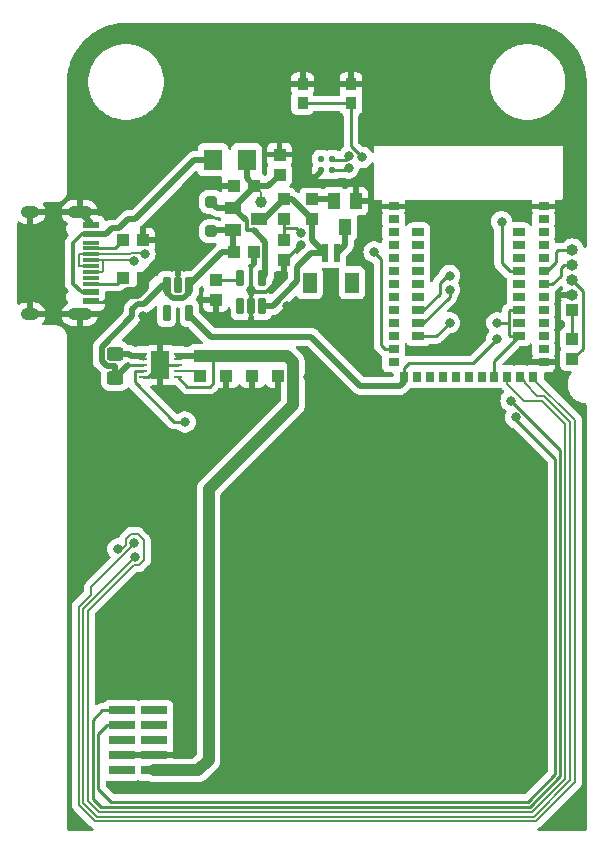
<source format=gbr>
%TF.GenerationSoftware,KiCad,Pcbnew,7.0.6-7.0.6~ubuntu20.04.1*%
%TF.CreationDate,2023-08-02T11:15:27+01:00*%
%TF.ProjectId,concept2creation,636f6e63-6570-4743-9263-72656174696f,rev?*%
%TF.SameCoordinates,Original*%
%TF.FileFunction,Copper,L1,Top*%
%TF.FilePolarity,Positive*%
%FSLAX46Y46*%
G04 Gerber Fmt 4.6, Leading zero omitted, Abs format (unit mm)*
G04 Created by KiCad (PCBNEW 7.0.6-7.0.6~ubuntu20.04.1) date 2023-08-02 11:15:27*
%MOMM*%
%LPD*%
G01*
G04 APERTURE LIST*
G04 Aperture macros list*
%AMRoundRect*
0 Rectangle with rounded corners*
0 $1 Rounding radius*
0 $2 $3 $4 $5 $6 $7 $8 $9 X,Y pos of 4 corners*
0 Add a 4 corners polygon primitive as box body*
4,1,4,$2,$3,$4,$5,$6,$7,$8,$9,$2,$3,0*
0 Add four circle primitives for the rounded corners*
1,1,$1+$1,$2,$3*
1,1,$1+$1,$4,$5*
1,1,$1+$1,$6,$7*
1,1,$1+$1,$8,$9*
0 Add four rect primitives between the rounded corners*
20,1,$1+$1,$2,$3,$4,$5,0*
20,1,$1+$1,$4,$5,$6,$7,0*
20,1,$1+$1,$6,$7,$8,$9,0*
20,1,$1+$1,$8,$9,$2,$3,0*%
G04 Aperture macros list end*
%TA.AperFunction,SMDPad,CuDef*%
%ADD10R,1.000000X1.100000*%
%TD*%
%TA.AperFunction,ComponentPad*%
%ADD11R,1.000000X1.000000*%
%TD*%
%TA.AperFunction,ComponentPad*%
%ADD12O,1.000000X1.000000*%
%TD*%
%TA.AperFunction,SMDPad,CuDef*%
%ADD13RoundRect,0.250000X0.250000X-0.250000X0.250000X0.250000X-0.250000X0.250000X-0.250000X-0.250000X0*%
%TD*%
%TA.AperFunction,SMDPad,CuDef*%
%ADD14R,1.000000X1.400000*%
%TD*%
%TA.AperFunction,SMDPad,CuDef*%
%ADD15R,1.400000X1.000000*%
%TD*%
%TA.AperFunction,SMDPad,CuDef*%
%ADD16R,1.100000X1.000000*%
%TD*%
%TA.AperFunction,SMDPad,CuDef*%
%ADD17R,1.450000X0.300000*%
%TD*%
%TA.AperFunction,SMDPad,CuDef*%
%ADD18R,1.450000X0.600000*%
%TD*%
%TA.AperFunction,ComponentPad*%
%ADD19RoundRect,0.500000X-0.550000X0.000000X-0.550000X0.000000X0.550000X0.000000X0.550000X0.000000X0*%
%TD*%
%TA.AperFunction,ComponentPad*%
%ADD20RoundRect,0.500000X-0.300000X0.000000X-0.300000X0.000000X0.300000X0.000000X0.300000X0.000000X0*%
%TD*%
%TA.AperFunction,SMDPad,CuDef*%
%ADD21R,1.450000X0.550000*%
%TD*%
%TA.AperFunction,SMDPad,CuDef*%
%ADD22R,0.706399X0.254800*%
%TD*%
%TA.AperFunction,SMDPad,CuDef*%
%ADD23R,1.600200X2.387600*%
%TD*%
%TA.AperFunction,SMDPad,CuDef*%
%ADD24RoundRect,0.045000X-0.255000X-0.630000X0.255000X-0.630000X0.255000X0.630000X-0.255000X0.630000X0*%
%TD*%
%TA.AperFunction,SMDPad,CuDef*%
%ADD25R,0.900000X1.000000*%
%TD*%
%TA.AperFunction,SMDPad,CuDef*%
%ADD26R,0.700000X0.899996*%
%TD*%
%TA.AperFunction,SMDPad,CuDef*%
%ADD27R,0.899996X0.700000*%
%TD*%
%TA.AperFunction,SMDPad,CuDef*%
%ADD28R,0.999996X0.700000*%
%TD*%
%TA.AperFunction,SMDPad,CuDef*%
%ADD29R,1.600000X1.803000*%
%TD*%
%TA.AperFunction,SMDPad,CuDef*%
%ADD30R,2.220000X0.740000*%
%TD*%
%TA.AperFunction,SMDPad,CuDef*%
%ADD31RoundRect,0.250000X0.450000X-0.325000X0.450000X0.325000X-0.450000X0.325000X-0.450000X-0.325000X0*%
%TD*%
%TA.AperFunction,SMDPad,CuDef*%
%ADD32RoundRect,0.045000X0.255000X0.630000X-0.255000X0.630000X-0.255000X-0.630000X0.255000X-0.630000X0*%
%TD*%
%TA.AperFunction,SMDPad,CuDef*%
%ADD33RoundRect,0.137500X0.137500X-0.137500X0.137500X0.137500X-0.137500X0.137500X-0.137500X-0.137500X0*%
%TD*%
%TA.AperFunction,SMDPad,CuDef*%
%ADD34R,0.600000X1.550000*%
%TD*%
%TA.AperFunction,SMDPad,CuDef*%
%ADD35R,1.200000X1.800000*%
%TD*%
%TA.AperFunction,ViaPad*%
%ADD36C,0.800000*%
%TD*%
%TA.AperFunction,ViaPad*%
%ADD37C,1.000000*%
%TD*%
%TA.AperFunction,Conductor*%
%ADD38C,0.200000*%
%TD*%
%TA.AperFunction,Conductor*%
%ADD39C,0.350000*%
%TD*%
%TA.AperFunction,Conductor*%
%ADD40C,0.500000*%
%TD*%
%TA.AperFunction,Conductor*%
%ADD41C,0.250000*%
%TD*%
%TA.AperFunction,Conductor*%
%ADD42C,1.000000*%
%TD*%
G04 APERTURE END LIST*
D10*
%TO.P,R99,1,1*%
%TO.N,Net-(J1-CC1)*%
X32750000Y-83000000D03*
%TO.P,R99,2,2*%
%TO.N,GND*%
X34450000Y-83000000D03*
%TD*%
D11*
%TO.P,J2,1,Pin_1*%
%TO.N,+3.3V*%
X70800000Y-88940000D03*
D12*
%TO.P,J2,2,Pin_2*%
%TO.N,GND*%
X70800000Y-87670000D03*
%TO.P,J2,3,Pin_3*%
%TO.N,/NRF/RST*%
X70800000Y-86400000D03*
%TO.P,J2,4,Pin_4*%
%TO.N,/NRF/SCK*%
X70800000Y-85130000D03*
%TO.P,J2,5,Pin_5*%
%TO.N,/NRF/SWD*%
X70800000Y-83860000D03*
%TD*%
D10*
%TO.P,R100,1,1*%
%TO.N,Net-(J1-CC2)*%
X32750000Y-86200000D03*
%TO.P,R100,2,2*%
%TO.N,GND*%
X34450000Y-86200000D03*
%TD*%
D13*
%TO.P,D122,1,K*%
%TO.N,V_RAW*%
X40200000Y-82250000D03*
%TO.P,D122,2,A*%
%TO.N,VBUS*%
X40200000Y-79750000D03*
%TD*%
D10*
%TO.P,C2,1,1*%
%TO.N,V_RAW*%
X42150000Y-84000000D03*
%TO.P,C2,2,2*%
%TO.N,GND*%
X43850000Y-84000000D03*
%TD*%
D14*
%TO.P,U2,1,VM*%
%TO.N,GND*%
X52489600Y-79700000D03*
%TO.P,U2,2,VDD*%
%TO.N,Net-(U2-VDD)*%
X50589600Y-79700000D03*
%TO.P,U2,3,GND*%
%TO.N,Net-(U2-GND)*%
X51539600Y-81900000D03*
%TD*%
D15*
%TO.P,Q6,1,G*%
%TO.N,VBUS*%
X42100000Y-80250000D03*
%TO.P,Q6,2,S*%
%TO.N,V_RAW*%
X42100000Y-82150000D03*
%TO.P,Q6,3,D*%
%TO.N,+BATT*%
X44300000Y-81200000D03*
%TD*%
D16*
%TO.P,R90,1,1*%
%TO.N,GND*%
X46339600Y-84650000D03*
%TO.P,R90,2,2*%
%TO.N,/NRF/BVOLT*%
X46339600Y-82950000D03*
%TD*%
%TO.P,R92,1,1*%
%TO.N,/NRF/BVOLT*%
X46339600Y-81250000D03*
%TO.P,R92,2,2*%
%TO.N,+BATT*%
X46339600Y-79550000D03*
%TD*%
%TO.P,R95,1,1*%
%TO.N,GND*%
X40600000Y-88049000D03*
%TO.P,R95,2,2*%
%TO.N,Net-(U1-PROG)*%
X40600000Y-86349000D03*
%TD*%
D17*
%TO.P,J1,A5,CC1*%
%TO.N,Net-(J1-CC1)*%
X30000000Y-83700000D03*
%TO.P,J1,A6,D+*%
%TO.N,D+*%
X30000000Y-84700000D03*
%TO.P,J1,A7,D-*%
%TO.N,D-*%
X30000000Y-85200000D03*
%TO.P,J1,A8*%
%TO.N,N/C*%
X30000000Y-86200000D03*
%TO.P,J1,B5,CC2*%
%TO.N,Net-(J1-CC2)*%
X30000000Y-86700000D03*
%TO.P,J1,B6,D+*%
%TO.N,D+*%
X30000000Y-85700000D03*
%TO.P,J1,B7,D-*%
%TO.N,D-*%
X30000000Y-84200000D03*
%TO.P,J1,B8*%
%TO.N,N/C*%
X30000000Y-83200000D03*
D18*
%TO.P,J1,GND,GND*%
%TO.N,GND*%
X30000000Y-81725000D03*
%TO.P,J1,GND2,GND*%
X30000000Y-88175000D03*
D19*
%TO.P,J1,SHLD1,SHLD*%
X29085000Y-80630000D03*
D20*
X24905000Y-80630000D03*
D19*
X29085000Y-89270000D03*
D20*
X24905000Y-89270000D03*
D21*
%TO.P,J1,VBUS1,VBUS*%
%TO.N,Net-(FUSE1-Pad1)*%
X30000000Y-82500000D03*
%TO.P,J1,VBUS2,VBUS*%
X30000000Y-87400000D03*
%TD*%
D16*
%TO.P,C5,1,1*%
%TO.N,+5V*%
X41495801Y-92802000D03*
%TO.P,C5,2,2*%
%TO.N,GND*%
X41495801Y-94502000D03*
%TD*%
%TO.P,C3,1,1*%
%TO.N,+5V*%
X45895801Y-92802000D03*
%TO.P,C3,2,2*%
%TO.N,GND*%
X45895801Y-94502000D03*
%TD*%
D22*
%TO.P,U3,1,LX*%
%TO.N,Net-(L1-Pad2)*%
X34407600Y-92599999D03*
%TO.P,U3,2,LX*%
X34407600Y-93100001D03*
%TO.P,U3,3,BATT*%
%TO.N,V_RAW*%
X34407600Y-93600000D03*
%TO.P,U3,4,ON*%
%TO.N,/5VEN*%
X34407600Y-94099999D03*
%TO.P,U3,5,GND*%
%TO.N,GND*%
X34407600Y-94600001D03*
%TO.P,U3,6,FB*%
%TO.N,+5V*%
X37400000Y-94600001D03*
%TO.P,U3,7,OUTS*%
%TO.N,Net-(U3-OUTS)*%
X37400000Y-94099999D03*
%TO.P,U3,8,SKIPB*%
%TO.N,GND*%
X37400000Y-93600000D03*
%TO.P,U3,9,POUT*%
%TO.N,+5V*%
X37400000Y-93100001D03*
%TO.P,U3,10,POUT*%
X37400000Y-92599999D03*
D23*
%TO.P,U3,11,EPAD*%
%TO.N,GND*%
X35903800Y-93600000D03*
%TD*%
D24*
%TO.P,VREG1,1,VIN*%
%TO.N,V_RAW*%
X38350000Y-86815000D03*
%TO.P,VREG1,2,GND*%
%TO.N,GND*%
X37400000Y-86815000D03*
%TO.P,VREG1,3,EN*%
%TO.N,V_RAW*%
X36450000Y-86815000D03*
%TO.P,VREG1,4*%
%TO.N,N/C*%
X36450000Y-89185000D03*
%TO.P,VREG1,5,VOUT*%
%TO.N,+3.3V*%
X38350000Y-89185000D03*
%TD*%
D25*
%TO.P,S1,1,1*%
%TO.N,GND*%
X52050000Y-69800000D03*
%TO.P,S1,2,1*%
X47950000Y-69800000D03*
%TO.P,S1,3,2*%
%TO.N,/NRF/RST*%
X47950000Y-71400000D03*
%TO.P,S1,4,2*%
X52050000Y-71400000D03*
%TD*%
D26*
%TO.P,M1,D+,D+*%
%TO.N,D+*%
X67500009Y-94550000D03*
%TO.P,M1,D-,D-*%
%TO.N,D-*%
X66400012Y-94550000D03*
D27*
%TO.P,M1,GND,GND1*%
%TO.N,GND*%
X55650022Y-80150004D03*
%TO.P,M1,GND1,GND2*%
X68350021Y-93350003D03*
%TO.P,M1,GND2,GND3*%
X68350021Y-80150004D03*
%TO.P,M1,P0.02,P0.02*%
%TO.N,/NRF/P0.02*%
X55650022Y-86750015D03*
%TO.P,M1,P0.03,P0.03*%
%TO.N,/NRF/P0.03*%
X55650022Y-85649994D03*
%TO.P,M1,P0.04,P0.04*%
%TO.N,/NRF/BVOLT*%
X55650022Y-92250003D03*
%TO.P,M1,P0.05,P0.05*%
%TO.N,/NRF/P0.05*%
X55650022Y-93350003D03*
D28*
%TO.P,M1,P0.06,P0.06*%
%TO.N,/RX*%
X57750019Y-90050009D03*
D26*
%TO.P,M1,P0.07,P0.07*%
%TO.N,/NRF/P0.07*%
X57600032Y-94550000D03*
D28*
%TO.P,M1,P0.08,P0.08*%
%TO.N,/TX*%
X57750019Y-88950012D03*
D27*
%TO.P,M1,P0.09,P0.09*%
%TO.N,/NRF/P0.09*%
X68350021Y-82350000D03*
%TO.P,M1,P0.10,P0.10*%
%TO.N,/NRF/P0.10*%
X68350021Y-81250000D03*
D28*
%TO.P,M1,P0.11,P0.11*%
%TO.N,/NRF/P0.11*%
X57750019Y-85649994D03*
D26*
%TO.P,M1,P0.12,P0.12*%
%TO.N,/NRF/P0.12*%
X59800000Y-94550000D03*
D28*
%TO.P,M1,P0.13,P0.13*%
%TO.N,/NRF/POWER_PIN*%
X66250000Y-90050009D03*
%TO.P,M1,P0.14,P0.14*%
%TO.N,/NRF/RST*%
X66250000Y-88950012D03*
%TO.P,M1,P0.15,P0.15*%
%TO.N,/NRF/BLED*%
X66250000Y-87850012D03*
%TO.P,M1,P0.16,P0.16*%
%TO.N,/NRF/RST*%
X66250000Y-91150006D03*
%TO.P,M1,P0.17,P0.17*%
%TO.N,/NRF/PWM*%
X66250000Y-86749991D03*
D26*
%TO.P,M1,P0.18,P0.18*%
%TO.N,/NRF/RST*%
X64200015Y-94550000D03*
%TO.P,M1,P0.19,P0.19*%
%TO.N,/NRF/P0.19*%
X63100018Y-94550000D03*
D28*
%TO.P,M1,P0.20,P0.20*%
%TO.N,/WS2812*%
X66250000Y-85649994D03*
D26*
%TO.P,M1,P0.21,P0.21*%
%TO.N,/NRF/P0.21*%
X62000021Y-94550000D03*
D27*
%TO.P,M1,P0.22,P0.22*%
%TO.N,/NRF/P0.22*%
X68350021Y-92250003D03*
D26*
%TO.P,M1,P0.23,P0.23*%
%TO.N,/NRF/P0.23*%
X60899997Y-94550000D03*
D28*
%TO.P,M1,P0.24,P0.24*%
%TO.N,/NRF/P0.24*%
X66250000Y-84550019D03*
%TO.P,M1,P0.25,P0.25*%
%TO.N,/NRF/P0.25*%
X57750019Y-84550019D03*
%TO.P,M1,P0.26,P0.26*%
%TO.N,/5VEN*%
X57750019Y-91150006D03*
%TO.P,M1,P0.27,P0.27*%
%TO.N,/NRF/P0.27*%
X57750019Y-87850012D03*
D27*
%TO.P,M1,P0.28,P0.28*%
%TO.N,/NRF/P0.28*%
X55650022Y-87850012D03*
%TO.P,M1,P0.29,P0.29*%
%TO.N,/NRF/P0.29*%
X55650022Y-88950012D03*
%TO.P,M1,P0.30,P0.30*%
%TO.N,/NRF/P0.30*%
X55650022Y-90050009D03*
%TO.P,M1,P0.31,P0.31*%
%TO.N,/NRF/P0.31*%
X55650022Y-91150006D03*
%TO.P,M1,P1.00,P1.00*%
%TO.N,/NRF/P1.00*%
X68350021Y-91150006D03*
%TO.P,M1,P1.01,P1.01*%
%TO.N,/NRF/P1.01*%
X68350021Y-88950012D03*
%TO.P,M1,P1.02,P1.02*%
%TO.N,/NRF/P1.02*%
X68350021Y-87850012D03*
%TO.P,M1,P1.03,P1.03*%
%TO.N,/NRF/P1.03*%
X68350021Y-90050009D03*
%TO.P,M1,P1.04,P1.04*%
%TO.N,/NRF/P1.04*%
X68350021Y-84550019D03*
D28*
%TO.P,M1,P1.05,P1.05*%
%TO.N,/NRF/P1.05*%
X66250000Y-83450022D03*
D27*
%TO.P,M1,P1.06,P1.06*%
%TO.N,/NRF/P1.06*%
X68350021Y-83450022D03*
D28*
%TO.P,M1,P1.07,P1.07*%
%TO.N,/NRF/P1.07*%
X66250000Y-82350000D03*
%TO.P,M1,P1.08,P1.08*%
%TO.N,/NRF/P1.08*%
X57750019Y-86749991D03*
D26*
%TO.P,M1,P1.09,P1.09*%
%TO.N,/NRF/P1.09*%
X58700004Y-94550000D03*
D27*
%TO.P,M1,P1.10,P1.10*%
%TO.N,/NRF/P1.10*%
X55650022Y-82350000D03*
%TO.P,M1,P1.11,P1.11*%
%TO.N,/NRF/P1.11*%
X55650022Y-81250000D03*
D28*
%TO.P,M1,P1.12,P1.12*%
%TO.N,/NRF/P1.12*%
X57750019Y-83450022D03*
D27*
%TO.P,M1,P1.13,P1.13*%
%TO.N,/NRF/P1.13*%
X55650022Y-83450022D03*
D28*
%TO.P,M1,P1.14,P1.14*%
%TO.N,/NRF/P1.14*%
X57750019Y-82350000D03*
D27*
%TO.P,M1,P1.15,P1.15*%
%TO.N,/NRF/P1.15*%
X55650022Y-84549994D03*
%TO.P,M1,SWDCLK,SWDCLK*%
%TO.N,/NRF/SCK*%
X68350021Y-86750015D03*
%TO.P,M1,SWDIO,SWDIO*%
%TO.N,/NRF/SWD*%
X68350021Y-85649994D03*
D26*
%TO.P,M1,VBUS,VBUS*%
%TO.N,VBUS*%
X65300015Y-94550000D03*
%TO.P,M1,VDD_NRF,VDD_NRF*%
%TO.N,+3.3V*%
X56500007Y-94550000D03*
%TD*%
D16*
%TO.P,R91,1,1*%
%TO.N,/NRF/RST*%
X70800000Y-93050000D03*
%TO.P,R91,2,2*%
%TO.N,+3.3V*%
X70800000Y-91350000D03*
%TD*%
D10*
%TO.P,C1,1,1*%
%TO.N,VBUS*%
X43850000Y-78400000D03*
%TO.P,C1,2,2*%
%TO.N,GND*%
X42150000Y-78400000D03*
%TD*%
D16*
%TO.P,R98,1,1*%
%TO.N,+BATT*%
X48739600Y-81250000D03*
%TO.P,R98,2,2*%
%TO.N,Net-(U2-VDD)*%
X48739600Y-79550000D03*
%TD*%
%TO.P,C4,1,1*%
%TO.N,+5V*%
X43695801Y-92802000D03*
%TO.P,C4,2,2*%
%TO.N,GND*%
X43695801Y-94502000D03*
%TD*%
%TO.P,R1,1,1*%
%TO.N,Net-(U3-OUTS)*%
X39295801Y-94502000D03*
%TO.P,R1,2,2*%
%TO.N,+5V*%
X39295801Y-92802000D03*
%TD*%
D29*
%TO.P,FUSE1,1,1*%
%TO.N,Net-(FUSE1-Pad1)*%
X40378000Y-76200000D03*
%TO.P,FUSE1,2,2*%
%TO.N,VBUS*%
X43222000Y-76200000D03*
%TD*%
D30*
%TO.P,J3,1,Pin_1*%
%TO.N,unconnected-(J3-Pin_1-Pad1)*%
X32670000Y-127890000D03*
%TO.P,J3,2,Pin_2*%
%TO.N,+5V*%
X35400000Y-127890000D03*
%TO.P,J3,3,Pin_3*%
%TO.N,GND*%
X32670000Y-126620000D03*
%TO.P,J3,4,Pin_4*%
X35400000Y-126620000D03*
%TO.P,J3,5,Pin_5*%
%TO.N,unconnected-(J3-Pin_5-Pad5)*%
X32670000Y-125350000D03*
%TO.P,J3,6,Pin_6*%
%TO.N,unconnected-(J3-Pin_6-Pad6)*%
X35400000Y-125350000D03*
%TO.P,J3,7,Pin_7*%
%TO.N,/TX*%
X32670000Y-124080000D03*
%TO.P,J3,8,Pin_8*%
%TO.N,unconnected-(J3-Pin_8-Pad8)*%
X35400000Y-124080000D03*
%TO.P,J3,9,Pin_9*%
%TO.N,/RX*%
X32670000Y-122810000D03*
%TO.P,J3,10,Pin_10*%
%TO.N,unconnected-(J3-Pin_10-Pad10)*%
X35400000Y-122810000D03*
%TD*%
D16*
%TO.P,R96,1,1*%
%TO.N,GND*%
X46000000Y-75750000D03*
%TO.P,R96,2,2*%
%TO.N,VBUS*%
X46000000Y-77450000D03*
%TD*%
D31*
%TO.P,L1,1,1*%
%TO.N,V_RAW*%
X32095801Y-94677000D03*
%TO.P,L1,2,2*%
%TO.N,Net-(L1-Pad2)*%
X32095801Y-92627000D03*
%TD*%
D32*
%TO.P,U1,1,~{CHRG}*%
%TO.N,CHG*%
X42650000Y-88585000D03*
%TO.P,U1,2,GND*%
%TO.N,GND*%
X43600000Y-88585000D03*
%TO.P,U1,3,BAT*%
%TO.N,+BATT*%
X44550000Y-88585000D03*
%TO.P,U1,4,VCC*%
%TO.N,VBUS*%
X44550000Y-86215000D03*
%TO.P,U1,5,PROG*%
%TO.N,Net-(U1-PROG)*%
X42650000Y-86215000D03*
%TD*%
D33*
%TO.P,LED1,1,DIN*%
%TO.N,/WS2812*%
X50475000Y-77075000D03*
%TO.P,LED1,2,VDD*%
%TO.N,+3.3V*%
X50475000Y-76125000D03*
%TO.P,LED1,3,DOUT*%
%TO.N,unconnected-(LED1-DOUT-Pad3)*%
X49525000Y-76125000D03*
%TO.P,LED1,4,VSS*%
%TO.N,GND*%
X49525000Y-77075000D03*
%TD*%
D34*
%TO.P,X1,1,1*%
%TO.N,Net-(U2-GND)*%
X50839600Y-84075000D03*
%TO.P,X1,2,2*%
%TO.N,+BATT*%
X49839600Y-84075000D03*
D35*
%TO.P,X1,M1*%
%TO.N,N/C*%
X52139600Y-86600000D03*
%TO.P,X1,M2*%
X48539600Y-86600000D03*
%TD*%
D36*
%TO.N,VBUS*%
X32314130Y-109137414D03*
D37*
X44400000Y-79800000D03*
D36*
%TO.N,GND*%
X46600000Y-88600000D03*
X34400000Y-89400000D03*
X45000000Y-73400000D03*
X59600000Y-92400000D03*
X66400000Y-80200000D03*
X38800000Y-79400000D03*
X48400000Y-94600000D03*
X60000000Y-82200000D03*
X53400000Y-82400000D03*
X66600000Y-92800000D03*
X62600000Y-89600000D03*
X41400000Y-89400000D03*
X62600000Y-86400000D03*
X47800000Y-83400000D03*
X39800000Y-83800000D03*
X34800000Y-90800000D03*
X43600000Y-87200000D03*
X36800000Y-90800000D03*
%TO.N,D+*%
X33689500Y-84800000D03*
X33689500Y-108600000D03*
%TO.N,D-*%
X34600000Y-84200000D03*
X33800000Y-109800000D03*
%TO.N,+3.3V*%
X51894772Y-75905228D03*
X64400000Y-91400000D03*
%TO.N,/NRF/RST*%
X64400000Y-90000000D03*
X53000000Y-76000000D03*
%TO.N,/TX*%
X65994772Y-98005228D03*
X60400000Y-86000000D03*
%TO.N,/RX*%
X65600000Y-96600000D03*
X60400000Y-87200000D03*
%TO.N,/WS2812*%
X64800000Y-81439500D03*
X51842784Y-76893364D03*
%TO.N,/NRF/BVOLT*%
X47800000Y-82400000D03*
X54000000Y-84000000D03*
%TO.N,/5VEN*%
X60400000Y-90000000D03*
X38000000Y-98400000D03*
%TD*%
D38*
%TO.N,VBUS*%
X70200000Y-128582770D02*
X67372770Y-131410000D01*
D39*
X43250000Y-82150000D02*
X43225000Y-82125000D01*
D40*
X44800000Y-83150000D02*
X43800000Y-82150000D01*
X45050000Y-78400000D02*
X46000000Y-77450000D01*
D38*
X32989500Y-108310050D02*
X32989500Y-108810500D01*
X65300015Y-95199998D02*
X66700017Y-96600000D01*
X32662586Y-109137414D02*
X32314130Y-109137414D01*
X34500000Y-110089950D02*
X34500000Y-108420550D01*
X34089950Y-110500000D02*
X34500000Y-110089950D01*
X33399550Y-107900000D02*
X32989500Y-108310050D01*
X29790000Y-130472770D02*
X29790000Y-114375686D01*
X33665686Y-110500000D02*
X34089950Y-110500000D01*
X70200000Y-98572574D02*
X70200000Y-128582770D01*
X68227426Y-96600000D02*
X70200000Y-98572574D01*
D40*
X44550000Y-86215000D02*
X44800000Y-85965000D01*
D38*
X67372770Y-131410000D02*
X30727230Y-131410000D01*
X44400000Y-79800000D02*
X44400000Y-78950000D01*
D40*
X40700000Y-80250000D02*
X40200000Y-79750000D01*
X42100000Y-80250000D02*
X40700000Y-80250000D01*
X43850000Y-78500000D02*
X42100000Y-80250000D01*
X42100000Y-80250000D02*
X43150000Y-81300000D01*
X43222000Y-76200000D02*
X43222000Y-77772000D01*
D39*
X43225000Y-81375000D02*
X43150000Y-81300000D01*
D40*
X43850000Y-78400000D02*
X43850000Y-78500000D01*
D38*
X65300015Y-94550000D02*
X65300015Y-95199998D01*
X29790000Y-114375686D02*
X33665686Y-110500000D01*
X44400000Y-78950000D02*
X43850000Y-78400000D01*
D40*
X44800000Y-85965000D02*
X44800000Y-83150000D01*
D38*
X33979450Y-107900000D02*
X33399550Y-107900000D01*
D39*
X43800000Y-82150000D02*
X43250000Y-82150000D01*
D38*
X32989500Y-108810500D02*
X32662586Y-109137414D01*
X30727230Y-131410000D02*
X29790000Y-130472770D01*
D39*
X43225000Y-82125000D02*
X43225000Y-81375000D01*
D40*
X43222000Y-77772000D02*
X43850000Y-78400000D01*
D38*
X66700017Y-96600000D02*
X68227426Y-96600000D01*
D40*
X43850000Y-78400000D02*
X45050000Y-78400000D01*
D38*
X34500000Y-108420550D02*
X33979450Y-107900000D01*
D39*
%TO.N,GND*%
X46000000Y-75750000D02*
X48150000Y-75750000D01*
D41*
X37400000Y-93600000D02*
X35903800Y-93600000D01*
D39*
X48150000Y-75750000D02*
X48200000Y-75800000D01*
X43800000Y-87400000D02*
X43600000Y-87200000D01*
D40*
X30000000Y-81545000D02*
X29085000Y-80630000D01*
D39*
X46339600Y-85904370D02*
X44843970Y-87400000D01*
D41*
X38865000Y-79465000D02*
X38800000Y-79400000D01*
D40*
X30000000Y-81725000D02*
X30000000Y-81545000D01*
D41*
X39800000Y-83800000D02*
X38865000Y-82865000D01*
X40050000Y-78400000D02*
X42150000Y-78400000D01*
D42*
X33160000Y-87440000D02*
X32800000Y-87800000D01*
X34450000Y-86200000D02*
X34600000Y-86200000D01*
X33940000Y-87440000D02*
X33160000Y-87440000D01*
X34600000Y-86200000D02*
X36000000Y-84800000D01*
D39*
X38800000Y-79400000D02*
X39800000Y-78400000D01*
X44843970Y-87400000D02*
X43800000Y-87400000D01*
D41*
X38865000Y-82865000D02*
X38865000Y-79465000D01*
D39*
X46339600Y-84650000D02*
X46339600Y-85904370D01*
X46550000Y-84650000D02*
X47800000Y-83400000D01*
D42*
X34450000Y-86930000D02*
X33940000Y-87440000D01*
D41*
X35903800Y-93600000D02*
X34903799Y-94600001D01*
D42*
X34450000Y-86200000D02*
X34450000Y-86930000D01*
D39*
X46339600Y-84650000D02*
X46550000Y-84650000D01*
X39800000Y-78400000D02*
X40050000Y-78400000D01*
D41*
X34903799Y-94600001D02*
X34407600Y-94600001D01*
D40*
%TO.N,V_RAW*%
X42150000Y-84000000D02*
X41165000Y-84000000D01*
X38350000Y-86815000D02*
X38350000Y-87450036D01*
X33172801Y-93600000D02*
X32095801Y-94677000D01*
X36939964Y-87940000D02*
X36450000Y-87450036D01*
X37860036Y-87940000D02*
X36939964Y-87940000D01*
X33550000Y-89407852D02*
X30945801Y-92012051D01*
X31355852Y-93652000D02*
X32095801Y-93652000D01*
X38350000Y-87450036D02*
X37860036Y-87940000D01*
X36142852Y-86815000D02*
X34557852Y-88400000D01*
X42100000Y-82150000D02*
X40300000Y-82150000D01*
X41165000Y-84000000D02*
X38350000Y-86815000D01*
D41*
X34407600Y-93600000D02*
X33172801Y-93600000D01*
D40*
X42100000Y-82150000D02*
X42100000Y-83950000D01*
X40300000Y-82150000D02*
X40200000Y-82250000D01*
X42100000Y-83950000D02*
X42150000Y-84000000D01*
X33550000Y-88850000D02*
X33550000Y-89407852D01*
X36450000Y-86815000D02*
X36142852Y-86815000D01*
X32095801Y-93652000D02*
X32095801Y-94677000D01*
X34000000Y-88400000D02*
X33550000Y-88850000D01*
X34557852Y-88400000D02*
X34000000Y-88400000D01*
X30945801Y-93241949D02*
X31355852Y-93652000D01*
X36450000Y-87450036D02*
X36450000Y-86815000D01*
X30945801Y-92012051D02*
X30945801Y-93241949D01*
D41*
%TO.N,+5V*%
X38199999Y-95400000D02*
X40077801Y-95400000D01*
D38*
X37400000Y-92800000D02*
X37402000Y-92802000D01*
X37400000Y-92800000D02*
X37400000Y-93100001D01*
D42*
X46625801Y-92802000D02*
X47135801Y-93312000D01*
D40*
X37402000Y-92802000D02*
X39295801Y-92802000D01*
D42*
X39110000Y-127890000D02*
X35400000Y-127890000D01*
X40000000Y-104071602D02*
X40000000Y-127000000D01*
X45895801Y-92802000D02*
X46625801Y-92802000D01*
X39295801Y-92802000D02*
X40400000Y-92802000D01*
X40400000Y-92802000D02*
X41495801Y-92802000D01*
D41*
X37400000Y-94600001D02*
X38199999Y-95400000D01*
X40077801Y-95400000D02*
X40400000Y-95077801D01*
X40400000Y-95077801D02*
X40400000Y-92802000D01*
D38*
X37400000Y-92599999D02*
X37400000Y-92800000D01*
D42*
X40000000Y-127000000D02*
X39110000Y-127890000D01*
X47135801Y-96935801D02*
X40000000Y-104071602D01*
X47135801Y-93312000D02*
X47135801Y-96935801D01*
X43695801Y-92802000D02*
X41495801Y-92802000D01*
X45895801Y-92802000D02*
X43695801Y-92802000D01*
D40*
%TO.N,Net-(FUSE1-Pad1)*%
X30000000Y-82500000D02*
X31320000Y-82500000D01*
D39*
X29246371Y-82500000D02*
X30000000Y-82500000D01*
D40*
X38800000Y-76200000D02*
X40378000Y-76200000D01*
X32390000Y-82010000D02*
X33200000Y-81200000D01*
X31320000Y-82500000D02*
X31810000Y-82010000D01*
D39*
X28520000Y-83226371D02*
X29246371Y-82500000D01*
D40*
X31810000Y-82010000D02*
X32390000Y-82010000D01*
X33200000Y-81200000D02*
X33800000Y-81200000D01*
D39*
X30000000Y-87400000D02*
X29246371Y-87400000D01*
X29246371Y-87400000D02*
X28520000Y-86673629D01*
X28520000Y-86673629D02*
X28520000Y-83226371D01*
D40*
X33800000Y-81200000D02*
X38800000Y-76200000D01*
D41*
%TO.N,Net-(J1-CC1)*%
X32050000Y-83700000D02*
X32750000Y-83000000D01*
X30000000Y-83700000D02*
X32050000Y-83700000D01*
D38*
%TO.N,D+*%
X29000000Y-114048456D02*
X30041494Y-113006962D01*
X30400000Y-132200000D02*
X29000000Y-130799999D01*
X33589500Y-84700000D02*
X33689500Y-84800000D01*
X33689500Y-108751994D02*
X33689500Y-108600000D01*
X30041494Y-113006962D02*
X30041494Y-112400000D01*
X29000000Y-130799999D02*
X29000000Y-114048456D01*
X31015000Y-84760000D02*
X31015000Y-85640000D01*
X30955000Y-85700000D02*
X30000000Y-85700000D01*
X31015000Y-85640000D02*
X30955000Y-85700000D01*
X30955000Y-84700000D02*
X31015000Y-84760000D01*
X30000000Y-84700000D02*
X33589500Y-84700000D01*
X71000000Y-128900000D02*
X67700000Y-132200000D01*
X67500009Y-94550000D02*
X67500009Y-94755353D01*
X67700000Y-132200000D02*
X30400000Y-132200000D01*
X30000000Y-84700000D02*
X30955000Y-84700000D01*
X67500009Y-94755353D02*
X71000000Y-98255344D01*
X71000000Y-98255344D02*
X71000000Y-128900000D01*
X30041494Y-112400000D02*
X33689500Y-108751994D01*
%TO.N,D-*%
X30000000Y-84200000D02*
X29045000Y-84200000D01*
X28985000Y-84260000D02*
X28985000Y-85140000D01*
X29045000Y-85200000D02*
X30000000Y-85200000D01*
X66400012Y-94550000D02*
X66761478Y-94911466D01*
X70600000Y-98406888D02*
X70600000Y-128748456D01*
X30561544Y-131810000D02*
X29390000Y-130638456D01*
X66761478Y-95134422D02*
X67827056Y-96200000D01*
X29045000Y-84200000D02*
X28985000Y-84260000D01*
X33313692Y-84200000D02*
X30000000Y-84200000D01*
X28985000Y-85140000D02*
X29045000Y-85200000D01*
X70600000Y-128748456D02*
X67538456Y-131810000D01*
X68393112Y-96200000D02*
X70600000Y-98406888D01*
X34600000Y-84200000D02*
X34510000Y-84110000D01*
X67538456Y-131810000D02*
X30561544Y-131810000D01*
X67827056Y-96200000D02*
X68393112Y-96200000D01*
X29390000Y-114210000D02*
X33800000Y-109800000D01*
X33403692Y-84110000D02*
X33313692Y-84200000D01*
X29390000Y-130638456D02*
X29390000Y-114210000D01*
X66761478Y-94911466D02*
X66761478Y-95134422D01*
X34510000Y-84110000D02*
X33403692Y-84110000D01*
D41*
%TO.N,Net-(J1-CC2)*%
X30000000Y-86700000D02*
X32250000Y-86700000D01*
X32250000Y-86700000D02*
X32750000Y-86200000D01*
%TO.N,+3.3V*%
X56950009Y-93400000D02*
X62400000Y-93400000D01*
X51894772Y-75905228D02*
X51600000Y-76200000D01*
X70800000Y-91350000D02*
X70800000Y-88940000D01*
D40*
X56500007Y-95013025D02*
X56500007Y-94550000D01*
X48705850Y-91200000D02*
X52848850Y-95343000D01*
X56170032Y-95343000D02*
X56500007Y-95013025D01*
D41*
X62400000Y-93400000D02*
X64400000Y-91400000D01*
X56500007Y-94550000D02*
X56500007Y-93850002D01*
X50550000Y-76200000D02*
X50475000Y-76125000D01*
X51600000Y-76200000D02*
X50550000Y-76200000D01*
D40*
X38350000Y-89350000D02*
X40200000Y-91200000D01*
X38350000Y-89185000D02*
X38350000Y-89350000D01*
D41*
X56500007Y-93850002D02*
X56950009Y-93400000D01*
D40*
X40200000Y-91200000D02*
X48705850Y-91200000D01*
X52848850Y-95343000D02*
X56170032Y-95343000D01*
D41*
%TO.N,/NRF/RST*%
X47950000Y-71400000D02*
X52050000Y-71400000D01*
X65550006Y-91150006D02*
X66250000Y-91150006D01*
X53000000Y-76000000D02*
X52050000Y-75050000D01*
X66250000Y-88950012D02*
X65500002Y-88950012D01*
X52050000Y-75050000D02*
X52050000Y-71400000D01*
X70800000Y-86400000D02*
X71665000Y-87265000D01*
X65435002Y-91035002D02*
X65550006Y-91150006D01*
X71665000Y-87265000D02*
X71665000Y-92185000D01*
X65435002Y-90000000D02*
X65435002Y-91035002D01*
X65435002Y-90000000D02*
X64400000Y-90000000D01*
X65435002Y-89015012D02*
X65435002Y-90000000D01*
X66250000Y-91150006D02*
X64200015Y-93199991D01*
X64200015Y-93199991D02*
X64200015Y-94550000D01*
X71665000Y-92185000D02*
X70800000Y-93050000D01*
X65500002Y-88950012D02*
X65435002Y-89015012D01*
%TO.N,/NRF/SCK*%
X70070000Y-85130000D02*
X69800000Y-85400000D01*
X70800000Y-85130000D02*
X70070000Y-85130000D01*
X69800000Y-85400000D02*
X69800000Y-86000034D01*
X69800000Y-86000034D02*
X69050019Y-86750015D01*
X69050019Y-86750015D02*
X68350021Y-86750015D01*
%TO.N,/NRF/SWD*%
X69400000Y-84882656D02*
X69400000Y-84000000D01*
X68350021Y-85649994D02*
X68632662Y-85649994D01*
X68632662Y-85649994D02*
X69400000Y-84882656D01*
X69400000Y-84000000D02*
X69540000Y-83860000D01*
X69540000Y-83860000D02*
X70800000Y-83860000D01*
%TO.N,/TX*%
X59600000Y-86600000D02*
X59600000Y-87519856D01*
X31745000Y-130545000D02*
X30655000Y-129455000D01*
X69335000Y-128224476D02*
X67014476Y-130545000D01*
X65994772Y-98194772D02*
X69335000Y-101535000D01*
X60400000Y-86000000D02*
X60200000Y-86000000D01*
X58169844Y-88950012D02*
X57750019Y-88950012D01*
X65994772Y-98005228D02*
X65994772Y-98194772D01*
X30655000Y-129455000D02*
X30655000Y-124800000D01*
X31375000Y-124080000D02*
X32670000Y-124080000D01*
X67014476Y-130545000D02*
X31745000Y-130545000D01*
X30655000Y-124800000D02*
X31375000Y-124080000D01*
X60200000Y-86000000D02*
X59600000Y-86600000D01*
X59600000Y-87519856D02*
X58169844Y-88950012D01*
X69335000Y-101535000D02*
X69335000Y-128224476D01*
%TO.N,/RX*%
X69775000Y-100775000D02*
X69775000Y-128406730D01*
X30903270Y-130985000D02*
X30215000Y-130296730D01*
X58162047Y-90050009D02*
X57750019Y-90050009D01*
X30215000Y-130296730D02*
X30215000Y-123600000D01*
X67196730Y-130985000D02*
X30903270Y-130985000D01*
X60400000Y-87200000D02*
X60400000Y-87812056D01*
X69775000Y-128406730D02*
X67196730Y-130985000D01*
X31005000Y-122810000D02*
X32670000Y-122810000D01*
X65600000Y-96600000D02*
X69775000Y-100775000D01*
X60400000Y-87812056D02*
X58162047Y-90050009D01*
X30215000Y-123600000D02*
X31005000Y-122810000D01*
D40*
%TO.N,Net-(L1-Pad2)*%
X33400000Y-92800000D02*
X34407600Y-92800000D01*
D41*
X34407600Y-92599999D02*
X34407600Y-92800000D01*
X34407600Y-92800000D02*
X34407600Y-93100001D01*
D40*
X33227000Y-92627000D02*
X33400000Y-92800000D01*
X32095801Y-92627000D02*
X33227000Y-92627000D01*
D41*
%TO.N,/WS2812*%
X65500002Y-85649994D02*
X64800000Y-84949992D01*
X51842784Y-76893364D02*
X51661148Y-77075000D01*
X64800000Y-84949992D02*
X64800000Y-81439500D01*
X66250000Y-85649994D02*
X65500002Y-85649994D01*
X51661148Y-77075000D02*
X50475000Y-77075000D01*
%TO.N,/NRF/BVOLT*%
X54600000Y-84600000D02*
X54600000Y-91899979D01*
X46339600Y-82000000D02*
X47400000Y-82000000D01*
X46339600Y-82950000D02*
X46339600Y-82000000D01*
X54000000Y-84000000D02*
X54600000Y-84600000D01*
X47400000Y-82000000D02*
X47800000Y-82400000D01*
X54600000Y-91899979D02*
X54950024Y-92250003D01*
X46339600Y-82000000D02*
X46339600Y-81250000D01*
X54950024Y-92250003D02*
X55650022Y-92250003D01*
%TO.N,/5VEN*%
X37097000Y-98400000D02*
X33739401Y-95042401D01*
X59249994Y-91150006D02*
X57750019Y-91150006D01*
X33797003Y-94099999D02*
X34407600Y-94099999D01*
X33739401Y-94157601D02*
X33797003Y-94099999D01*
X38000000Y-98400000D02*
X37097000Y-98400000D01*
X33739401Y-95042401D02*
X33739401Y-94157601D01*
X60400000Y-90000000D02*
X59249994Y-91150006D01*
D40*
%TO.N,+BATT*%
X47499600Y-86500400D02*
X45415000Y-88585000D01*
X48684600Y-84075000D02*
X47499600Y-85260000D01*
X47499600Y-85260000D02*
X47499600Y-86500400D01*
X49839600Y-84075000D02*
X48684600Y-84075000D01*
X44689600Y-81200000D02*
X46339600Y-79550000D01*
X48739600Y-81250000D02*
X48739600Y-82975000D01*
X44300000Y-81200000D02*
X44689600Y-81200000D01*
X47039600Y-79550000D02*
X48739600Y-81250000D01*
X46339600Y-79550000D02*
X47039600Y-79550000D01*
X48739600Y-82975000D02*
X49839600Y-84075000D01*
X45415000Y-88585000D02*
X44550000Y-88585000D01*
D38*
%TO.N,Net-(U3-OUTS)*%
X37400000Y-94099999D02*
X38893800Y-94099999D01*
X38893800Y-94099999D02*
X39295801Y-94502000D01*
D41*
%TO.N,Net-(U1-PROG)*%
X42516000Y-86349000D02*
X42650000Y-86215000D01*
X40600000Y-86349000D02*
X42516000Y-86349000D01*
D40*
%TO.N,Net-(U2-VDD)*%
X48739600Y-79550000D02*
X50439600Y-79550000D01*
X50439600Y-79550000D02*
X50589600Y-79700000D01*
%TO.N,Net-(U2-GND)*%
X51539600Y-83375000D02*
X50839600Y-84075000D01*
X51539600Y-81900000D02*
X51539600Y-83375000D01*
%TD*%
%TA.AperFunction,Conductor*%
%TO.N,GND*%
G36*
X67217318Y-64609488D02*
G01*
X67415934Y-64618160D01*
X67420865Y-64618574D01*
X67636792Y-64645489D01*
X67832940Y-64671313D01*
X67837265Y-64671883D01*
X67841894Y-64672671D01*
X68054183Y-64717183D01*
X68252534Y-64761157D01*
X68256778Y-64762257D01*
X68464544Y-64824112D01*
X68658658Y-64885317D01*
X68662530Y-64886680D01*
X68864457Y-64965472D01*
X69052817Y-65043494D01*
X69056252Y-65045045D01*
X69131343Y-65081755D01*
X69250992Y-65140249D01*
X69388629Y-65211897D01*
X69432009Y-65234479D01*
X69435107Y-65236207D01*
X69621382Y-65347202D01*
X69793662Y-65456957D01*
X69796377Y-65458789D01*
X69972918Y-65584837D01*
X70135098Y-65709282D01*
X70137426Y-65711159D01*
X70303055Y-65851439D01*
X70454895Y-65990574D01*
X70609424Y-66145103D01*
X70748555Y-66296938D01*
X70763008Y-66314003D01*
X70888839Y-66462572D01*
X70890716Y-66464900D01*
X71015162Y-66627081D01*
X71141209Y-66803621D01*
X71143040Y-66806335D01*
X71252797Y-66978617D01*
X71363791Y-67164891D01*
X71365525Y-67168000D01*
X71459750Y-67349007D01*
X71516954Y-67466016D01*
X71554953Y-67543744D01*
X71556524Y-67547229D01*
X71634536Y-67735566D01*
X71713309Y-67937445D01*
X71714681Y-67941340D01*
X71775899Y-68135496D01*
X71837735Y-68343200D01*
X71838843Y-68347472D01*
X71882818Y-68545826D01*
X71927326Y-68758101D01*
X71928115Y-68762733D01*
X71954524Y-68963319D01*
X71981422Y-69179114D01*
X71981839Y-69184080D01*
X71990513Y-69382728D01*
X71999500Y-69600000D01*
X71999500Y-83531664D01*
X71979815Y-83598703D01*
X71927011Y-83644458D01*
X71857853Y-83654402D01*
X71794297Y-83625377D01*
X71756840Y-83567660D01*
X71729343Y-83477017D01*
X71728814Y-83475273D01*
X71721114Y-83460867D01*
X71635913Y-83301467D01*
X71635909Y-83301460D01*
X71510883Y-83149116D01*
X71358539Y-83024090D01*
X71358532Y-83024086D01*
X71184733Y-82931188D01*
X71184727Y-82931186D01*
X70997342Y-82874343D01*
X70996129Y-82873975D01*
X70800000Y-82854659D01*
X70603870Y-82873975D01*
X70415266Y-82931188D01*
X70241467Y-83024086D01*
X70241460Y-83024090D01*
X70089116Y-83149116D01*
X70056250Y-83189165D01*
X69998505Y-83228499D01*
X69960397Y-83234500D01*
X69622743Y-83234500D01*
X69607122Y-83232775D01*
X69607096Y-83233061D01*
X69599334Y-83232327D01*
X69599333Y-83232327D01*
X69530186Y-83234500D01*
X69500649Y-83234500D01*
X69493766Y-83235369D01*
X69487949Y-83235826D01*
X69433577Y-83237536D01*
X69433514Y-83235545D01*
X69374610Y-83227927D01*
X69321163Y-83182925D01*
X69300530Y-83116171D01*
X69300518Y-83114414D01*
X69300518Y-83052151D01*
X69300517Y-83052145D01*
X69300516Y-83052138D01*
X69294110Y-82992539D01*
X69275760Y-82943342D01*
X69270777Y-82873654D01*
X69275762Y-82856676D01*
X69281113Y-82842330D01*
X69294110Y-82807483D01*
X69300519Y-82747873D01*
X69300518Y-81952128D01*
X69294110Y-81892517D01*
X69291237Y-81884814D01*
X69275766Y-81843334D01*
X69270781Y-81773643D01*
X69275766Y-81756665D01*
X69278438Y-81749500D01*
X69294110Y-81707483D01*
X69300519Y-81647873D01*
X69300518Y-80852128D01*
X69294110Y-80792517D01*
X69275498Y-80742617D01*
X69270515Y-80672928D01*
X69275500Y-80655951D01*
X69293616Y-80607379D01*
X69293617Y-80607376D01*
X69300018Y-80547848D01*
X69300019Y-80547831D01*
X69300019Y-80400004D01*
X68855910Y-80400004D01*
X68849279Y-80399649D01*
X68847893Y-80399500D01*
X67852152Y-80399500D01*
X67852144Y-80399501D01*
X67850772Y-80399649D01*
X67844142Y-80400004D01*
X67400023Y-80400004D01*
X67400023Y-80547848D01*
X67406424Y-80607376D01*
X67406427Y-80607387D01*
X67424541Y-80655955D01*
X67429525Y-80725647D01*
X67424542Y-80742618D01*
X67405931Y-80792517D01*
X67399524Y-80852116D01*
X67399524Y-80852123D01*
X67399523Y-80852135D01*
X67399523Y-81647870D01*
X67399702Y-81651195D01*
X67398834Y-81651241D01*
X67387084Y-81716349D01*
X67339471Y-81767484D01*
X67271771Y-81784760D01*
X67205478Y-81762692D01*
X67176937Y-81735150D01*
X67107545Y-81642455D01*
X67107542Y-81642452D01*
X66992333Y-81556206D01*
X66992326Y-81556202D01*
X66857480Y-81505908D01*
X66857481Y-81505908D01*
X66797881Y-81499501D01*
X66797879Y-81499500D01*
X66797871Y-81499500D01*
X66797863Y-81499500D01*
X65823416Y-81499500D01*
X65756377Y-81479815D01*
X65710622Y-81427011D01*
X65700096Y-81388465D01*
X65685674Y-81251244D01*
X65627179Y-81071216D01*
X65532533Y-80907284D01*
X65405871Y-80766612D01*
X65383695Y-80750500D01*
X65252734Y-80655351D01*
X65252729Y-80655348D01*
X65079807Y-80578357D01*
X65079802Y-80578355D01*
X64934001Y-80547365D01*
X64894646Y-80539000D01*
X64705354Y-80539000D01*
X64672897Y-80545898D01*
X64520197Y-80578355D01*
X64520192Y-80578357D01*
X64347270Y-80655348D01*
X64347265Y-80655351D01*
X64194129Y-80766611D01*
X64067466Y-80907285D01*
X63972821Y-81071215D01*
X63972818Y-81071222D01*
X63914892Y-81249501D01*
X63914326Y-81251244D01*
X63900858Y-81379388D01*
X63894734Y-81437658D01*
X63894540Y-81439500D01*
X63914326Y-81627756D01*
X63914327Y-81627759D01*
X63972818Y-81807777D01*
X63972821Y-81807784D01*
X64067467Y-81971716D01*
X64098921Y-82006649D01*
X64142649Y-82055214D01*
X64172879Y-82118205D01*
X64174499Y-82138186D01*
X64174499Y-84867247D01*
X64172776Y-84882864D01*
X64173061Y-84882891D01*
X64172326Y-84890657D01*
X64174500Y-84959806D01*
X64174500Y-84989335D01*
X64174501Y-84989352D01*
X64175368Y-84996223D01*
X64175826Y-85002042D01*
X64177290Y-85048616D01*
X64177291Y-85048619D01*
X64182880Y-85067859D01*
X64186824Y-85086903D01*
X64189336Y-85106784D01*
X64202034Y-85138856D01*
X64206490Y-85150111D01*
X64208382Y-85155639D01*
X64221125Y-85199500D01*
X64221382Y-85200382D01*
X64230528Y-85215848D01*
X64231580Y-85217626D01*
X64240138Y-85235095D01*
X64247514Y-85253724D01*
X64274898Y-85291415D01*
X64278106Y-85296299D01*
X64301827Y-85336408D01*
X64301833Y-85336416D01*
X64315990Y-85350572D01*
X64328627Y-85365367D01*
X64340406Y-85381579D01*
X64368966Y-85405206D01*
X64376309Y-85411280D01*
X64380620Y-85415202D01*
X64859783Y-85894366D01*
X64999199Y-86033782D01*
X65009024Y-86046045D01*
X65009245Y-86045863D01*
X65014216Y-86051872D01*
X65035293Y-86071664D01*
X65064637Y-86099220D01*
X65085531Y-86120114D01*
X65091013Y-86124367D01*
X65095445Y-86128151D01*
X65129420Y-86160056D01*
X65146978Y-86169708D01*
X65163237Y-86180389D01*
X65173383Y-86188259D01*
X65179066Y-86192667D01*
X65185782Y-86196639D01*
X65185121Y-86197755D01*
X65232651Y-86237300D01*
X65253676Y-86303931D01*
X65252991Y-86319664D01*
X65249502Y-86352118D01*
X65249502Y-86352119D01*
X65249502Y-86352123D01*
X65249502Y-87147861D01*
X65249503Y-87147867D01*
X65255910Y-87207474D01*
X65274259Y-87256668D01*
X65279243Y-87326360D01*
X65274259Y-87343333D01*
X65255911Y-87392526D01*
X65255910Y-87392528D01*
X65249503Y-87452128D01*
X65249502Y-87452147D01*
X65249502Y-88247882D01*
X65249503Y-88247891D01*
X65252894Y-88279436D01*
X65240486Y-88348196D01*
X65202489Y-88393006D01*
X65158573Y-88424913D01*
X65153689Y-88428122D01*
X65113583Y-88451840D01*
X65099415Y-88466008D01*
X65084629Y-88478636D01*
X65068414Y-88490417D01*
X65068412Y-88490419D01*
X65050682Y-88511851D01*
X65034195Y-88528340D01*
X65033127Y-88529223D01*
X64985772Y-88579649D01*
X64964891Y-88600530D01*
X64964879Y-88600544D01*
X64960623Y-88606029D01*
X64956839Y-88610459D01*
X64924939Y-88644430D01*
X64924938Y-88644432D01*
X64915286Y-88661988D01*
X64904612Y-88678238D01*
X64892331Y-88694073D01*
X64892326Y-88694080D01*
X64873817Y-88736850D01*
X64871247Y-88742096D01*
X64848805Y-88782918D01*
X64843824Y-88802319D01*
X64837523Y-88820722D01*
X64829564Y-88839114D01*
X64829563Y-88839117D01*
X64822273Y-88885139D01*
X64821089Y-88890858D01*
X64809503Y-88935984D01*
X64809502Y-88935994D01*
X64809502Y-88956028D01*
X64807975Y-88975427D01*
X64804842Y-88995206D01*
X64804841Y-88995208D01*
X64805377Y-89000869D01*
X64792088Y-89069463D01*
X64743824Y-89119984D01*
X64675908Y-89136391D01*
X64656147Y-89133827D01*
X64494647Y-89099500D01*
X64494646Y-89099500D01*
X64305354Y-89099500D01*
X64272897Y-89106398D01*
X64120197Y-89138855D01*
X64120192Y-89138857D01*
X63947270Y-89215848D01*
X63947265Y-89215851D01*
X63794129Y-89327111D01*
X63667466Y-89467785D01*
X63572821Y-89631715D01*
X63572818Y-89631722D01*
X63514661Y-89810712D01*
X63514326Y-89811744D01*
X63500935Y-89939154D01*
X63496096Y-89985200D01*
X63494540Y-90000000D01*
X63514326Y-90188256D01*
X63514327Y-90188259D01*
X63572818Y-90368277D01*
X63572821Y-90368284D01*
X63667464Y-90532212D01*
X63667465Y-90532214D01*
X63667467Y-90532216D01*
X63695851Y-90563739D01*
X63743832Y-90617028D01*
X63774061Y-90680020D01*
X63765435Y-90749355D01*
X63743832Y-90782972D01*
X63667464Y-90867787D01*
X63572821Y-91031715D01*
X63572818Y-91031722D01*
X63514327Y-91211740D01*
X63514326Y-91211744D01*
X63508509Y-91267095D01*
X63496679Y-91379649D01*
X63470094Y-91444263D01*
X63461039Y-91454368D01*
X62177228Y-92738181D01*
X62115905Y-92771666D01*
X62089547Y-92774500D01*
X57032752Y-92774500D01*
X57017131Y-92772775D01*
X57017105Y-92773061D01*
X57009343Y-92772327D01*
X57009342Y-92772327D01*
X56940195Y-92774500D01*
X56910658Y-92774500D01*
X56903775Y-92775369D01*
X56897958Y-92775826D01*
X56851382Y-92777290D01*
X56832138Y-92782881D01*
X56813088Y-92786825D01*
X56793220Y-92789334D01*
X56793216Y-92789335D01*
X56766947Y-92799736D01*
X56697369Y-92806111D01*
X56635389Y-92773858D01*
X56600686Y-92713216D01*
X56598013Y-92671190D01*
X56600520Y-92647876D01*
X56600519Y-91852131D01*
X56600518Y-91852130D01*
X56600341Y-91848808D01*
X56601223Y-91848760D01*
X56612957Y-91783705D01*
X56660565Y-91732565D01*
X56728263Y-91715283D01*
X56794559Y-91737344D01*
X56823108Y-91764891D01*
X56892475Y-91857552D01*
X56938664Y-91892129D01*
X57007685Y-91943799D01*
X57007692Y-91943803D01*
X57142538Y-91994097D01*
X57142537Y-91994097D01*
X57149465Y-91994841D01*
X57202148Y-92000506D01*
X58297889Y-92000505D01*
X58357500Y-91994097D01*
X58492348Y-91943802D01*
X58607563Y-91857552D01*
X58611621Y-91852132D01*
X58631785Y-91825196D01*
X58687718Y-91783324D01*
X58731052Y-91775506D01*
X59167251Y-91775506D01*
X59182871Y-91777230D01*
X59182898Y-91776945D01*
X59190654Y-91777677D01*
X59190661Y-91777679D01*
X59259808Y-91775506D01*
X59289344Y-91775506D01*
X59296222Y-91774636D01*
X59302035Y-91774178D01*
X59348621Y-91772715D01*
X59367863Y-91767123D01*
X59386906Y-91763180D01*
X59406786Y-91760670D01*
X59450116Y-91743513D01*
X59455640Y-91741623D01*
X59459390Y-91740533D01*
X59500384Y-91728624D01*
X59517623Y-91718428D01*
X59535097Y-91709868D01*
X59553721Y-91702494D01*
X59553721Y-91702493D01*
X59553726Y-91702492D01*
X59591443Y-91675088D01*
X59596299Y-91671898D01*
X59636414Y-91648176D01*
X59650583Y-91634005D01*
X59665373Y-91621374D01*
X59681581Y-91609600D01*
X59711293Y-91573682D01*
X59715206Y-91569382D01*
X60347771Y-90936819D01*
X60409095Y-90903334D01*
X60435453Y-90900500D01*
X60494644Y-90900500D01*
X60494646Y-90900500D01*
X60679803Y-90861144D01*
X60852730Y-90784151D01*
X61005871Y-90672888D01*
X61132533Y-90532216D01*
X61227179Y-90368284D01*
X61285674Y-90188256D01*
X61305460Y-90000000D01*
X61285674Y-89811744D01*
X61227179Y-89631716D01*
X61132533Y-89467784D01*
X61005871Y-89327112D01*
X61002963Y-89324999D01*
X60852734Y-89215851D01*
X60852729Y-89215848D01*
X60679807Y-89138857D01*
X60679802Y-89138855D01*
X60534001Y-89107865D01*
X60494646Y-89099500D01*
X60305354Y-89099500D01*
X60298855Y-89099500D01*
X60298855Y-89097212D01*
X60240430Y-89086510D01*
X60189420Y-89038763D01*
X60172322Y-88971017D01*
X60194565Y-88904782D01*
X60208541Y-88888104D01*
X60783788Y-88312857D01*
X60796042Y-88303042D01*
X60795859Y-88302820D01*
X60801866Y-88297848D01*
X60801877Y-88297842D01*
X60832775Y-88264938D01*
X60849227Y-88247420D01*
X60859671Y-88236974D01*
X60870120Y-88226527D01*
X60874379Y-88221034D01*
X60878152Y-88216617D01*
X60910062Y-88182638D01*
X60919713Y-88165080D01*
X60930396Y-88148817D01*
X60942673Y-88132992D01*
X60961185Y-88090209D01*
X60963738Y-88084997D01*
X60986197Y-88044148D01*
X60991180Y-88024736D01*
X60997481Y-88006336D01*
X61005437Y-87987952D01*
X61012729Y-87941908D01*
X61013906Y-87936227D01*
X61025500Y-87891075D01*
X61025500Y-87891066D01*
X61026478Y-87883332D01*
X61029881Y-87883762D01*
X61045185Y-87831646D01*
X61057345Y-87815718D01*
X61132533Y-87732216D01*
X61227179Y-87568284D01*
X61285674Y-87388256D01*
X61305460Y-87200000D01*
X61285674Y-87011744D01*
X61227179Y-86831716D01*
X61159626Y-86714711D01*
X61129284Y-86662156D01*
X61131929Y-86660628D01*
X61112779Y-86607421D01*
X61128417Y-86539323D01*
X61129344Y-86537879D01*
X61129284Y-86537844D01*
X61174124Y-86460178D01*
X61227179Y-86368284D01*
X61285674Y-86188256D01*
X61305460Y-86000000D01*
X61285674Y-85811744D01*
X61227179Y-85631716D01*
X61132533Y-85467784D01*
X61005871Y-85327112D01*
X61005870Y-85327111D01*
X60852734Y-85215851D01*
X60852729Y-85215848D01*
X60679807Y-85138857D01*
X60679802Y-85138855D01*
X60520700Y-85105038D01*
X60494646Y-85099500D01*
X60305354Y-85099500D01*
X60279300Y-85105038D01*
X60120197Y-85138855D01*
X60120192Y-85138857D01*
X59947270Y-85215848D01*
X59947265Y-85215851D01*
X59794129Y-85327111D01*
X59667466Y-85467785D01*
X59572821Y-85631715D01*
X59572819Y-85631719D01*
X59528655Y-85767640D01*
X59498405Y-85817002D01*
X59216208Y-86099199D01*
X59203951Y-86109020D01*
X59204134Y-86109241D01*
X59198123Y-86114213D01*
X59150772Y-86164636D01*
X59129889Y-86185519D01*
X59129877Y-86185532D01*
X59125621Y-86191017D01*
X59121837Y-86195447D01*
X59089937Y-86229418D01*
X59089936Y-86229420D01*
X59080286Y-86246973D01*
X59069609Y-86263228D01*
X59057327Y-86279062D01*
X59057325Y-86279066D01*
X59038819Y-86321832D01*
X59036248Y-86327080D01*
X59013801Y-86367911D01*
X59008820Y-86387310D01*
X59002521Y-86405709D01*
X58994561Y-86424104D01*
X58993591Y-86427445D01*
X58992119Y-86429749D01*
X58991466Y-86431259D01*
X58991222Y-86431153D01*
X58955982Y-86486329D01*
X58892509Y-86515533D01*
X58823322Y-86505784D01*
X58770390Y-86460178D01*
X58750516Y-86393194D01*
X58750516Y-86352120D01*
X58750515Y-86352114D01*
X58744108Y-86292507D01*
X58744106Y-86292501D01*
X58725764Y-86243324D01*
X58720779Y-86173633D01*
X58725758Y-86156673D01*
X58744108Y-86107477D01*
X58750517Y-86047867D01*
X58750516Y-85252122D01*
X58744108Y-85192511D01*
X58725767Y-85143338D01*
X58720784Y-85073648D01*
X58725769Y-85056671D01*
X58737593Y-85024969D01*
X58744108Y-85007502D01*
X58750517Y-84947892D01*
X58750516Y-84152147D01*
X58744108Y-84092536D01*
X58744108Y-84092535D01*
X58744106Y-84092529D01*
X58725764Y-84043352D01*
X58720779Y-83973661D01*
X58725758Y-83956701D01*
X58744108Y-83907505D01*
X58750517Y-83847895D01*
X58750516Y-83052150D01*
X58744108Y-82992539D01*
X58725758Y-82943342D01*
X58720775Y-82873654D01*
X58725760Y-82856676D01*
X58731111Y-82842330D01*
X58744108Y-82807483D01*
X58750517Y-82747873D01*
X58750516Y-81952128D01*
X58744108Y-81892517D01*
X58739072Y-81879016D01*
X58693814Y-81757671D01*
X58693810Y-81757664D01*
X58607564Y-81642455D01*
X58607561Y-81642452D01*
X58492352Y-81556206D01*
X58492345Y-81556202D01*
X58357499Y-81505908D01*
X58357500Y-81505908D01*
X58297900Y-81499501D01*
X58297898Y-81499500D01*
X58297890Y-81499500D01*
X58297881Y-81499500D01*
X57202150Y-81499500D01*
X57202144Y-81499501D01*
X57142537Y-81505908D01*
X57007692Y-81556202D01*
X57007685Y-81556206D01*
X56892476Y-81642452D01*
X56823110Y-81735113D01*
X56767176Y-81776983D01*
X56697484Y-81781967D01*
X56636162Y-81748481D01*
X56602677Y-81687158D01*
X56600752Y-81651203D01*
X56600584Y-81651194D01*
X56600520Y-81651194D01*
X56600519Y-81651190D01*
X56600342Y-81651181D01*
X56600517Y-81647900D01*
X56600520Y-81647873D01*
X56600519Y-80852128D01*
X56594111Y-80792517D01*
X56575499Y-80742617D01*
X56570516Y-80672928D01*
X56575501Y-80655951D01*
X56593617Y-80607379D01*
X56593618Y-80607376D01*
X56600019Y-80547848D01*
X56600020Y-80547831D01*
X56600020Y-80400004D01*
X56155911Y-80400004D01*
X56149280Y-80399649D01*
X56147894Y-80399500D01*
X55152153Y-80399500D01*
X55152145Y-80399501D01*
X55150773Y-80399649D01*
X55144143Y-80400004D01*
X54700024Y-80400004D01*
X54700024Y-80547848D01*
X54706425Y-80607376D01*
X54706428Y-80607387D01*
X54724542Y-80655955D01*
X54729526Y-80725647D01*
X54724543Y-80742618D01*
X54705932Y-80792517D01*
X54699525Y-80852116D01*
X54699525Y-80852123D01*
X54699524Y-80852135D01*
X54699524Y-81647870D01*
X54699525Y-81647876D01*
X54705932Y-81707482D01*
X54712280Y-81724501D01*
X54724276Y-81756665D01*
X54724277Y-81756666D01*
X54729261Y-81826358D01*
X54724277Y-81843331D01*
X54705933Y-81892514D01*
X54705932Y-81892516D01*
X54699699Y-81950500D01*
X54699525Y-81952123D01*
X54699524Y-81952135D01*
X54699524Y-82747870D01*
X54699525Y-82747876D01*
X54705932Y-82807483D01*
X54724281Y-82856678D01*
X54729265Y-82926369D01*
X54724281Y-82943342D01*
X54705933Y-82992536D01*
X54705932Y-82992538D01*
X54699525Y-83052138D01*
X54699525Y-83052145D01*
X54699524Y-83052157D01*
X54699524Y-83151791D01*
X54679839Y-83218830D01*
X54627035Y-83264585D01*
X54557877Y-83274529D01*
X54502639Y-83252109D01*
X54452734Y-83215851D01*
X54452729Y-83215848D01*
X54279807Y-83138857D01*
X54279802Y-83138855D01*
X54134001Y-83107865D01*
X54094646Y-83099500D01*
X53905354Y-83099500D01*
X53872897Y-83106398D01*
X53720197Y-83138855D01*
X53720192Y-83138857D01*
X53547270Y-83215848D01*
X53547265Y-83215851D01*
X53394129Y-83327111D01*
X53267466Y-83467785D01*
X53172821Y-83631715D01*
X53172818Y-83631722D01*
X53114327Y-83811740D01*
X53114326Y-83811744D01*
X53094540Y-84000000D01*
X53114326Y-84188256D01*
X53114327Y-84188259D01*
X53172818Y-84368277D01*
X53172821Y-84368284D01*
X53267467Y-84532216D01*
X53326585Y-84597873D01*
X53394129Y-84672888D01*
X53547265Y-84784148D01*
X53547270Y-84784151D01*
X53720192Y-84861142D01*
X53720193Y-84861142D01*
X53720197Y-84861144D01*
X53876280Y-84894320D01*
X53937762Y-84927512D01*
X53971539Y-84988675D01*
X53974500Y-85015610D01*
X53974500Y-91817234D01*
X53972775Y-91832851D01*
X53973061Y-91832878D01*
X53972326Y-91840644D01*
X53974500Y-91909793D01*
X53974500Y-91939322D01*
X53974501Y-91939339D01*
X53975368Y-91946210D01*
X53975826Y-91952029D01*
X53977290Y-91998603D01*
X53977291Y-91998606D01*
X53982880Y-92017846D01*
X53986824Y-92036890D01*
X53989336Y-92056771D01*
X54003415Y-92092331D01*
X54006490Y-92100098D01*
X54008382Y-92105626D01*
X54014211Y-92125690D01*
X54021382Y-92150369D01*
X54028367Y-92162181D01*
X54031580Y-92167613D01*
X54040136Y-92185079D01*
X54046045Y-92200000D01*
X54047514Y-92203711D01*
X54074898Y-92241402D01*
X54078106Y-92246286D01*
X54101827Y-92286395D01*
X54101833Y-92286403D01*
X54115990Y-92300559D01*
X54128628Y-92315355D01*
X54140405Y-92331565D01*
X54140406Y-92331566D01*
X54176309Y-92361267D01*
X54180620Y-92365189D01*
X54317547Y-92502116D01*
X54449218Y-92633787D01*
X54459043Y-92646051D01*
X54459264Y-92645869D01*
X54464234Y-92651876D01*
X54464237Y-92651879D01*
X54464238Y-92651880D01*
X54514675Y-92699244D01*
X54535554Y-92720123D01*
X54541028Y-92724369D01*
X54545466Y-92728159D01*
X54579442Y-92760065D01*
X54579446Y-92760067D01*
X54596997Y-92769716D01*
X54613255Y-92780395D01*
X54619967Y-92785602D01*
X54629089Y-92792678D01*
X54635801Y-92796647D01*
X54635141Y-92797761D01*
X54682677Y-92837315D01*
X54703698Y-92903947D01*
X54703013Y-92919677D01*
X54699524Y-92952130D01*
X54699524Y-92952134D01*
X54699524Y-92952135D01*
X54699524Y-93747873D01*
X54699525Y-93747879D01*
X54705932Y-93807486D01*
X54756226Y-93942331D01*
X54756230Y-93942338D01*
X54842476Y-94057547D01*
X54842479Y-94057550D01*
X54957688Y-94143796D01*
X54957695Y-94143800D01*
X54958296Y-94144024D01*
X55092541Y-94194094D01*
X55152151Y-94200503D01*
X55525507Y-94200502D01*
X55592546Y-94220186D01*
X55638301Y-94272990D01*
X55649507Y-94324501D01*
X55649508Y-94468499D01*
X55629824Y-94535539D01*
X55577020Y-94581294D01*
X55525508Y-94592500D01*
X53211079Y-94592500D01*
X53144040Y-94572815D01*
X53123398Y-94556181D01*
X51215103Y-92647886D01*
X49281579Y-90714361D01*
X49269799Y-90700730D01*
X49262332Y-90690701D01*
X49255462Y-90681472D01*
X49215766Y-90648163D01*
X49215437Y-90647886D01*
X49211462Y-90644244D01*
X49208540Y-90641322D01*
X49205630Y-90638411D01*
X49179890Y-90618059D01*
X49160654Y-90601918D01*
X49121064Y-90568698D01*
X49121063Y-90568697D01*
X49121059Y-90568694D01*
X49115030Y-90564729D01*
X49115062Y-90564680D01*
X49108703Y-90560628D01*
X49108672Y-90560679D01*
X49102530Y-90556891D01*
X49102528Y-90556890D01*
X49102527Y-90556889D01*
X49049617Y-90532216D01*
X49032908Y-90524424D01*
X48982028Y-90498872D01*
X48964283Y-90489960D01*
X48964281Y-90489959D01*
X48964280Y-90489959D01*
X48957495Y-90487489D01*
X48957515Y-90487433D01*
X48950399Y-90484959D01*
X48950381Y-90485015D01*
X48943521Y-90482742D01*
X48915691Y-90476996D01*
X48868284Y-90467207D01*
X48819322Y-90455603D01*
X48793569Y-90449499D01*
X48786397Y-90448661D01*
X48786403Y-90448601D01*
X48778905Y-90447835D01*
X48778900Y-90447895D01*
X48771710Y-90447265D01*
X48694933Y-90449500D01*
X40562230Y-90449500D01*
X40495191Y-90429815D01*
X40474549Y-90413181D01*
X39186819Y-89125451D01*
X39153334Y-89064128D01*
X39150500Y-89037770D01*
X39150500Y-88512289D01*
X39139973Y-88424631D01*
X39090431Y-88299000D01*
X39550000Y-88299000D01*
X39550000Y-88596844D01*
X39556401Y-88656372D01*
X39556403Y-88656379D01*
X39606645Y-88791086D01*
X39606649Y-88791093D01*
X39692809Y-88906187D01*
X39692812Y-88906190D01*
X39807906Y-88992350D01*
X39807913Y-88992354D01*
X39942620Y-89042596D01*
X39942627Y-89042598D01*
X40002155Y-89048999D01*
X40002172Y-89049000D01*
X40350000Y-89049000D01*
X40350000Y-88299000D01*
X39550000Y-88299000D01*
X39090431Y-88299000D01*
X39084962Y-88285131D01*
X38994353Y-88165647D01*
X38936748Y-88121963D01*
X38895225Y-88065770D01*
X38890674Y-87996049D01*
X38914405Y-87946253D01*
X38931188Y-87925027D01*
X38931942Y-87924074D01*
X38944763Y-87908794D01*
X38981302Y-87865250D01*
X38981306Y-87865241D01*
X38985274Y-87859211D01*
X38985325Y-87859244D01*
X38989369Y-87852896D01*
X38989317Y-87852864D01*
X38993113Y-87846709D01*
X39000507Y-87830853D01*
X39014086Y-87808331D01*
X39049099Y-87762160D01*
X39084962Y-87714869D01*
X39139973Y-87575369D01*
X39150500Y-87487710D01*
X39150500Y-87127228D01*
X39170185Y-87060189D01*
X39186815Y-87039551D01*
X39344878Y-86881488D01*
X39406200Y-86848004D01*
X39475892Y-86852988D01*
X39531825Y-86894860D01*
X39553187Y-86949153D01*
X39554124Y-86948932D01*
X39555663Y-86955447D01*
X39555848Y-86955916D01*
X39555909Y-86956483D01*
X39606202Y-87091328D01*
X39606204Y-87091331D01*
X39631487Y-87125105D01*
X39655905Y-87190568D01*
X39641054Y-87258841D01*
X39631488Y-87273726D01*
X39606649Y-87306906D01*
X39606645Y-87306913D01*
X39556403Y-87441620D01*
X39556401Y-87441627D01*
X39550000Y-87501155D01*
X39550000Y-87799000D01*
X40726000Y-87799000D01*
X40793039Y-87818685D01*
X40838794Y-87871489D01*
X40850000Y-87923000D01*
X40850000Y-89049000D01*
X41197828Y-89049000D01*
X41197844Y-89048999D01*
X41257372Y-89042598D01*
X41257379Y-89042596D01*
X41392086Y-88992354D01*
X41392093Y-88992350D01*
X41507187Y-88906190D01*
X41507190Y-88906187D01*
X41593350Y-88791093D01*
X41593355Y-88791084D01*
X41609318Y-88748286D01*
X41651189Y-88692352D01*
X41716653Y-88667934D01*
X41784926Y-88682785D01*
X41834332Y-88732190D01*
X41849500Y-88791618D01*
X41849500Y-89257710D01*
X41860026Y-89345368D01*
X41860027Y-89345369D01*
X41915038Y-89484869D01*
X41915039Y-89484871D01*
X41941679Y-89520000D01*
X42005647Y-89604353D01*
X42125131Y-89694962D01*
X42264631Y-89749973D01*
X42352289Y-89760500D01*
X42352290Y-89760500D01*
X42947711Y-89760500D01*
X42991539Y-89755236D01*
X43035369Y-89749973D01*
X43080193Y-89732296D01*
X43149778Y-89726015D01*
X43171173Y-89732297D01*
X43214747Y-89749481D01*
X43214752Y-89749482D01*
X43302331Y-89759999D01*
X43349999Y-89759998D01*
X43350000Y-89759998D01*
X43350000Y-89572672D01*
X43369685Y-89505633D01*
X43375197Y-89497746D01*
X43376846Y-89495571D01*
X43384962Y-89484869D01*
X43439973Y-89345369D01*
X43450500Y-89257710D01*
X43450500Y-87912290D01*
X43447022Y-87883332D01*
X43439973Y-87824631D01*
X43384962Y-87685131D01*
X43384960Y-87685128D01*
X43375196Y-87672252D01*
X43350373Y-87606940D01*
X43350000Y-87597327D01*
X43350000Y-87410000D01*
X43319053Y-87379054D01*
X43285568Y-87317731D01*
X43290552Y-87248039D01*
X43307928Y-87216451D01*
X43384962Y-87114869D01*
X43439973Y-86975369D01*
X43450500Y-86887710D01*
X43450500Y-85542290D01*
X43442165Y-85472888D01*
X43439973Y-85454631D01*
X43384962Y-85315131D01*
X43334754Y-85248924D01*
X43309932Y-85183616D01*
X43324359Y-85115252D01*
X43373456Y-85065540D01*
X43433559Y-85050000D01*
X43600000Y-85050000D01*
X43600000Y-83874000D01*
X43619685Y-83806961D01*
X43672489Y-83761206D01*
X43724000Y-83750000D01*
X43925500Y-83750000D01*
X43992539Y-83769685D01*
X44038294Y-83822489D01*
X44049500Y-83874000D01*
X44049500Y-85024969D01*
X44029815Y-85092008D01*
X44000427Y-85123772D01*
X43905645Y-85195648D01*
X43815039Y-85315128D01*
X43815038Y-85315130D01*
X43760027Y-85454630D01*
X43760026Y-85454631D01*
X43749500Y-85542289D01*
X43749500Y-86887710D01*
X43760026Y-86975368D01*
X43760027Y-86975369D01*
X43815038Y-87114869D01*
X43892069Y-87216448D01*
X43916892Y-87281757D01*
X43902465Y-87350121D01*
X43880947Y-87379053D01*
X43850000Y-87410000D01*
X43850000Y-87597327D01*
X43830315Y-87664366D01*
X43824804Y-87672252D01*
X43815039Y-87685128D01*
X43815038Y-87685130D01*
X43760027Y-87824630D01*
X43760026Y-87824631D01*
X43749500Y-87912289D01*
X43749500Y-89257710D01*
X43760026Y-89345368D01*
X43760027Y-89345369D01*
X43815037Y-89484867D01*
X43815040Y-89484872D01*
X43824803Y-89497746D01*
X43849627Y-89563057D01*
X43850000Y-89572672D01*
X43850000Y-89759999D01*
X43897660Y-89759999D01*
X43985248Y-89749482D01*
X44028825Y-89732297D01*
X44098412Y-89726015D01*
X44119807Y-89732297D01*
X44126446Y-89734915D01*
X44164631Y-89749973D01*
X44252289Y-89760500D01*
X44252290Y-89760500D01*
X44847711Y-89760500D01*
X44891539Y-89755236D01*
X44935369Y-89749973D01*
X45074869Y-89694962D01*
X45194353Y-89604353D01*
X45284962Y-89484869D01*
X45312014Y-89416268D01*
X45354918Y-89361125D01*
X45416560Y-89338230D01*
X45427364Y-89337284D01*
X45445068Y-89335735D01*
X45450470Y-89335500D01*
X45458704Y-89335500D01*
X45458709Y-89335500D01*
X45470327Y-89334141D01*
X45491276Y-89331693D01*
X45504028Y-89330577D01*
X45567797Y-89324999D01*
X45567805Y-89324996D01*
X45574866Y-89323539D01*
X45574878Y-89323598D01*
X45582243Y-89321965D01*
X45582229Y-89321906D01*
X45589246Y-89320241D01*
X45589255Y-89320241D01*
X45661423Y-89293974D01*
X45734334Y-89269814D01*
X45734343Y-89269807D01*
X45740882Y-89266760D01*
X45740908Y-89266816D01*
X45747690Y-89263532D01*
X45747663Y-89263478D01*
X45754106Y-89260240D01*
X45754117Y-89260237D01*
X45818283Y-89218034D01*
X45883656Y-89177712D01*
X45883662Y-89177705D01*
X45889325Y-89173229D01*
X45889362Y-89173277D01*
X45895204Y-89168518D01*
X45895164Y-89168471D01*
X45900686Y-89163836D01*
X45900696Y-89163830D01*
X45923179Y-89139999D01*
X45953386Y-89107982D01*
X46976394Y-88084973D01*
X47318940Y-87742426D01*
X47380261Y-87708943D01*
X47449952Y-87713927D01*
X47505884Y-87755796D01*
X47582054Y-87857546D01*
X47608064Y-87877017D01*
X47697264Y-87943793D01*
X47697271Y-87943797D01*
X47832117Y-87994091D01*
X47832116Y-87994091D01*
X47839044Y-87994835D01*
X47891727Y-88000500D01*
X49187472Y-88000499D01*
X49247083Y-87994091D01*
X49381931Y-87943796D01*
X49497146Y-87857546D01*
X49583396Y-87742331D01*
X49633691Y-87607483D01*
X49640100Y-87547873D01*
X49640099Y-85652128D01*
X49633691Y-85592517D01*
X49628255Y-85577943D01*
X49605836Y-85517831D01*
X49600852Y-85448140D01*
X49634338Y-85386817D01*
X49695661Y-85353333D01*
X49722018Y-85350499D01*
X50187471Y-85350499D01*
X50187472Y-85350499D01*
X50247083Y-85344091D01*
X50296265Y-85325746D01*
X50365955Y-85320761D01*
X50382933Y-85325747D01*
X50432108Y-85344088D01*
X50432111Y-85344089D01*
X50432117Y-85344091D01*
X50491727Y-85350500D01*
X50957183Y-85350499D01*
X51024221Y-85370183D01*
X51069976Y-85422987D01*
X51079920Y-85492146D01*
X51073364Y-85517831D01*
X51045509Y-85592514D01*
X51045508Y-85592516D01*
X51039273Y-85650517D01*
X51039101Y-85652123D01*
X51039100Y-85652135D01*
X51039100Y-87547870D01*
X51039101Y-87547876D01*
X51045508Y-87607483D01*
X51095802Y-87742328D01*
X51095806Y-87742335D01*
X51182052Y-87857544D01*
X51182055Y-87857547D01*
X51297264Y-87943793D01*
X51297271Y-87943797D01*
X51432117Y-87994091D01*
X51432116Y-87994091D01*
X51439044Y-87994835D01*
X51491727Y-88000500D01*
X52787472Y-88000499D01*
X52847083Y-87994091D01*
X52981931Y-87943796D01*
X53097146Y-87857546D01*
X53183396Y-87742331D01*
X53233691Y-87607483D01*
X53240100Y-87547873D01*
X53240099Y-85652128D01*
X53233691Y-85592517D01*
X53233690Y-85592515D01*
X53183397Y-85457671D01*
X53183393Y-85457664D01*
X53097147Y-85342455D01*
X53097144Y-85342452D01*
X52981935Y-85256206D01*
X52981928Y-85256202D01*
X52847082Y-85205908D01*
X52847083Y-85205908D01*
X52787483Y-85199501D01*
X52787481Y-85199500D01*
X52787473Y-85199500D01*
X52787465Y-85199500D01*
X51722018Y-85199500D01*
X51654979Y-85179815D01*
X51609224Y-85127011D01*
X51599280Y-85057853D01*
X51605836Y-85032167D01*
X51615044Y-85007477D01*
X51633691Y-84957483D01*
X51640100Y-84897873D01*
X51640099Y-84387227D01*
X51659783Y-84320189D01*
X51676413Y-84299552D01*
X52025241Y-83950724D01*
X52038860Y-83938954D01*
X52058130Y-83924610D01*
X52091723Y-83884574D01*
X52095357Y-83880608D01*
X52101190Y-83874777D01*
X52121523Y-83849060D01*
X52170902Y-83790214D01*
X52170909Y-83790198D01*
X52174872Y-83784176D01*
X52174924Y-83784210D01*
X52178971Y-83777858D01*
X52178917Y-83777825D01*
X52182704Y-83771684D01*
X52182710Y-83771677D01*
X52194446Y-83746508D01*
X52215161Y-83702086D01*
X52249636Y-83633440D01*
X52249640Y-83633433D01*
X52249642Y-83633421D01*
X52252110Y-83626644D01*
X52252168Y-83626665D01*
X52254643Y-83619546D01*
X52254585Y-83619527D01*
X52256856Y-83612672D01*
X52272384Y-83537467D01*
X52281768Y-83497873D01*
X52290100Y-83462721D01*
X52290100Y-83462720D01*
X52290939Y-83455548D01*
X52290997Y-83455554D01*
X52291764Y-83448056D01*
X52291704Y-83448051D01*
X52292333Y-83440860D01*
X52292322Y-83440496D01*
X52290100Y-83364102D01*
X52290099Y-83099748D01*
X52309783Y-83032710D01*
X52339783Y-83000486D01*
X52397146Y-82957546D01*
X52483396Y-82842331D01*
X52533691Y-82707483D01*
X52540100Y-82647873D01*
X52540099Y-81152128D01*
X52533691Y-81092517D01*
X52524297Y-81067332D01*
X52519314Y-80997642D01*
X52552799Y-80936319D01*
X52614122Y-80902834D01*
X52640480Y-80900000D01*
X53037428Y-80900000D01*
X53037444Y-80899999D01*
X53096972Y-80893598D01*
X53096979Y-80893596D01*
X53231686Y-80843354D01*
X53231693Y-80843350D01*
X53346787Y-80757190D01*
X53346790Y-80757187D01*
X53432950Y-80642093D01*
X53432954Y-80642086D01*
X53483196Y-80507379D01*
X53483198Y-80507372D01*
X53489599Y-80447844D01*
X53489600Y-80447827D01*
X53489600Y-79950000D01*
X52363600Y-79950000D01*
X52296561Y-79930315D01*
X52250806Y-79877511D01*
X52239600Y-79826000D01*
X52239600Y-78500000D01*
X52739600Y-78500000D01*
X52739600Y-79450000D01*
X53489600Y-79450000D01*
X53489600Y-78952172D01*
X53489599Y-78952155D01*
X53483198Y-78892627D01*
X53483196Y-78892620D01*
X53432954Y-78757913D01*
X53432950Y-78757906D01*
X53346790Y-78642812D01*
X53346787Y-78642809D01*
X53231693Y-78556649D01*
X53231686Y-78556645D01*
X53096979Y-78506403D01*
X53096972Y-78506401D01*
X53037444Y-78500000D01*
X52739600Y-78500000D01*
X52239600Y-78500000D01*
X51941755Y-78500000D01*
X51882227Y-78506401D01*
X51882220Y-78506403D01*
X51747513Y-78556645D01*
X51747506Y-78556649D01*
X51632412Y-78642809D01*
X51627638Y-78647584D01*
X51566315Y-78681069D01*
X51496623Y-78676085D01*
X51452276Y-78647584D01*
X51447144Y-78642452D01*
X51331935Y-78556206D01*
X51331928Y-78556202D01*
X51197082Y-78505908D01*
X51197083Y-78505908D01*
X51137483Y-78499501D01*
X51137481Y-78499500D01*
X51137473Y-78499500D01*
X51137464Y-78499500D01*
X50041729Y-78499500D01*
X50041723Y-78499501D01*
X49982116Y-78505908D01*
X49847271Y-78556202D01*
X49847269Y-78556204D01*
X49730515Y-78643606D01*
X49665051Y-78668023D01*
X49596778Y-78653172D01*
X49581893Y-78643605D01*
X49531935Y-78606206D01*
X49531928Y-78606202D01*
X49397082Y-78555908D01*
X49397083Y-78555908D01*
X49337483Y-78549501D01*
X49337481Y-78549500D01*
X49337473Y-78549500D01*
X49337464Y-78549500D01*
X48141729Y-78549500D01*
X48141723Y-78549501D01*
X48082116Y-78555908D01*
X47947271Y-78606202D01*
X47947264Y-78606206D01*
X47832055Y-78692452D01*
X47832052Y-78692455D01*
X47745806Y-78807664D01*
X47745803Y-78807669D01*
X47706268Y-78913668D01*
X47664396Y-78969601D01*
X47598932Y-78994018D01*
X47530659Y-78979166D01*
X47510381Y-78965324D01*
X47454813Y-78918697D01*
X47448780Y-78914729D01*
X47448812Y-78914680D01*
X47442453Y-78910628D01*
X47442422Y-78910679D01*
X47436280Y-78906891D01*
X47436278Y-78906890D01*
X47436277Y-78906889D01*
X47402560Y-78891166D01*
X47350122Y-78844994D01*
X47338785Y-78822117D01*
X47333396Y-78807669D01*
X47333394Y-78807666D01*
X47247147Y-78692455D01*
X47247144Y-78692452D01*
X47131935Y-78606206D01*
X47131928Y-78606202D01*
X46997082Y-78555908D01*
X46997084Y-78555908D01*
X46942033Y-78549990D01*
X46877482Y-78523252D01*
X46837634Y-78465859D01*
X46835141Y-78396034D01*
X46870794Y-78335946D01*
X46880968Y-78327441D01*
X46907546Y-78307546D01*
X46993796Y-78192331D01*
X47044091Y-78057483D01*
X47050500Y-77997873D01*
X47050499Y-76902128D01*
X47044091Y-76842517D01*
X47042026Y-76836981D01*
X46993797Y-76707672D01*
X46993796Y-76707669D01*
X46968509Y-76673891D01*
X46944094Y-76608430D01*
X46958945Y-76540157D01*
X46968512Y-76525271D01*
X46993351Y-76492090D01*
X47043597Y-76357376D01*
X47043598Y-76357372D01*
X47049999Y-76297844D01*
X47050000Y-76297827D01*
X47050000Y-76000000D01*
X44950000Y-76000000D01*
X44950000Y-76297844D01*
X44956401Y-76357372D01*
X44956403Y-76357379D01*
X45006645Y-76492086D01*
X45006646Y-76492088D01*
X45031488Y-76525273D01*
X45055904Y-76590738D01*
X45041052Y-76659011D01*
X45031488Y-76673892D01*
X45006205Y-76707665D01*
X45006202Y-76707671D01*
X44955908Y-76842517D01*
X44952619Y-76873115D01*
X44949501Y-76902123D01*
X44949500Y-76902135D01*
X44949500Y-77387768D01*
X44929815Y-77454807D01*
X44913179Y-77475451D01*
X44889487Y-77499142D01*
X44828164Y-77532626D01*
X44758472Y-77527640D01*
X44716399Y-77496142D01*
X44713817Y-77498725D01*
X44707544Y-77492452D01*
X44592335Y-77406206D01*
X44592325Y-77406201D01*
X44577006Y-77400487D01*
X44521073Y-77358615D01*
X44496657Y-77293150D01*
X44504160Y-77240971D01*
X44516091Y-77208983D01*
X44519552Y-77176788D01*
X44522500Y-77149373D01*
X44522499Y-75500000D01*
X44950000Y-75500000D01*
X45750000Y-75500000D01*
X45750000Y-74750000D01*
X46250000Y-74750000D01*
X46250000Y-75500000D01*
X47050000Y-75500000D01*
X47050000Y-75202172D01*
X47049999Y-75202155D01*
X47043598Y-75142627D01*
X47043596Y-75142620D01*
X46993354Y-75007913D01*
X46993350Y-75007906D01*
X46907190Y-74892812D01*
X46907187Y-74892809D01*
X46792093Y-74806649D01*
X46792086Y-74806645D01*
X46657379Y-74756403D01*
X46657372Y-74756401D01*
X46597844Y-74750000D01*
X46250000Y-74750000D01*
X45750000Y-74750000D01*
X45402155Y-74750000D01*
X45342627Y-74756401D01*
X45342620Y-74756403D01*
X45207913Y-74806645D01*
X45207906Y-74806649D01*
X45092812Y-74892809D01*
X45092809Y-74892812D01*
X45006649Y-75007906D01*
X45006645Y-75007913D01*
X44956403Y-75142620D01*
X44956401Y-75142627D01*
X44950000Y-75202155D01*
X44950000Y-75500000D01*
X44522499Y-75500000D01*
X44522499Y-75250628D01*
X44516091Y-75191017D01*
X44496636Y-75138856D01*
X44465797Y-75056171D01*
X44465793Y-75056164D01*
X44379547Y-74940955D01*
X44379544Y-74940952D01*
X44264335Y-74854706D01*
X44264328Y-74854702D01*
X44129482Y-74804408D01*
X44129483Y-74804408D01*
X44069883Y-74798001D01*
X44069881Y-74798000D01*
X44069873Y-74798000D01*
X44069864Y-74798000D01*
X42374129Y-74798000D01*
X42374123Y-74798001D01*
X42314516Y-74804408D01*
X42179671Y-74854702D01*
X42179664Y-74854706D01*
X42064455Y-74940952D01*
X42064452Y-74940955D01*
X41978206Y-75056164D01*
X41978202Y-75056171D01*
X41927908Y-75191016D01*
X41923288Y-75233989D01*
X41896549Y-75298539D01*
X41839156Y-75338386D01*
X41769330Y-75340879D01*
X41709242Y-75305225D01*
X41677969Y-75242745D01*
X41676710Y-75233989D01*
X41672091Y-75191017D01*
X41652636Y-75138856D01*
X41621797Y-75056171D01*
X41621793Y-75056164D01*
X41535547Y-74940955D01*
X41535544Y-74940952D01*
X41420335Y-74854706D01*
X41420328Y-74854702D01*
X41285482Y-74804408D01*
X41285483Y-74804408D01*
X41225883Y-74798001D01*
X41225881Y-74798000D01*
X41225873Y-74798000D01*
X41225864Y-74798000D01*
X39530129Y-74798000D01*
X39530123Y-74798001D01*
X39470516Y-74804408D01*
X39335671Y-74854702D01*
X39335664Y-74854706D01*
X39220455Y-74940952D01*
X39220452Y-74940955D01*
X39134206Y-75056164D01*
X39134202Y-75056171D01*
X39083908Y-75191017D01*
X39078347Y-75242745D01*
X39077501Y-75250623D01*
X39077500Y-75250635D01*
X39077500Y-75325500D01*
X39057815Y-75392539D01*
X39005011Y-75438294D01*
X38953500Y-75449500D01*
X38863705Y-75449500D01*
X38845735Y-75448191D01*
X38821972Y-75444710D01*
X38776533Y-75448686D01*
X38769931Y-75449264D01*
X38764530Y-75449500D01*
X38756289Y-75449500D01*
X38734579Y-75452037D01*
X38723724Y-75453306D01*
X38708419Y-75454645D01*
X38647199Y-75460001D01*
X38640132Y-75461460D01*
X38640120Y-75461404D01*
X38632763Y-75463035D01*
X38632777Y-75463092D01*
X38625743Y-75464759D01*
X38553575Y-75491025D01*
X38480675Y-75515181D01*
X38474126Y-75518236D01*
X38474101Y-75518183D01*
X38467308Y-75521471D01*
X38467334Y-75521523D01*
X38460880Y-75524764D01*
X38396708Y-75566971D01*
X38331347Y-75607285D01*
X38325683Y-75611765D01*
X38325647Y-75611719D01*
X38319798Y-75616484D01*
X38319835Y-75616528D01*
X38314310Y-75621164D01*
X38261597Y-75677035D01*
X33525451Y-80413181D01*
X33464128Y-80446666D01*
X33437770Y-80449500D01*
X33263705Y-80449500D01*
X33245735Y-80448191D01*
X33221972Y-80444710D01*
X33176533Y-80448686D01*
X33169931Y-80449264D01*
X33164530Y-80449500D01*
X33156289Y-80449500D01*
X33134579Y-80452037D01*
X33123724Y-80453306D01*
X33108419Y-80454645D01*
X33047199Y-80460001D01*
X33040132Y-80461460D01*
X33040120Y-80461404D01*
X33032763Y-80463035D01*
X33032777Y-80463092D01*
X33025743Y-80464759D01*
X32953575Y-80491025D01*
X32880665Y-80515185D01*
X32874126Y-80518235D01*
X32874101Y-80518183D01*
X32867308Y-80521471D01*
X32867334Y-80521522D01*
X32860884Y-80524761D01*
X32796716Y-80566964D01*
X32731347Y-80607285D01*
X32725677Y-80611769D01*
X32725641Y-80611723D01*
X32719798Y-80616484D01*
X32719835Y-80616528D01*
X32714310Y-80621164D01*
X32714304Y-80621169D01*
X32714304Y-80621170D01*
X32661614Y-80677017D01*
X32371373Y-80967259D01*
X32115451Y-81223181D01*
X32054128Y-81256666D01*
X32027770Y-81259500D01*
X31873705Y-81259500D01*
X31855735Y-81258191D01*
X31831972Y-81254710D01*
X31786533Y-81258686D01*
X31779931Y-81259264D01*
X31774530Y-81259500D01*
X31766289Y-81259500D01*
X31744579Y-81262037D01*
X31733724Y-81263306D01*
X31718419Y-81264645D01*
X31657199Y-81270001D01*
X31650132Y-81271460D01*
X31650120Y-81271404D01*
X31642763Y-81273035D01*
X31642777Y-81273092D01*
X31635743Y-81274759D01*
X31563575Y-81301025D01*
X31490675Y-81325181D01*
X31484126Y-81328236D01*
X31484101Y-81328183D01*
X31477308Y-81331471D01*
X31477334Y-81331523D01*
X31470880Y-81334764D01*
X31406702Y-81376975D01*
X31400276Y-81380938D01*
X31332881Y-81399371D01*
X31266220Y-81378441D01*
X31221456Y-81324795D01*
X31219008Y-81318725D01*
X31168354Y-81182913D01*
X31168350Y-81182906D01*
X31082190Y-81067812D01*
X31082187Y-81067809D01*
X30967093Y-80981649D01*
X30967086Y-80981645D01*
X30832379Y-80931403D01*
X30832372Y-80931401D01*
X30772844Y-80925000D01*
X30699329Y-80925000D01*
X30632290Y-80905315D01*
X30605004Y-80880000D01*
X29830581Y-80880000D01*
X29882060Y-80824079D01*
X29928982Y-80717108D01*
X29938628Y-80600698D01*
X29909953Y-80487462D01*
X29846064Y-80389673D01*
X29833636Y-80380000D01*
X30603597Y-80380000D01*
X30568442Y-80257137D01*
X30474278Y-80076870D01*
X30345753Y-79919246D01*
X30188129Y-79790721D01*
X30007861Y-79696557D01*
X29812328Y-79640609D01*
X29812325Y-79640608D01*
X29693002Y-79630000D01*
X29335000Y-79630000D01*
X29335000Y-80280000D01*
X28835000Y-80280000D01*
X28835000Y-79630000D01*
X28476998Y-79630000D01*
X28357674Y-79640608D01*
X28357671Y-79640609D01*
X28162138Y-79696557D01*
X27981870Y-79790721D01*
X27824246Y-79919246D01*
X27695721Y-80076870D01*
X27601557Y-80257137D01*
X27566403Y-80380000D01*
X28339419Y-80380000D01*
X28287940Y-80435921D01*
X28241018Y-80542892D01*
X28231372Y-80659302D01*
X28260047Y-80772538D01*
X28323936Y-80870327D01*
X28336364Y-80880000D01*
X27566403Y-80880000D01*
X27601557Y-81002862D01*
X27695721Y-81183129D01*
X27824246Y-81340753D01*
X27981870Y-81469278D01*
X28020676Y-81489549D01*
X28070984Y-81538036D01*
X28087091Y-81606023D01*
X28063885Y-81671926D01*
X28058810Y-81678497D01*
X28022674Y-81722178D01*
X27955387Y-81865171D01*
X27955385Y-81865174D01*
X27938797Y-81952135D01*
X27925773Y-82020412D01*
X27925773Y-82020414D01*
X27925773Y-82020415D01*
X27935696Y-82178137D01*
X27935696Y-82178140D01*
X27971126Y-82287180D01*
X27984533Y-82328441D01*
X28069214Y-82461877D01*
X28093681Y-82484854D01*
X28110011Y-82500189D01*
X28145405Y-82560431D01*
X28142611Y-82630245D01*
X28112807Y-82678261D01*
X28058100Y-82732968D01*
X28055373Y-82735535D01*
X28010670Y-82775140D01*
X28010667Y-82775143D01*
X27976736Y-82824299D01*
X27974517Y-82827314D01*
X27937674Y-82874341D01*
X27933824Y-82882896D01*
X27922808Y-82902427D01*
X27917484Y-82910141D01*
X27917481Y-82910145D01*
X27896301Y-82965989D01*
X27894869Y-82969446D01*
X27870350Y-83023931D01*
X27868661Y-83033148D01*
X27862639Y-83054752D01*
X27859311Y-83063527D01*
X27852108Y-83122841D01*
X27851545Y-83126542D01*
X27840781Y-83185280D01*
X27840781Y-83185286D01*
X27844387Y-83244904D01*
X27844500Y-83248648D01*
X27844500Y-86651351D01*
X27844387Y-86655095D01*
X27840781Y-86714711D01*
X27840781Y-86714714D01*
X27851545Y-86773457D01*
X27852108Y-86777158D01*
X27859311Y-86836474D01*
X27862637Y-86845243D01*
X27868661Y-86866852D01*
X27870350Y-86876069D01*
X27894863Y-86930536D01*
X27896296Y-86933995D01*
X27917481Y-86989853D01*
X27917481Y-86989854D01*
X27922805Y-86997567D01*
X27933824Y-87017105D01*
X27937671Y-87025652D01*
X27937672Y-87025654D01*
X27937673Y-87025655D01*
X27937674Y-87025657D01*
X27960793Y-87055166D01*
X27974515Y-87072680D01*
X27976730Y-87075690D01*
X28010668Y-87124858D01*
X28055392Y-87164480D01*
X28058084Y-87167014D01*
X28084422Y-87193352D01*
X28110662Y-87219592D01*
X28144147Y-87280915D01*
X28139163Y-87350607D01*
X28118525Y-87386313D01*
X28022674Y-87502178D01*
X27955387Y-87645171D01*
X27955385Y-87645174D01*
X27938782Y-87732214D01*
X27925773Y-87800412D01*
X27925773Y-87800414D01*
X27925773Y-87800415D01*
X27932812Y-87912290D01*
X27935659Y-87957557D01*
X27935696Y-87958137D01*
X27935696Y-87958140D01*
X27949460Y-88000499D01*
X27984533Y-88108441D01*
X27984534Y-88108442D01*
X27984534Y-88108444D01*
X28065195Y-88235545D01*
X28084496Y-88302695D01*
X28064429Y-88369621D01*
X28017910Y-88411896D01*
X27981868Y-88430722D01*
X27824246Y-88559246D01*
X27695721Y-88716870D01*
X27601557Y-88897137D01*
X27566403Y-89020000D01*
X28339419Y-89020000D01*
X28287940Y-89075921D01*
X28241018Y-89182892D01*
X28231372Y-89299302D01*
X28260047Y-89412538D01*
X28323936Y-89510327D01*
X28336364Y-89520000D01*
X27566403Y-89520000D01*
X27601557Y-89642862D01*
X27695721Y-89823129D01*
X27824246Y-89980753D01*
X27981870Y-90109278D01*
X28162138Y-90203442D01*
X28357671Y-90259390D01*
X28357674Y-90259391D01*
X28476998Y-90270000D01*
X28835000Y-90270000D01*
X28835000Y-89620000D01*
X29335000Y-89620000D01*
X29335000Y-90270000D01*
X29693002Y-90270000D01*
X29812325Y-90259391D01*
X29812328Y-90259390D01*
X30007861Y-90203442D01*
X30188129Y-90109278D01*
X30345753Y-89980753D01*
X30474278Y-89823129D01*
X30568442Y-89642862D01*
X30603597Y-89520000D01*
X29830581Y-89520000D01*
X29882060Y-89464079D01*
X29928982Y-89357108D01*
X29938628Y-89240698D01*
X29909953Y-89127462D01*
X29846064Y-89029673D01*
X29833636Y-89020000D01*
X30606168Y-89020000D01*
X30656397Y-88982669D01*
X30699329Y-88975000D01*
X30772828Y-88975000D01*
X30772844Y-88974999D01*
X30832372Y-88968598D01*
X30832379Y-88968596D01*
X30967086Y-88918354D01*
X30967093Y-88918350D01*
X31082187Y-88832190D01*
X31082190Y-88832187D01*
X31168350Y-88717093D01*
X31168354Y-88717086D01*
X31218596Y-88582379D01*
X31218598Y-88582372D01*
X31224999Y-88522844D01*
X31225000Y-88522827D01*
X31225000Y-88425000D01*
X29874000Y-88425000D01*
X29806961Y-88405315D01*
X29761206Y-88352511D01*
X29750000Y-88301000D01*
X29750000Y-88299499D01*
X29769685Y-88232460D01*
X29822489Y-88186705D01*
X29873997Y-88175499D01*
X30772872Y-88175499D01*
X30832483Y-88169091D01*
X30967331Y-88118796D01*
X31082546Y-88032546D01*
X31125858Y-87974687D01*
X31181791Y-87932818D01*
X31224972Y-87925027D01*
X31225000Y-87925000D01*
X31225000Y-87827182D01*
X31224999Y-87827164D01*
X31221068Y-87790602D01*
X31221068Y-87764094D01*
X31225500Y-87722873D01*
X31225499Y-87449498D01*
X31245183Y-87382461D01*
X31297987Y-87336706D01*
X31349499Y-87325500D01*
X32167257Y-87325500D01*
X32182877Y-87327224D01*
X32182904Y-87326939D01*
X32190660Y-87327671D01*
X32190667Y-87327673D01*
X32259814Y-87325500D01*
X32289350Y-87325500D01*
X32296228Y-87324630D01*
X32302041Y-87324172D01*
X32348627Y-87322709D01*
X32367869Y-87317117D01*
X32386912Y-87313174D01*
X32406792Y-87310664D01*
X32450122Y-87293507D01*
X32455646Y-87291617D01*
X32457603Y-87291048D01*
X32500390Y-87278618D01*
X32517629Y-87268422D01*
X32535165Y-87259837D01*
X32536822Y-87259182D01*
X32582406Y-87250499D01*
X33297871Y-87250499D01*
X33297872Y-87250499D01*
X33357483Y-87244091D01*
X33358810Y-87243596D01*
X33492329Y-87193797D01*
X33492329Y-87193796D01*
X33492331Y-87193796D01*
X33526106Y-87168511D01*
X33591566Y-87144094D01*
X33659840Y-87158944D01*
X33674728Y-87168512D01*
X33707910Y-87193352D01*
X33707913Y-87193354D01*
X33842620Y-87243596D01*
X33842627Y-87243598D01*
X33902155Y-87249999D01*
X33902172Y-87250000D01*
X34347122Y-87250000D01*
X34414161Y-87269685D01*
X34459916Y-87322489D01*
X34469860Y-87391647D01*
X34440835Y-87455203D01*
X34434803Y-87461681D01*
X34283303Y-87613181D01*
X34221980Y-87646666D01*
X34195622Y-87649500D01*
X34063705Y-87649500D01*
X34045735Y-87648191D01*
X34021972Y-87644710D01*
X33976890Y-87648655D01*
X33969933Y-87649264D01*
X33964532Y-87649500D01*
X33956287Y-87649500D01*
X33930222Y-87652546D01*
X33923705Y-87653308D01*
X33918403Y-87653771D01*
X33847201Y-87660001D01*
X33840134Y-87661461D01*
X33840122Y-87661404D01*
X33832753Y-87663038D01*
X33832767Y-87663095D01*
X33825739Y-87664760D01*
X33770536Y-87684852D01*
X33753563Y-87691030D01*
X33680666Y-87715186D01*
X33680664Y-87715186D01*
X33680661Y-87715188D01*
X33674122Y-87718237D01*
X33674097Y-87718185D01*
X33667308Y-87721471D01*
X33667334Y-87721522D01*
X33660884Y-87724761D01*
X33596716Y-87766964D01*
X33531347Y-87807285D01*
X33525677Y-87811769D01*
X33525641Y-87811723D01*
X33519798Y-87816484D01*
X33519835Y-87816528D01*
X33514310Y-87821164D01*
X33514304Y-87821169D01*
X33514304Y-87821170D01*
X33474802Y-87863039D01*
X33461614Y-87877017D01*
X33064358Y-88274272D01*
X33050729Y-88286051D01*
X33031468Y-88300390D01*
X32997898Y-88340397D01*
X32994253Y-88344376D01*
X32988409Y-88350222D01*
X32968059Y-88375959D01*
X32918695Y-88434789D01*
X32914729Y-88440819D01*
X32914682Y-88440788D01*
X32910630Y-88447147D01*
X32910679Y-88447177D01*
X32906889Y-88453321D01*
X32874424Y-88522941D01*
X32839960Y-88591566D01*
X32837488Y-88598357D01*
X32837432Y-88598336D01*
X32834960Y-88605450D01*
X32835015Y-88605469D01*
X32832742Y-88612327D01*
X32824974Y-88649945D01*
X32817207Y-88687565D01*
X32810262Y-88716870D01*
X32799498Y-88762286D01*
X32798661Y-88769454D01*
X32798601Y-88769447D01*
X32797835Y-88776946D01*
X32797895Y-88776952D01*
X32797265Y-88784141D01*
X32799499Y-88860916D01*
X32799499Y-89045622D01*
X32779814Y-89112661D01*
X32763180Y-89133303D01*
X30460159Y-91436323D01*
X30446530Y-91448102D01*
X30427269Y-91462441D01*
X30393699Y-91502448D01*
X30390054Y-91506427D01*
X30384210Y-91512273D01*
X30363860Y-91538010D01*
X30314496Y-91596840D01*
X30310530Y-91602870D01*
X30310483Y-91602839D01*
X30306431Y-91609198D01*
X30306480Y-91609228D01*
X30302690Y-91615372D01*
X30270225Y-91684992D01*
X30235761Y-91753617D01*
X30233289Y-91760408D01*
X30233233Y-91760387D01*
X30230761Y-91767501D01*
X30230816Y-91767520D01*
X30228543Y-91774378D01*
X30222943Y-91801501D01*
X30213008Y-91849616D01*
X30201571Y-91897876D01*
X30195299Y-91924337D01*
X30194462Y-91931505D01*
X30194402Y-91931498D01*
X30193636Y-91938997D01*
X30193696Y-91939003D01*
X30193066Y-91946192D01*
X30195300Y-92022967D01*
X30195300Y-93178243D01*
X30193992Y-93196208D01*
X30190511Y-93219975D01*
X30195065Y-93272013D01*
X30195301Y-93277419D01*
X30195301Y-93285658D01*
X30199107Y-93318223D01*
X30205801Y-93394740D01*
X30207262Y-93401816D01*
X30207204Y-93401827D01*
X30208835Y-93409186D01*
X30208893Y-93409173D01*
X30210558Y-93416199D01*
X30236826Y-93488373D01*
X30260986Y-93561280D01*
X30264037Y-93567823D01*
X30263983Y-93567847D01*
X30267271Y-93574637D01*
X30267322Y-93574612D01*
X30270562Y-93581062D01*
X30270563Y-93581063D01*
X30270564Y-93581066D01*
X30302247Y-93629238D01*
X30312766Y-93645232D01*
X30353088Y-93710604D01*
X30357567Y-93716268D01*
X30357520Y-93716305D01*
X30362283Y-93722151D01*
X30362329Y-93722113D01*
X30366974Y-93727649D01*
X30422821Y-93780337D01*
X30780119Y-94137635D01*
X30791899Y-94151266D01*
X30806238Y-94170526D01*
X30806240Y-94170528D01*
X30806241Y-94170529D01*
X30806242Y-94170530D01*
X30846274Y-94204122D01*
X30850247Y-94207763D01*
X30858631Y-94216147D01*
X30857387Y-94217390D01*
X30890710Y-94270712D01*
X30895301Y-94304140D01*
X30895301Y-95052001D01*
X30895302Y-95052019D01*
X30905801Y-95154796D01*
X30905802Y-95154799D01*
X30949741Y-95287397D01*
X30960987Y-95321334D01*
X31053089Y-95470656D01*
X31177145Y-95594712D01*
X31326467Y-95686814D01*
X31493004Y-95741999D01*
X31595792Y-95752500D01*
X32595809Y-95752499D01*
X32595817Y-95752498D01*
X32595820Y-95752498D01*
X32652103Y-95746748D01*
X32698598Y-95741999D01*
X32865135Y-95686814D01*
X33014457Y-95594712D01*
X33120877Y-95488291D01*
X33182196Y-95454809D01*
X33251888Y-95459793D01*
X33287594Y-95480430D01*
X33314682Y-95502839D01*
X33315709Y-95503688D01*
X33320021Y-95507611D01*
X35817636Y-98005227D01*
X36596197Y-98783788D01*
X36606022Y-98796051D01*
X36606243Y-98795869D01*
X36611214Y-98801878D01*
X36631907Y-98821309D01*
X36661635Y-98849226D01*
X36682529Y-98870120D01*
X36688011Y-98874373D01*
X36692443Y-98878157D01*
X36726418Y-98910062D01*
X36743976Y-98919714D01*
X36760233Y-98930393D01*
X36776064Y-98942673D01*
X36795737Y-98951186D01*
X36818833Y-98961182D01*
X36824077Y-98963750D01*
X36864908Y-98986197D01*
X36877523Y-98989435D01*
X36884305Y-98991177D01*
X36902719Y-98997481D01*
X36921104Y-99005438D01*
X36967157Y-99012732D01*
X36972826Y-99013906D01*
X37017981Y-99025500D01*
X37038016Y-99025500D01*
X37057413Y-99027026D01*
X37077196Y-99030160D01*
X37123583Y-99025775D01*
X37129422Y-99025500D01*
X37296252Y-99025500D01*
X37363291Y-99045185D01*
X37388400Y-99066526D01*
X37394126Y-99072885D01*
X37394130Y-99072889D01*
X37547265Y-99184148D01*
X37547270Y-99184151D01*
X37720192Y-99261142D01*
X37720197Y-99261144D01*
X37905354Y-99300500D01*
X37905355Y-99300500D01*
X38094644Y-99300500D01*
X38094646Y-99300500D01*
X38279803Y-99261144D01*
X38452730Y-99184151D01*
X38605871Y-99072888D01*
X38732533Y-98932216D01*
X38827179Y-98768284D01*
X38885674Y-98588256D01*
X38905460Y-98400000D01*
X38885674Y-98211744D01*
X38827179Y-98031716D01*
X38732533Y-97867784D01*
X38605871Y-97727112D01*
X38601987Y-97724290D01*
X38452734Y-97615851D01*
X38452729Y-97615848D01*
X38279807Y-97538857D01*
X38279802Y-97538855D01*
X38134001Y-97507865D01*
X38094646Y-97499500D01*
X37905354Y-97499500D01*
X37872897Y-97506398D01*
X37720197Y-97538855D01*
X37720192Y-97538857D01*
X37547271Y-97615848D01*
X37430329Y-97700811D01*
X37364522Y-97724290D01*
X37296469Y-97708464D01*
X37269763Y-97688173D01*
X35087072Y-95505481D01*
X35053587Y-95444158D01*
X35058571Y-95374466D01*
X35100443Y-95318533D01*
X35165907Y-95294116D01*
X35174753Y-95293800D01*
X35653800Y-95293800D01*
X35653800Y-91906200D01*
X35055855Y-91906200D01*
X34996327Y-91912601D01*
X34996320Y-91912603D01*
X34857460Y-91964395D01*
X34811993Y-91971350D01*
X34811993Y-91972099D01*
X34465866Y-91972099D01*
X34454987Y-91971070D01*
X34454975Y-91971262D01*
X34447188Y-91970772D01*
X34447186Y-91970772D01*
X34428022Y-91971977D01*
X34424131Y-91972099D01*
X34006529Y-91972099D01*
X34006523Y-91972100D01*
X33946916Y-91978507D01*
X33812065Y-92028804D01*
X33807356Y-92031375D01*
X33739082Y-92046222D01*
X33673619Y-92021801D01*
X33668230Y-92017528D01*
X33642214Y-91995698D01*
X33636180Y-91991729D01*
X33636212Y-91991680D01*
X33629853Y-91987628D01*
X33629822Y-91987679D01*
X33623680Y-91983891D01*
X33623678Y-91983890D01*
X33623677Y-91983889D01*
X33581873Y-91964395D01*
X33554058Y-91951424D01*
X33514381Y-91931498D01*
X33485433Y-91916960D01*
X33485431Y-91916959D01*
X33485430Y-91916959D01*
X33478645Y-91914489D01*
X33478665Y-91914433D01*
X33471549Y-91911959D01*
X33471531Y-91912015D01*
X33464671Y-91909742D01*
X33436841Y-91903996D01*
X33389434Y-91894207D01*
X33340472Y-91882603D01*
X33314719Y-91876499D01*
X33307547Y-91875661D01*
X33307553Y-91875601D01*
X33300055Y-91874835D01*
X33300050Y-91874895D01*
X33292859Y-91874265D01*
X33235861Y-91875924D01*
X33168277Y-91858197D01*
X33144662Y-91837408D01*
X33143620Y-91838451D01*
X33014458Y-91709289D01*
X33014457Y-91709288D01*
X32865135Y-91617186D01*
X32708122Y-91565157D01*
X32650679Y-91525385D01*
X32623856Y-91460870D01*
X32636171Y-91392094D01*
X32659444Y-91359774D01*
X34035638Y-89983579D01*
X34049267Y-89971802D01*
X34068530Y-89957462D01*
X34068532Y-89957458D01*
X34068534Y-89957458D01*
X34093779Y-89927371D01*
X34102113Y-89917437D01*
X34105767Y-89913451D01*
X34111591Y-89907628D01*
X34131930Y-89881904D01*
X34181302Y-89823066D01*
X34181306Y-89823057D01*
X34185274Y-89817027D01*
X34185325Y-89817060D01*
X34189369Y-89810712D01*
X34189317Y-89810680D01*
X34193104Y-89804537D01*
X34193111Y-89804529D01*
X34225572Y-89734915D01*
X34260040Y-89666285D01*
X34260041Y-89666279D01*
X34262508Y-89659502D01*
X34262566Y-89659523D01*
X34265043Y-89652396D01*
X34264986Y-89652378D01*
X34267255Y-89645531D01*
X34267256Y-89645526D01*
X34267257Y-89645524D01*
X34282790Y-89570293D01*
X34300500Y-89495573D01*
X34300500Y-89495571D01*
X34301339Y-89488400D01*
X34301398Y-89488406D01*
X34302164Y-89480906D01*
X34302105Y-89480901D01*
X34302734Y-89473711D01*
X34300500Y-89396934D01*
X34300500Y-89274500D01*
X34320185Y-89207461D01*
X34372989Y-89161706D01*
X34424500Y-89150500D01*
X34494147Y-89150500D01*
X34512117Y-89151809D01*
X34535875Y-89155289D01*
X34587920Y-89150735D01*
X34593322Y-89150500D01*
X34601556Y-89150500D01*
X34601561Y-89150500D01*
X34613179Y-89149141D01*
X34634128Y-89146693D01*
X34646880Y-89145577D01*
X34710649Y-89139999D01*
X34710657Y-89139996D01*
X34717718Y-89138539D01*
X34717730Y-89138598D01*
X34725095Y-89136965D01*
X34725081Y-89136906D01*
X34732098Y-89135241D01*
X34732107Y-89135241D01*
X34804275Y-89108974D01*
X34877186Y-89084814D01*
X34877195Y-89084807D01*
X34883734Y-89081760D01*
X34883760Y-89081816D01*
X34890542Y-89078532D01*
X34890515Y-89078478D01*
X34896958Y-89075240D01*
X34896969Y-89075237D01*
X34961135Y-89033034D01*
X35026508Y-88992712D01*
X35026514Y-88992705D01*
X35032177Y-88988229D01*
X35032214Y-88988277D01*
X35038056Y-88983518D01*
X35038016Y-88983471D01*
X35043538Y-88978836D01*
X35043548Y-88978830D01*
X35065250Y-88955825D01*
X35096238Y-88922982D01*
X35437819Y-88581400D01*
X35499142Y-88547915D01*
X35568833Y-88552899D01*
X35624767Y-88594770D01*
X35649184Y-88660235D01*
X35649500Y-88669081D01*
X35649500Y-89857710D01*
X35660026Y-89945368D01*
X35660027Y-89945369D01*
X35715038Y-90084869D01*
X35715039Y-90084871D01*
X35733548Y-90109278D01*
X35805647Y-90204353D01*
X35888427Y-90267128D01*
X35918293Y-90289777D01*
X35925131Y-90294962D01*
X36064631Y-90349973D01*
X36152289Y-90360500D01*
X36152290Y-90360500D01*
X36747711Y-90360500D01*
X36814576Y-90352470D01*
X36835369Y-90349973D01*
X36974869Y-90294962D01*
X37094353Y-90204353D01*
X37184962Y-90084869D01*
X37239973Y-89945369D01*
X37250500Y-89857710D01*
X37250500Y-88814500D01*
X37270185Y-88747461D01*
X37322989Y-88701706D01*
X37374500Y-88690500D01*
X37425500Y-88690500D01*
X37492539Y-88710185D01*
X37538294Y-88762989D01*
X37549500Y-88814500D01*
X37549500Y-89857710D01*
X37560026Y-89945368D01*
X37560027Y-89945369D01*
X37615038Y-90084869D01*
X37615039Y-90084871D01*
X37633548Y-90109278D01*
X37705647Y-90204353D01*
X37788427Y-90267128D01*
X37818293Y-90289777D01*
X37825131Y-90294962D01*
X37964631Y-90349973D01*
X38052289Y-90360500D01*
X38052290Y-90360500D01*
X38247770Y-90360500D01*
X38314809Y-90380185D01*
X38335451Y-90396819D01*
X39528451Y-91589819D01*
X39561936Y-91651142D01*
X39556952Y-91720834D01*
X39515080Y-91776767D01*
X39449616Y-91801184D01*
X39440770Y-91801500D01*
X38697930Y-91801500D01*
X38697924Y-91801501D01*
X38638317Y-91807908D01*
X38503472Y-91858202D01*
X38503465Y-91858206D01*
X38388258Y-91944451D01*
X38388252Y-91944457D01*
X38345316Y-92001812D01*
X38289382Y-92043682D01*
X38246050Y-92051500D01*
X38067121Y-92051500D01*
X38003444Y-92032802D01*
X38003309Y-92033051D01*
X38002166Y-92032427D01*
X38000082Y-92031815D01*
X37996528Y-92029347D01*
X37995527Y-92028801D01*
X37860682Y-91978507D01*
X37860683Y-91978507D01*
X37801083Y-91972100D01*
X37801081Y-91972099D01*
X37801073Y-91972099D01*
X37801064Y-91972099D01*
X36995608Y-91972100D01*
X36995608Y-91971351D01*
X36950140Y-91964396D01*
X36811276Y-91912602D01*
X36811272Y-91912601D01*
X36751744Y-91906200D01*
X36153800Y-91906200D01*
X36153800Y-93350000D01*
X36472251Y-93350000D01*
X36539290Y-93369685D01*
X36585045Y-93422489D01*
X36588433Y-93430666D01*
X36603003Y-93469731D01*
X36603004Y-93469732D01*
X36644893Y-93525689D01*
X36669310Y-93591154D01*
X36654458Y-93659427D01*
X36644893Y-93674311D01*
X36603004Y-93730267D01*
X36603003Y-93730268D01*
X36588433Y-93769334D01*
X36546561Y-93825267D01*
X36481097Y-93849684D01*
X36472251Y-93850000D01*
X36153800Y-93850000D01*
X36153800Y-95293800D01*
X36751728Y-95293800D01*
X36751744Y-95293799D01*
X36811272Y-95287398D01*
X36811276Y-95287397D01*
X36950138Y-95235604D01*
X36995606Y-95228657D01*
X36995606Y-95227901D01*
X36998926Y-95227900D01*
X36998927Y-95227901D01*
X37091947Y-95227900D01*
X37158985Y-95247584D01*
X37179627Y-95264218D01*
X37449965Y-95534557D01*
X37699196Y-95783788D01*
X37709021Y-95796051D01*
X37709242Y-95795869D01*
X37714213Y-95801878D01*
X37735043Y-95821438D01*
X37764634Y-95849226D01*
X37785528Y-95870120D01*
X37791010Y-95874373D01*
X37795442Y-95878157D01*
X37829417Y-95910062D01*
X37846975Y-95919714D01*
X37863234Y-95930395D01*
X37879063Y-95942673D01*
X37921837Y-95961182D01*
X37927055Y-95963738D01*
X37967907Y-95986197D01*
X37987315Y-95991180D01*
X38005716Y-95997480D01*
X38024103Y-96005437D01*
X38067487Y-96012308D01*
X38070118Y-96012725D01*
X38075838Y-96013909D01*
X38120980Y-96025500D01*
X38141015Y-96025500D01*
X38160413Y-96027026D01*
X38180193Y-96030159D01*
X38180194Y-96030160D01*
X38180194Y-96030159D01*
X38180195Y-96030160D01*
X38226582Y-96025775D01*
X38232421Y-96025500D01*
X39995058Y-96025500D01*
X40010678Y-96027224D01*
X40010705Y-96026939D01*
X40018461Y-96027671D01*
X40018468Y-96027673D01*
X40087615Y-96025500D01*
X40117151Y-96025500D01*
X40124029Y-96024630D01*
X40129842Y-96024172D01*
X40176428Y-96022709D01*
X40195670Y-96017117D01*
X40214713Y-96013174D01*
X40234593Y-96010664D01*
X40277923Y-95993507D01*
X40283447Y-95991617D01*
X40287197Y-95990527D01*
X40328191Y-95978618D01*
X40345430Y-95968422D01*
X40362904Y-95959862D01*
X40381528Y-95952488D01*
X40381528Y-95952487D01*
X40381533Y-95952486D01*
X40419250Y-95925082D01*
X40424106Y-95921892D01*
X40464221Y-95898170D01*
X40478387Y-95884003D01*
X40493182Y-95871368D01*
X40509385Y-95859596D01*
X40509384Y-95859596D01*
X40509388Y-95859594D01*
X40539100Y-95823676D01*
X40543012Y-95819378D01*
X40783785Y-95578604D01*
X40796046Y-95568784D01*
X40795862Y-95568562D01*
X40801870Y-95563590D01*
X40801877Y-95563587D01*
X40822977Y-95541117D01*
X40883217Y-95505722D01*
X40913370Y-95502000D01*
X41245801Y-95502000D01*
X41245801Y-94376000D01*
X41265486Y-94308961D01*
X41318290Y-94263206D01*
X41369801Y-94252000D01*
X41621801Y-94252000D01*
X41688840Y-94271685D01*
X41734595Y-94324489D01*
X41745801Y-94376000D01*
X41745801Y-95502000D01*
X42093629Y-95502000D01*
X42093645Y-95501999D01*
X42153173Y-95495598D01*
X42153180Y-95495596D01*
X42287887Y-95445354D01*
X42287894Y-95445350D01*
X42402988Y-95359190D01*
X42402991Y-95359187D01*
X42494470Y-95236989D01*
X42496529Y-95238530D01*
X42536371Y-95198687D01*
X42604644Y-95183834D01*
X42670109Y-95208249D01*
X42695846Y-95237951D01*
X42697132Y-95236989D01*
X42788610Y-95359187D01*
X42788613Y-95359190D01*
X42903707Y-95445350D01*
X42903714Y-95445354D01*
X43038421Y-95495596D01*
X43038428Y-95495598D01*
X43097956Y-95501999D01*
X43097973Y-95502000D01*
X43445801Y-95502000D01*
X43445801Y-94376000D01*
X43465486Y-94308961D01*
X43518290Y-94263206D01*
X43569801Y-94252000D01*
X43821801Y-94252000D01*
X43888840Y-94271685D01*
X43934595Y-94324489D01*
X43945801Y-94376000D01*
X43945801Y-95502000D01*
X44293629Y-95502000D01*
X44293645Y-95501999D01*
X44353173Y-95495598D01*
X44353180Y-95495596D01*
X44487887Y-95445354D01*
X44487894Y-95445350D01*
X44602988Y-95359190D01*
X44602991Y-95359187D01*
X44694470Y-95236989D01*
X44696529Y-95238530D01*
X44736371Y-95198687D01*
X44804644Y-95183834D01*
X44870109Y-95208249D01*
X44895846Y-95237951D01*
X44897132Y-95236989D01*
X44988610Y-95359187D01*
X44988613Y-95359190D01*
X45103707Y-95445350D01*
X45103714Y-95445354D01*
X45238421Y-95495596D01*
X45238428Y-95495598D01*
X45297956Y-95501999D01*
X45297973Y-95502000D01*
X45645801Y-95502000D01*
X45645801Y-94376000D01*
X45665486Y-94308961D01*
X45718290Y-94263206D01*
X45769801Y-94252000D01*
X46011301Y-94252000D01*
X46078340Y-94271685D01*
X46124095Y-94324489D01*
X46135301Y-94376000D01*
X46135301Y-96470018D01*
X46115616Y-96537057D01*
X46098982Y-96557699D01*
X39301532Y-103355148D01*
X39236946Y-103416544D01*
X39201899Y-103466896D01*
X39199062Y-103470658D01*
X39160302Y-103518194D01*
X39160299Y-103518199D01*
X39144392Y-103548649D01*
X39140324Y-103555363D01*
X39120702Y-103583556D01*
X39096509Y-103639932D01*
X39094488Y-103644186D01*
X39066091Y-103698553D01*
X39066090Y-103698554D01*
X39056640Y-103731577D01*
X39054007Y-103738973D01*
X39040459Y-103770545D01*
X39028113Y-103830621D01*
X39026990Y-103835197D01*
X39010113Y-103894179D01*
X39010113Y-103894181D01*
X39007503Y-103928443D01*
X39006414Y-103936210D01*
X39000980Y-103962654D01*
X38999500Y-103969860D01*
X38999500Y-104031199D01*
X38999321Y-104035908D01*
X38994662Y-104097076D01*
X38996707Y-104113129D01*
X38999003Y-104131162D01*
X38999500Y-104138990D01*
X38999500Y-126534217D01*
X38979815Y-126601256D01*
X38963181Y-126621898D01*
X38731899Y-126853181D01*
X38670576Y-126886666D01*
X38644218Y-126889500D01*
X37080862Y-126889500D01*
X37014453Y-126870000D01*
X32544000Y-126870000D01*
X32476961Y-126850315D01*
X32431206Y-126797511D01*
X32420000Y-126746000D01*
X32420000Y-126494000D01*
X32439685Y-126426961D01*
X32492489Y-126381206D01*
X32544000Y-126370000D01*
X37010000Y-126370000D01*
X37010000Y-126202172D01*
X37009999Y-126202155D01*
X37003598Y-126142627D01*
X37003597Y-126142623D01*
X36961236Y-126029049D01*
X36956252Y-125959357D01*
X36961232Y-125942391D01*
X37004091Y-125827483D01*
X37010500Y-125767873D01*
X37010499Y-124932128D01*
X37004091Y-124872517D01*
X36961503Y-124758332D01*
X36956519Y-124688640D01*
X36961499Y-124671676D01*
X37004091Y-124557483D01*
X37010500Y-124497873D01*
X37010499Y-123662128D01*
X37004091Y-123602517D01*
X36961503Y-123488332D01*
X36956519Y-123418640D01*
X36961499Y-123401676D01*
X37004091Y-123287483D01*
X37010500Y-123227873D01*
X37010499Y-122392128D01*
X37004091Y-122332517D01*
X37001658Y-122325995D01*
X36953797Y-122197671D01*
X36953793Y-122197664D01*
X36867547Y-122082455D01*
X36867544Y-122082452D01*
X36752335Y-121996206D01*
X36752328Y-121996202D01*
X36617482Y-121945908D01*
X36617483Y-121945908D01*
X36557883Y-121939501D01*
X36557881Y-121939500D01*
X36557873Y-121939500D01*
X36557864Y-121939500D01*
X34242129Y-121939500D01*
X34242123Y-121939501D01*
X34182514Y-121945909D01*
X34078331Y-121984766D01*
X34008639Y-121989750D01*
X33991666Y-121984766D01*
X33887482Y-121945908D01*
X33887483Y-121945908D01*
X33827883Y-121939501D01*
X33827881Y-121939500D01*
X33827873Y-121939500D01*
X33827864Y-121939500D01*
X31512129Y-121939500D01*
X31512123Y-121939501D01*
X31452516Y-121945908D01*
X31317671Y-121996202D01*
X31317664Y-121996206D01*
X31202457Y-122082451D01*
X31202450Y-122082457D01*
X31164963Y-122132534D01*
X31109029Y-122174404D01*
X31069593Y-122182161D01*
X30995172Y-122184500D01*
X30965649Y-122184500D01*
X30958778Y-122185367D01*
X30952959Y-122185825D01*
X30906374Y-122187289D01*
X30906368Y-122187290D01*
X30887126Y-122192880D01*
X30868087Y-122196823D01*
X30848217Y-122199334D01*
X30848203Y-122199337D01*
X30804883Y-122216488D01*
X30799358Y-122218380D01*
X30754613Y-122231380D01*
X30754610Y-122231381D01*
X30737366Y-122241579D01*
X30719905Y-122250133D01*
X30701274Y-122257510D01*
X30701262Y-122257517D01*
X30663570Y-122284902D01*
X30658687Y-122288109D01*
X30618580Y-122311829D01*
X30604414Y-122325995D01*
X30589604Y-122338642D01*
X30587368Y-122340266D01*
X30521558Y-122363735D01*
X30453507Y-122347899D01*
X30404820Y-122297785D01*
X30390499Y-122239936D01*
X30390499Y-121939500D01*
X30390499Y-114675779D01*
X30410184Y-114608744D01*
X30426813Y-114588107D01*
X33878102Y-111136819D01*
X33939425Y-111103334D01*
X33965783Y-111100500D01*
X34046522Y-111100500D01*
X34054620Y-111101030D01*
X34089950Y-111105682D01*
X34089951Y-111105682D01*
X34142203Y-111098802D01*
X34246712Y-111085044D01*
X34392791Y-111024536D01*
X34392790Y-111024535D01*
X34411731Y-111016690D01*
X34416067Y-111008401D01*
X34429809Y-110996129D01*
X34518232Y-110928282D01*
X34539933Y-110899999D01*
X34545261Y-110893922D01*
X34893922Y-110545261D01*
X34899999Y-110539933D01*
X34928282Y-110518232D01*
X35024536Y-110392791D01*
X35085044Y-110246712D01*
X35100500Y-110129311D01*
X35105682Y-110089950D01*
X35101030Y-110054619D01*
X35100500Y-110046521D01*
X35100500Y-108463978D01*
X35101031Y-108455876D01*
X35105682Y-108420549D01*
X35105682Y-108420548D01*
X35085044Y-108263789D01*
X35085042Y-108263784D01*
X35073879Y-108236835D01*
X35042206Y-108160367D01*
X35024538Y-108117713D01*
X35024538Y-108117712D01*
X35024536Y-108117709D01*
X34952450Y-108023765D01*
X34939746Y-108007209D01*
X34928283Y-107992268D01*
X34900009Y-107970573D01*
X34893912Y-107965227D01*
X34434770Y-107506085D01*
X34429429Y-107499994D01*
X34407732Y-107471718D01*
X34282291Y-107375464D01*
X34136212Y-107314956D01*
X34136210Y-107314955D01*
X34018811Y-107299500D01*
X33979450Y-107294318D01*
X33944120Y-107298969D01*
X33936022Y-107299500D01*
X33442978Y-107299500D01*
X33434879Y-107298969D01*
X33399550Y-107294318D01*
X33360189Y-107299500D01*
X33242789Y-107314955D01*
X33242787Y-107314956D01*
X33096707Y-107375464D01*
X32971269Y-107471716D01*
X32949569Y-107499994D01*
X32944218Y-107506096D01*
X32595596Y-107854718D01*
X32589494Y-107860069D01*
X32561216Y-107881768D01*
X32516374Y-107940210D01*
X32464963Y-108007209D01*
X32401524Y-108160367D01*
X32357683Y-108214770D01*
X32291389Y-108236835D01*
X32286963Y-108236914D01*
X32219484Y-108236914D01*
X32187027Y-108243812D01*
X32034327Y-108276269D01*
X32034322Y-108276271D01*
X31861400Y-108353262D01*
X31861395Y-108353265D01*
X31708259Y-108464525D01*
X31581596Y-108605199D01*
X31486951Y-108769129D01*
X31486948Y-108769136D01*
X31428457Y-108949154D01*
X31428456Y-108949158D01*
X31408670Y-109137414D01*
X31428456Y-109325670D01*
X31428457Y-109325673D01*
X31486948Y-109505691D01*
X31486951Y-109505698D01*
X31581596Y-109669629D01*
X31664438Y-109761635D01*
X31694668Y-109824627D01*
X31686042Y-109893962D01*
X31659969Y-109932288D01*
X29647590Y-111944668D01*
X29641487Y-111950020D01*
X29613213Y-111971716D01*
X29589044Y-112003215D01*
X29516955Y-112097162D01*
X29516955Y-112097163D01*
X29456451Y-112243234D01*
X29456449Y-112243239D01*
X29435812Y-112399998D01*
X29435812Y-112399999D01*
X29440463Y-112435326D01*
X29440994Y-112443428D01*
X29440994Y-112706864D01*
X29421309Y-112773903D01*
X29404675Y-112794545D01*
X28606096Y-113593124D01*
X28599994Y-113598475D01*
X28571718Y-113620173D01*
X28571717Y-113620174D01*
X28466984Y-113756662D01*
X28464398Y-113772328D01*
X28414957Y-113891690D01*
X28414955Y-113891695D01*
X28394318Y-114048454D01*
X28398968Y-114083784D01*
X28399499Y-114091884D01*
X28399499Y-130756570D01*
X28398968Y-130764669D01*
X28394318Y-130799999D01*
X28399500Y-130839359D01*
X28414955Y-130956759D01*
X28414956Y-130956761D01*
X28475464Y-131102840D01*
X28571718Y-131228281D01*
X28599995Y-131249979D01*
X28606085Y-131255319D01*
X29944676Y-132593910D01*
X29950022Y-132600007D01*
X29971719Y-132628283D01*
X30097157Y-132724535D01*
X30097158Y-132724535D01*
X30097159Y-132724536D01*
X30185044Y-132760939D01*
X30239447Y-132804780D01*
X30261512Y-132871074D01*
X30244233Y-132938773D01*
X30193096Y-132986384D01*
X30137591Y-132999500D01*
X28124500Y-132999500D01*
X28057461Y-132979815D01*
X28011706Y-132927011D01*
X28000500Y-132875500D01*
X28000500Y-91267095D01*
X28005073Y-91251520D01*
X28000799Y-91208120D01*
X28000500Y-91202040D01*
X28000500Y-91112472D01*
X28000500Y-91112468D01*
X27989371Y-91049352D01*
X27990687Y-91037552D01*
X27983657Y-91014379D01*
X27981928Y-91007140D01*
X27970101Y-90940062D01*
X27956733Y-90903334D01*
X27941836Y-90862407D01*
X27941007Y-90849359D01*
X27932874Y-90834143D01*
X27925709Y-90818098D01*
X27919892Y-90802116D01*
X27910225Y-90775555D01*
X27910222Y-90775551D01*
X27910221Y-90775547D01*
X27861421Y-90691025D01*
X27857942Y-90676688D01*
X27848206Y-90664824D01*
X27836675Y-90648163D01*
X27822692Y-90623945D01*
X27819586Y-90619509D01*
X27819961Y-90619245D01*
X27810627Y-90605438D01*
X27808745Y-90601918D01*
X27790297Y-90585337D01*
X27751085Y-90538606D01*
X27744513Y-90523590D01*
X27734070Y-90515020D01*
X27717744Y-90498872D01*
X27710163Y-90489837D01*
X27701126Y-90482254D01*
X27684977Y-90465928D01*
X27680853Y-90460903D01*
X27661393Y-90448914D01*
X27614661Y-90409702D01*
X27604762Y-90394824D01*
X27594560Y-90389371D01*
X27580754Y-90380038D01*
X27580491Y-90380414D01*
X27576057Y-90377310D01*
X27576055Y-90377308D01*
X27551839Y-90363326D01*
X27535173Y-90351792D01*
X27528232Y-90346096D01*
X27508974Y-90338578D01*
X27424449Y-90289777D01*
X27424448Y-90289776D01*
X27416230Y-90286785D01*
X27381900Y-90274289D01*
X27365862Y-90267128D01*
X27355669Y-90261679D01*
X27337592Y-90258162D01*
X27259940Y-90229899D01*
X27192866Y-90218072D01*
X27185629Y-90216343D01*
X27167463Y-90210832D01*
X27150646Y-90210628D01*
X27087536Y-90199500D01*
X27087532Y-90199500D01*
X27000099Y-90199500D01*
X26997968Y-90199500D01*
X26991888Y-90199201D01*
X26955701Y-90195637D01*
X26932903Y-90199500D01*
X25995776Y-90199500D01*
X25928737Y-90179815D01*
X25882982Y-90127011D01*
X25873038Y-90057853D01*
X25902063Y-89994297D01*
X25911370Y-89985263D01*
X25911307Y-89985200D01*
X25915749Y-89980757D01*
X26044278Y-89823129D01*
X26138442Y-89642862D01*
X26173597Y-89520000D01*
X25450581Y-89520000D01*
X25502060Y-89464079D01*
X25548982Y-89357108D01*
X25558628Y-89240698D01*
X25529953Y-89127462D01*
X25466064Y-89029673D01*
X25453636Y-89020000D01*
X26173597Y-89020000D01*
X26138442Y-88897137D01*
X26044278Y-88716870D01*
X25915753Y-88559246D01*
X25758129Y-88430721D01*
X25577861Y-88336557D01*
X25382328Y-88280609D01*
X25382325Y-88280608D01*
X25263002Y-88270000D01*
X25155000Y-88270000D01*
X25155000Y-88920000D01*
X24655000Y-88920000D01*
X24655000Y-88270000D01*
X24546998Y-88270000D01*
X24427674Y-88280608D01*
X24427671Y-88280609D01*
X24232138Y-88336557D01*
X24051870Y-88430721D01*
X24002861Y-88470683D01*
X23938465Y-88497792D01*
X23869635Y-88485783D01*
X23818224Y-88438467D01*
X23800500Y-88374581D01*
X23800500Y-81525418D01*
X23820185Y-81458379D01*
X23872989Y-81412624D01*
X23942147Y-81402680D01*
X24002862Y-81429317D01*
X24051869Y-81469278D01*
X24232138Y-81563442D01*
X24427671Y-81619390D01*
X24427674Y-81619391D01*
X24546998Y-81630000D01*
X24655000Y-81630000D01*
X24655000Y-80980000D01*
X25155000Y-80980000D01*
X25155000Y-81630000D01*
X25263002Y-81630000D01*
X25382325Y-81619391D01*
X25382328Y-81619390D01*
X25577861Y-81563442D01*
X25758129Y-81469278D01*
X25915753Y-81340753D01*
X26044278Y-81183129D01*
X26138442Y-81002862D01*
X26173597Y-80880000D01*
X25450581Y-80880000D01*
X25502060Y-80824079D01*
X25548982Y-80717108D01*
X25558628Y-80600698D01*
X25529953Y-80487462D01*
X25466064Y-80389673D01*
X25453636Y-80380000D01*
X26173597Y-80380000D01*
X26138442Y-80257137D01*
X26044278Y-80076870D01*
X25983932Y-80002861D01*
X25956823Y-79938465D01*
X25968832Y-79869635D01*
X26016147Y-79818224D01*
X26080034Y-79800500D01*
X26932903Y-79800500D01*
X26948477Y-79805073D01*
X26991878Y-79800799D01*
X26997958Y-79800500D01*
X27087528Y-79800500D01*
X27087532Y-79800500D01*
X27150646Y-79789371D01*
X27162445Y-79790687D01*
X27185617Y-79783658D01*
X27192843Y-79781931D01*
X27259938Y-79770101D01*
X27259943Y-79770099D01*
X27259944Y-79770099D01*
X27309225Y-79752162D01*
X27337589Y-79741837D01*
X27350637Y-79741008D01*
X27365852Y-79732876D01*
X27381893Y-79725712D01*
X27424445Y-79710225D01*
X27508973Y-79661421D01*
X27523309Y-79657943D01*
X27535172Y-79648208D01*
X27551825Y-79636681D01*
X27576055Y-79622692D01*
X27576060Y-79622687D01*
X27580491Y-79619586D01*
X27580755Y-79619964D01*
X27594566Y-79610623D01*
X27598087Y-79608740D01*
X27614657Y-79590300D01*
X27661395Y-79551083D01*
X27676406Y-79544514D01*
X27684975Y-79534073D01*
X27701126Y-79517745D01*
X27710163Y-79510163D01*
X27717745Y-79501126D01*
X27734073Y-79484975D01*
X27739100Y-79480849D01*
X27751081Y-79461398D01*
X27790298Y-79414660D01*
X27805171Y-79404765D01*
X27810623Y-79394566D01*
X27819964Y-79380755D01*
X27819586Y-79380491D01*
X27822687Y-79376061D01*
X27822687Y-79376060D01*
X27822692Y-79376055D01*
X27836681Y-79351825D01*
X27848208Y-79335172D01*
X27853904Y-79328230D01*
X27861422Y-79308973D01*
X27910221Y-79224452D01*
X27910221Y-79224451D01*
X27910225Y-79224445D01*
X27925712Y-79181893D01*
X27932876Y-79165852D01*
X27938319Y-79155668D01*
X27941838Y-79137589D01*
X27970099Y-79059944D01*
X27970099Y-79059943D01*
X27970101Y-79059938D01*
X27981931Y-78992843D01*
X27983658Y-78985617D01*
X27989166Y-78967459D01*
X27989370Y-78950649D01*
X28000500Y-78887532D01*
X28000500Y-78800000D01*
X28000500Y-78799500D01*
X28000500Y-78797958D01*
X28000799Y-78791878D01*
X28004362Y-78755696D01*
X28000500Y-78732903D01*
X28000500Y-69599999D01*
X29794457Y-69599999D01*
X29802419Y-69741784D01*
X29802517Y-69745261D01*
X29802517Y-69779572D01*
X29806357Y-69813651D01*
X29806649Y-69817116D01*
X29814612Y-69958901D01*
X29814614Y-69958917D01*
X29838397Y-70098895D01*
X29838883Y-70102338D01*
X29840920Y-70120410D01*
X29842725Y-70136433D01*
X29846315Y-70152161D01*
X29846315Y-70152165D01*
X29850361Y-70169889D01*
X29851040Y-70173301D01*
X29874826Y-70313296D01*
X29874828Y-70313305D01*
X29914137Y-70449752D01*
X29915006Y-70453119D01*
X29922641Y-70486568D01*
X29922642Y-70486572D01*
X29927966Y-70501787D01*
X29927967Y-70501789D01*
X29927967Y-70501793D01*
X29933971Y-70518952D01*
X29935027Y-70522265D01*
X29959819Y-70608316D01*
X29974341Y-70658724D01*
X30021562Y-70772726D01*
X30028682Y-70789914D01*
X30029922Y-70793163D01*
X30041253Y-70825547D01*
X30056140Y-70856460D01*
X30057559Y-70859633D01*
X30111908Y-70990837D01*
X30180591Y-71115111D01*
X30182188Y-71118202D01*
X30190076Y-71134581D01*
X30190083Y-71134593D01*
X30197079Y-71149120D01*
X30215328Y-71178163D01*
X30217090Y-71181151D01*
X30285789Y-71305452D01*
X30367952Y-71421250D01*
X30369885Y-71424143D01*
X30379567Y-71439552D01*
X30379572Y-71439557D01*
X30388149Y-71453207D01*
X30388151Y-71453210D01*
X30388153Y-71453212D01*
X30409541Y-71480033D01*
X30411632Y-71482811D01*
X30493805Y-71598622D01*
X30588417Y-71704493D01*
X30590662Y-71707151D01*
X30602004Y-71721375D01*
X30602012Y-71721383D01*
X30612059Y-71733982D01*
X30612066Y-71733990D01*
X30623468Y-71745392D01*
X30623469Y-71745394D01*
X30636329Y-71758253D01*
X30638718Y-71760781D01*
X30729520Y-71862388D01*
X30733339Y-71866661D01*
X30824215Y-71947873D01*
X30839226Y-71961287D01*
X30841753Y-71963677D01*
X30866011Y-71987935D01*
X30878613Y-71997985D01*
X30878613Y-71997986D01*
X30892846Y-72009336D01*
X30895501Y-72011578D01*
X31001377Y-72106194D01*
X31117192Y-72188369D01*
X31119958Y-72190451D01*
X31126240Y-72195461D01*
X31146793Y-72211851D01*
X31146795Y-72211852D01*
X31160437Y-72220424D01*
X31160438Y-72220425D01*
X31175856Y-72230113D01*
X31178729Y-72232033D01*
X31294547Y-72314210D01*
X31294549Y-72314212D01*
X31316966Y-72326601D01*
X31418886Y-72382930D01*
X31421800Y-72384649D01*
X31450880Y-72402921D01*
X31465399Y-72409913D01*
X31465401Y-72409915D01*
X31465402Y-72409915D01*
X31481791Y-72417808D01*
X31484881Y-72419404D01*
X31609167Y-72488094D01*
X31740372Y-72542441D01*
X31743518Y-72543849D01*
X31774448Y-72558744D01*
X31806861Y-72570086D01*
X31810067Y-72571310D01*
X31941276Y-72625659D01*
X32050794Y-72657210D01*
X32077718Y-72664967D01*
X32081034Y-72666024D01*
X32098200Y-72672030D01*
X32098209Y-72672032D01*
X32113428Y-72677358D01*
X32146915Y-72685001D01*
X32150219Y-72685854D01*
X32286700Y-72725173D01*
X32426722Y-72748963D01*
X32430085Y-72749633D01*
X32463558Y-72757273D01*
X32479581Y-72759078D01*
X32479583Y-72759079D01*
X32479584Y-72759079D01*
X32485864Y-72759786D01*
X32497682Y-72761117D01*
X32501094Y-72761600D01*
X32641093Y-72785387D01*
X32782922Y-72793352D01*
X32786270Y-72793633D01*
X32820433Y-72797483D01*
X32820435Y-72797483D01*
X32854738Y-72797483D01*
X32858215Y-72797581D01*
X32911002Y-72800544D01*
X33000000Y-72805543D01*
X33092665Y-72800338D01*
X33141785Y-72797581D01*
X33145262Y-72797483D01*
X33179565Y-72797483D01*
X33179567Y-72797483D01*
X33213729Y-72793633D01*
X33217077Y-72793352D01*
X33358907Y-72785387D01*
X33498940Y-72761594D01*
X33502292Y-72761120D01*
X33536442Y-72757273D01*
X33569955Y-72749623D01*
X33573249Y-72748968D01*
X33713300Y-72725173D01*
X33849768Y-72685857D01*
X33853112Y-72684994D01*
X33886572Y-72677358D01*
X33901782Y-72672035D01*
X33901787Y-72672035D01*
X33918961Y-72666025D01*
X33922276Y-72664969D01*
X33975547Y-72649621D01*
X34058724Y-72625659D01*
X34189984Y-72571288D01*
X34193125Y-72570090D01*
X34225552Y-72558744D01*
X34256500Y-72543839D01*
X34259621Y-72542444D01*
X34390833Y-72488094D01*
X34515129Y-72419398D01*
X34518209Y-72417807D01*
X34549120Y-72402921D01*
X34578218Y-72384637D01*
X34581098Y-72382938D01*
X34705452Y-72314211D01*
X34821278Y-72232027D01*
X34824148Y-72230110D01*
X34839531Y-72220444D01*
X34853207Y-72211851D01*
X34880066Y-72190430D01*
X34882771Y-72188395D01*
X34998623Y-72106194D01*
X35104507Y-72011570D01*
X35107144Y-72009343D01*
X35107153Y-72009336D01*
X35133989Y-71987935D01*
X35158295Y-71963628D01*
X35160733Y-71961323D01*
X35175787Y-71947870D01*
X46999500Y-71947870D01*
X46999501Y-71947876D01*
X47005908Y-72007483D01*
X47056202Y-72142328D01*
X47056206Y-72142335D01*
X47142452Y-72257544D01*
X47142455Y-72257547D01*
X47257664Y-72343793D01*
X47257671Y-72343797D01*
X47392517Y-72394091D01*
X47392516Y-72394091D01*
X47395679Y-72394431D01*
X47452127Y-72400500D01*
X48447872Y-72400499D01*
X48507483Y-72394091D01*
X48642331Y-72343796D01*
X48757546Y-72257546D01*
X48843796Y-72142331D01*
X48850547Y-72124229D01*
X48857285Y-72106166D01*
X48899157Y-72050233D01*
X48964621Y-72025816D01*
X48973467Y-72025500D01*
X51026533Y-72025500D01*
X51093572Y-72045185D01*
X51139327Y-72097989D01*
X51142715Y-72106166D01*
X51156203Y-72142330D01*
X51156206Y-72142335D01*
X51242452Y-72257544D01*
X51242455Y-72257547D01*
X51357663Y-72343792D01*
X51357665Y-72343793D01*
X51357669Y-72343796D01*
X51357673Y-72343797D01*
X51359924Y-72345027D01*
X51361746Y-72346849D01*
X51364769Y-72349112D01*
X51364443Y-72349546D01*
X51409331Y-72394431D01*
X51424500Y-72453861D01*
X51424500Y-74967255D01*
X51422775Y-74982872D01*
X51423061Y-74982899D01*
X51422326Y-74990665D01*
X51424500Y-75059814D01*
X51424500Y-75070639D01*
X51404815Y-75137678D01*
X51373387Y-75170956D01*
X51288900Y-75232340D01*
X51288895Y-75232344D01*
X51162239Y-75373011D01*
X51139509Y-75412381D01*
X51088941Y-75460596D01*
X51020334Y-75473818D01*
X50969002Y-75457113D01*
X50914532Y-75424900D01*
X50867894Y-75397319D01*
X50867892Y-75397318D01*
X50867890Y-75397317D01*
X50713102Y-75352346D01*
X50713096Y-75352345D01*
X50676937Y-75349500D01*
X50676935Y-75349500D01*
X50272256Y-75349501D01*
X50273066Y-75349501D01*
X50236901Y-75352346D01*
X50082110Y-75397317D01*
X50082102Y-75397320D01*
X50063117Y-75408548D01*
X49995392Y-75425728D01*
X49936878Y-75408546D01*
X49917897Y-75397320D01*
X49917888Y-75397317D01*
X49763102Y-75352346D01*
X49763096Y-75352345D01*
X49726937Y-75349500D01*
X49726935Y-75349500D01*
X49323008Y-75349501D01*
X49323066Y-75349501D01*
X49286901Y-75352346D01*
X49132110Y-75397317D01*
X49132103Y-75397320D01*
X48993363Y-75479369D01*
X48993351Y-75479378D01*
X48879378Y-75593351D01*
X48879369Y-75593363D01*
X48797320Y-75732103D01*
X48797317Y-75732110D01*
X48752346Y-75886897D01*
X48752345Y-75886903D01*
X48749500Y-75923063D01*
X48749501Y-76326934D01*
X48752346Y-76363098D01*
X48797317Y-76517889D01*
X48797319Y-76517894D01*
X48808837Y-76537371D01*
X48826018Y-76605095D01*
X48808838Y-76663608D01*
X48797782Y-76682302D01*
X48797779Y-76682310D01*
X48752844Y-76836975D01*
X48752843Y-76836981D01*
X48750000Y-76873115D01*
X48750001Y-77276883D01*
X48752843Y-77313016D01*
X48793497Y-77452949D01*
X49309628Y-76936818D01*
X49370951Y-76903333D01*
X49397301Y-76900499D01*
X49575501Y-76900499D01*
X49642539Y-76920184D01*
X49688294Y-76972988D01*
X49699500Y-77024499D01*
X49699500Y-77202689D01*
X49679815Y-77269728D01*
X49663181Y-77290370D01*
X49147049Y-77806501D01*
X49286978Y-77847155D01*
X49286981Y-77847156D01*
X49323115Y-77850000D01*
X49726883Y-77849999D01*
X49763021Y-77847155D01*
X49917690Y-77802220D01*
X49917693Y-77802219D01*
X49936386Y-77791164D01*
X50004109Y-77773980D01*
X50062627Y-77791161D01*
X50082106Y-77802681D01*
X50122928Y-77814541D01*
X50236897Y-77847653D01*
X50236900Y-77847653D01*
X50236902Y-77847654D01*
X50244793Y-77848275D01*
X50273063Y-77850500D01*
X50273064Y-77850499D01*
X50273065Y-77850500D01*
X50676934Y-77850499D01*
X50713098Y-77847654D01*
X50867894Y-77802681D01*
X50949351Y-77754508D01*
X51011477Y-77717768D01*
X51074597Y-77700500D01*
X51415322Y-77700500D01*
X51465758Y-77711221D01*
X51480463Y-77717768D01*
X51562981Y-77754508D01*
X51748138Y-77793864D01*
X51748139Y-77793864D01*
X51937428Y-77793864D01*
X51937430Y-77793864D01*
X52122587Y-77754508D01*
X52295514Y-77677515D01*
X52448655Y-77566252D01*
X52575317Y-77425580D01*
X52669963Y-77261648D01*
X52728458Y-77081620D01*
X52736548Y-77004637D01*
X52763132Y-76940025D01*
X52820430Y-76900040D01*
X52885648Y-76896311D01*
X52905354Y-76900500D01*
X52905359Y-76900500D01*
X53094644Y-76900500D01*
X53094646Y-76900500D01*
X53279803Y-76861144D01*
X53452730Y-76784151D01*
X53605871Y-76672888D01*
X53732533Y-76532216D01*
X53768113Y-76470588D01*
X53818679Y-76422374D01*
X53887286Y-76409150D01*
X53952151Y-76435118D01*
X53992680Y-76492032D01*
X53999500Y-76532589D01*
X53999500Y-79475467D01*
X53999416Y-79475889D01*
X53999459Y-79500001D01*
X53999500Y-79500099D01*
X53999617Y-79500383D01*
X54016801Y-79517575D01*
X54048669Y-79575969D01*
X54053100Y-79580400D01*
X54580446Y-79580400D01*
X54647485Y-79600085D01*
X54693240Y-79652889D01*
X54703735Y-79717657D01*
X54700024Y-79752162D01*
X54700024Y-79900004D01*
X56600020Y-79900004D01*
X56600020Y-79752176D01*
X56600019Y-79752162D01*
X56596309Y-79717657D01*
X56608713Y-79648897D01*
X56656323Y-79597759D01*
X56719598Y-79580400D01*
X67280445Y-79580400D01*
X67347484Y-79600085D01*
X67393239Y-79652889D01*
X67403734Y-79717657D01*
X67400023Y-79752162D01*
X67400023Y-79900004D01*
X69300019Y-79900004D01*
X69300019Y-79752176D01*
X69300018Y-79752162D01*
X69296308Y-79717657D01*
X69308712Y-79648897D01*
X69356322Y-79597759D01*
X69419597Y-79580400D01*
X69928099Y-79580400D01*
X69941727Y-79566771D01*
X69947784Y-79546146D01*
X69998993Y-79501772D01*
X70000381Y-79500383D01*
X70000383Y-79500383D01*
X70000500Y-79500099D01*
X70000541Y-79500000D01*
X70000540Y-79499997D01*
X70000583Y-79475889D01*
X70000500Y-79475467D01*
X70000500Y-75024759D01*
X70000528Y-75024616D01*
X70000524Y-75024616D01*
X70000539Y-75000002D01*
X70000541Y-75000000D01*
X70000462Y-74999808D01*
X70000384Y-74999618D01*
X70000382Y-74999616D01*
X70000099Y-74999500D01*
X70000000Y-74999459D01*
X69975446Y-74999459D01*
X69975240Y-74999500D01*
X54024760Y-74999500D01*
X54024554Y-74999459D01*
X54000000Y-74999459D01*
X53999901Y-74999500D01*
X53999617Y-74999616D01*
X53999615Y-74999618D01*
X53999459Y-74999999D01*
X53999476Y-75024616D01*
X53999471Y-75024616D01*
X53999500Y-75024759D01*
X53999500Y-75467410D01*
X53979815Y-75534449D01*
X53927011Y-75580204D01*
X53857853Y-75590148D01*
X53794297Y-75561123D01*
X53768113Y-75529410D01*
X53745951Y-75491025D01*
X53732533Y-75467784D01*
X53605871Y-75327112D01*
X53605870Y-75327111D01*
X53452734Y-75215851D01*
X53452729Y-75215848D01*
X53279807Y-75138857D01*
X53279802Y-75138855D01*
X53134001Y-75107865D01*
X53094646Y-75099500D01*
X53094645Y-75099500D01*
X53035452Y-75099500D01*
X52968413Y-75079815D01*
X52947771Y-75063181D01*
X52711819Y-74827228D01*
X52678334Y-74765905D01*
X52675500Y-74739547D01*
X52675500Y-72453861D01*
X52695185Y-72386822D01*
X52735418Y-72349362D01*
X52735231Y-72349112D01*
X52737565Y-72347364D01*
X52740076Y-72345027D01*
X52742323Y-72343798D01*
X52742331Y-72343796D01*
X52857546Y-72257546D01*
X52943796Y-72142331D01*
X52994091Y-72007483D01*
X53000500Y-71947873D01*
X53000499Y-70852128D01*
X52995299Y-70803757D01*
X52994091Y-70792516D01*
X52940697Y-70649359D01*
X52942266Y-70648773D01*
X52929616Y-70590630D01*
X52941314Y-70550793D01*
X52940253Y-70550398D01*
X52993597Y-70407376D01*
X52993598Y-70407372D01*
X52999999Y-70347844D01*
X53000000Y-70347827D01*
X53000000Y-70050000D01*
X51100000Y-70050000D01*
X51100000Y-70347844D01*
X51106401Y-70407372D01*
X51106403Y-70407379D01*
X51159746Y-70550399D01*
X51157930Y-70551076D01*
X51170383Y-70608316D01*
X51158428Y-70649033D01*
X51159303Y-70649360D01*
X51142715Y-70693834D01*
X51100843Y-70749767D01*
X51035379Y-70774184D01*
X51026533Y-70774500D01*
X48973467Y-70774500D01*
X48906428Y-70754815D01*
X48860673Y-70702011D01*
X48857285Y-70693834D01*
X48840697Y-70649360D01*
X48842266Y-70648774D01*
X48829616Y-70590630D01*
X48841314Y-70550793D01*
X48840253Y-70550398D01*
X48893597Y-70407376D01*
X48893598Y-70407372D01*
X48899999Y-70347844D01*
X48900000Y-70347827D01*
X48900000Y-70050000D01*
X47000000Y-70050000D01*
X47000000Y-70347844D01*
X47006401Y-70407372D01*
X47006403Y-70407379D01*
X47059746Y-70550399D01*
X47057930Y-70551076D01*
X47070383Y-70608316D01*
X47058428Y-70649033D01*
X47059303Y-70649359D01*
X47005908Y-70792517D01*
X47002357Y-70825552D01*
X46999501Y-70852123D01*
X46999500Y-70852135D01*
X46999500Y-71947870D01*
X35175787Y-71947870D01*
X35266661Y-71866661D01*
X35361306Y-71760752D01*
X35363644Y-71758279D01*
X35387935Y-71733989D01*
X35409345Y-71707140D01*
X35411569Y-71704507D01*
X35506194Y-71598623D01*
X35588395Y-71482771D01*
X35590430Y-71480066D01*
X35611851Y-71453207D01*
X35630113Y-71424143D01*
X35632027Y-71421278D01*
X35714211Y-71305452D01*
X35782938Y-71181098D01*
X35784637Y-71178218D01*
X35802921Y-71149120D01*
X35817807Y-71118207D01*
X35819404Y-71115118D01*
X35819408Y-71115111D01*
X35888094Y-70990833D01*
X35942444Y-70859621D01*
X35943839Y-70856500D01*
X35958744Y-70825552D01*
X35970099Y-70793099D01*
X35971293Y-70789972D01*
X36025659Y-70658724D01*
X36056867Y-70550398D01*
X36064969Y-70522276D01*
X36066025Y-70518961D01*
X36072035Y-70501787D01*
X36072035Y-70501782D01*
X36077358Y-70486572D01*
X36084994Y-70453112D01*
X36085862Y-70449752D01*
X36125173Y-70313300D01*
X36148968Y-70173249D01*
X36149623Y-70169955D01*
X36157273Y-70136442D01*
X36159080Y-70120410D01*
X36159707Y-70114838D01*
X36161118Y-70102312D01*
X36161598Y-70098914D01*
X36185387Y-69958907D01*
X36193352Y-69817078D01*
X36193634Y-69813726D01*
X36197483Y-69779567D01*
X36198155Y-69731541D01*
X36205543Y-69600000D01*
X36205543Y-69599999D01*
X63794457Y-69599999D01*
X63802418Y-69741784D01*
X63802516Y-69745258D01*
X63802516Y-69779567D01*
X63802517Y-69779572D01*
X63806357Y-69813651D01*
X63806649Y-69817116D01*
X63814612Y-69958901D01*
X63814614Y-69958917D01*
X63838397Y-70098895D01*
X63838883Y-70102338D01*
X63840920Y-70120410D01*
X63842725Y-70136433D01*
X63846315Y-70152161D01*
X63846315Y-70152165D01*
X63850361Y-70169889D01*
X63851040Y-70173301D01*
X63874826Y-70313296D01*
X63874828Y-70313305D01*
X63914137Y-70449752D01*
X63915006Y-70453119D01*
X63922641Y-70486568D01*
X63922642Y-70486572D01*
X63927966Y-70501787D01*
X63927967Y-70501789D01*
X63927967Y-70501793D01*
X63933971Y-70518952D01*
X63935027Y-70522265D01*
X63959819Y-70608316D01*
X63974341Y-70658724D01*
X64021562Y-70772726D01*
X64028682Y-70789914D01*
X64029922Y-70793163D01*
X64041253Y-70825547D01*
X64056140Y-70856460D01*
X64057559Y-70859633D01*
X64111908Y-70990837D01*
X64180591Y-71115111D01*
X64182188Y-71118202D01*
X64190076Y-71134581D01*
X64190083Y-71134593D01*
X64197079Y-71149120D01*
X64215328Y-71178163D01*
X64217090Y-71181151D01*
X64285789Y-71305452D01*
X64367952Y-71421250D01*
X64369885Y-71424143D01*
X64379567Y-71439552D01*
X64379572Y-71439557D01*
X64388149Y-71453207D01*
X64388151Y-71453210D01*
X64388153Y-71453212D01*
X64409541Y-71480033D01*
X64411632Y-71482811D01*
X64493805Y-71598622D01*
X64588417Y-71704493D01*
X64590662Y-71707151D01*
X64602004Y-71721375D01*
X64602012Y-71721383D01*
X64612059Y-71733982D01*
X64612066Y-71733990D01*
X64623468Y-71745392D01*
X64623469Y-71745394D01*
X64636329Y-71758253D01*
X64638718Y-71760781D01*
X64729520Y-71862388D01*
X64733339Y-71866661D01*
X64824215Y-71947873D01*
X64839226Y-71961287D01*
X64841753Y-71963677D01*
X64866011Y-71987935D01*
X64878613Y-71997985D01*
X64878613Y-71997986D01*
X64892846Y-72009336D01*
X64895501Y-72011578D01*
X65001377Y-72106194D01*
X65117192Y-72188369D01*
X65119958Y-72190451D01*
X65126240Y-72195461D01*
X65146793Y-72211851D01*
X65146795Y-72211852D01*
X65160437Y-72220424D01*
X65160438Y-72220425D01*
X65175856Y-72230113D01*
X65178729Y-72232033D01*
X65294547Y-72314210D01*
X65294549Y-72314212D01*
X65316966Y-72326601D01*
X65418886Y-72382930D01*
X65421800Y-72384649D01*
X65450880Y-72402921D01*
X65465399Y-72409913D01*
X65465401Y-72409915D01*
X65465402Y-72409915D01*
X65481791Y-72417808D01*
X65484881Y-72419404D01*
X65609167Y-72488094D01*
X65740372Y-72542441D01*
X65743518Y-72543849D01*
X65774448Y-72558744D01*
X65806861Y-72570086D01*
X65810067Y-72571310D01*
X65941276Y-72625659D01*
X66050794Y-72657210D01*
X66077718Y-72664967D01*
X66081034Y-72666024D01*
X66098200Y-72672030D01*
X66098209Y-72672032D01*
X66113428Y-72677358D01*
X66146915Y-72685001D01*
X66150219Y-72685854D01*
X66286700Y-72725173D01*
X66426722Y-72748963D01*
X66430085Y-72749633D01*
X66463558Y-72757273D01*
X66479581Y-72759078D01*
X66479583Y-72759079D01*
X66479584Y-72759079D01*
X66485864Y-72759786D01*
X66497682Y-72761117D01*
X66501094Y-72761600D01*
X66641093Y-72785387D01*
X66782922Y-72793352D01*
X66786270Y-72793633D01*
X66820433Y-72797483D01*
X66820435Y-72797483D01*
X66854738Y-72797483D01*
X66858215Y-72797581D01*
X66909102Y-72800438D01*
X67000000Y-72805543D01*
X67090897Y-72800438D01*
X67141785Y-72797581D01*
X67145262Y-72797483D01*
X67179565Y-72797483D01*
X67179567Y-72797483D01*
X67213729Y-72793633D01*
X67217077Y-72793352D01*
X67358907Y-72785387D01*
X67498940Y-72761594D01*
X67502292Y-72761120D01*
X67536442Y-72757273D01*
X67569955Y-72749623D01*
X67573249Y-72748968D01*
X67713300Y-72725173D01*
X67849768Y-72685857D01*
X67853112Y-72684994D01*
X67886572Y-72677358D01*
X67901782Y-72672035D01*
X67901787Y-72672035D01*
X67918961Y-72666025D01*
X67922276Y-72664969D01*
X67975547Y-72649621D01*
X68058724Y-72625659D01*
X68189984Y-72571288D01*
X68193125Y-72570090D01*
X68225552Y-72558744D01*
X68256500Y-72543839D01*
X68259621Y-72542444D01*
X68390833Y-72488094D01*
X68515129Y-72419398D01*
X68518209Y-72417807D01*
X68549120Y-72402921D01*
X68578218Y-72384637D01*
X68581098Y-72382938D01*
X68705452Y-72314211D01*
X68821278Y-72232027D01*
X68824148Y-72230110D01*
X68839531Y-72220444D01*
X68853207Y-72211851D01*
X68880066Y-72190430D01*
X68882771Y-72188395D01*
X68998623Y-72106194D01*
X69104507Y-72011570D01*
X69107144Y-72009343D01*
X69107153Y-72009336D01*
X69133989Y-71987935D01*
X69158295Y-71963628D01*
X69160733Y-71961323D01*
X69266661Y-71866661D01*
X69361306Y-71760752D01*
X69363644Y-71758279D01*
X69387935Y-71733989D01*
X69409345Y-71707140D01*
X69411569Y-71704507D01*
X69506194Y-71598623D01*
X69588395Y-71482771D01*
X69590430Y-71480066D01*
X69611851Y-71453207D01*
X69630113Y-71424143D01*
X69632027Y-71421278D01*
X69714211Y-71305452D01*
X69782938Y-71181098D01*
X69784637Y-71178218D01*
X69802921Y-71149120D01*
X69817807Y-71118207D01*
X69819404Y-71115118D01*
X69819408Y-71115111D01*
X69888094Y-70990833D01*
X69942444Y-70859621D01*
X69943839Y-70856500D01*
X69958744Y-70825552D01*
X69970099Y-70793099D01*
X69971293Y-70789972D01*
X70025659Y-70658724D01*
X70056867Y-70550398D01*
X70064969Y-70522276D01*
X70066025Y-70518961D01*
X70072035Y-70501787D01*
X70072035Y-70501782D01*
X70077358Y-70486572D01*
X70084994Y-70453112D01*
X70085862Y-70449752D01*
X70125173Y-70313300D01*
X70148968Y-70173249D01*
X70149623Y-70169955D01*
X70157273Y-70136442D01*
X70159080Y-70120410D01*
X70159707Y-70114838D01*
X70161118Y-70102312D01*
X70161598Y-70098914D01*
X70185387Y-69958907D01*
X70193352Y-69817078D01*
X70193634Y-69813726D01*
X70197483Y-69779567D01*
X70198155Y-69731541D01*
X70205543Y-69600000D01*
X70198155Y-69468461D01*
X70197483Y-69420433D01*
X70193634Y-69386273D01*
X70193351Y-69382918D01*
X70185387Y-69241093D01*
X70161600Y-69101095D01*
X70161118Y-69097680D01*
X70159080Y-69079592D01*
X70159079Y-69079584D01*
X70157274Y-69063570D01*
X70157273Y-69063558D01*
X70149633Y-69030085D01*
X70148963Y-69026722D01*
X70125173Y-68886700D01*
X70085856Y-68750228D01*
X70084994Y-68746884D01*
X70077358Y-68713428D01*
X70072032Y-68698206D01*
X70066024Y-68681034D01*
X70064967Y-68677718D01*
X70034782Y-68572943D01*
X70025659Y-68541276D01*
X69971310Y-68410067D01*
X69970086Y-68406861D01*
X69958744Y-68374448D01*
X69943849Y-68343518D01*
X69942435Y-68340358D01*
X69888094Y-68209168D01*
X69888094Y-68209167D01*
X69819404Y-68084881D01*
X69817808Y-68081791D01*
X69809915Y-68065402D01*
X69809915Y-68065401D01*
X69809913Y-68065399D01*
X69802921Y-68050880D01*
X69784649Y-68021800D01*
X69782930Y-68018886D01*
X69715988Y-67897763D01*
X69714212Y-67894549D01*
X69714210Y-67894547D01*
X69632033Y-67778729D01*
X69630113Y-67775856D01*
X69620425Y-67760438D01*
X69611851Y-67746793D01*
X69590451Y-67719958D01*
X69588369Y-67717192D01*
X69506194Y-67601377D01*
X69411578Y-67495501D01*
X69409336Y-67492846D01*
X69397987Y-67478614D01*
X69397985Y-67478613D01*
X69387935Y-67466011D01*
X69363677Y-67441753D01*
X69361287Y-67439226D01*
X69266662Y-67333340D01*
X69266659Y-67333337D01*
X69160781Y-67238718D01*
X69158253Y-67236329D01*
X69145397Y-67223472D01*
X69145392Y-67223468D01*
X69133990Y-67212066D01*
X69133982Y-67212060D01*
X69121383Y-67202012D01*
X69121381Y-67202009D01*
X69107151Y-67190662D01*
X69104493Y-67188417D01*
X68998622Y-67093805D01*
X68882811Y-67011632D01*
X68880033Y-67009541D01*
X68853212Y-66988153D01*
X68853210Y-66988151D01*
X68839558Y-66979573D01*
X68839554Y-66979568D01*
X68824143Y-66969885D01*
X68821250Y-66967952D01*
X68705452Y-66885789D01*
X68581151Y-66817090D01*
X68578174Y-66815334D01*
X68549120Y-66797079D01*
X68534593Y-66790083D01*
X68534589Y-66790079D01*
X68518202Y-66782188D01*
X68515111Y-66780591D01*
X68390837Y-66711908D01*
X68390835Y-66711907D01*
X68390833Y-66711906D01*
X68369889Y-66703230D01*
X68259633Y-66657559D01*
X68256460Y-66656140D01*
X68225547Y-66641253D01*
X68193163Y-66629922D01*
X68189914Y-66628682D01*
X68172726Y-66621562D01*
X68058724Y-66574341D01*
X68031277Y-66566433D01*
X67922265Y-66535027D01*
X67918952Y-66533971D01*
X67901793Y-66527967D01*
X67901790Y-66527967D01*
X67886572Y-66522642D01*
X67886559Y-66522639D01*
X67853119Y-66515006D01*
X67849752Y-66514137D01*
X67713305Y-66474828D01*
X67713296Y-66474826D01*
X67573301Y-66451040D01*
X67569889Y-66450361D01*
X67552165Y-66446315D01*
X67552162Y-66446315D01*
X67536442Y-66442727D01*
X67536439Y-66442726D01*
X67536432Y-66442725D01*
X67520410Y-66440920D01*
X67520409Y-66440919D01*
X67520409Y-66440920D01*
X67502338Y-66438883D01*
X67498895Y-66438397D01*
X67358917Y-66414614D01*
X67358901Y-66414612D01*
X67217116Y-66406649D01*
X67213651Y-66406357D01*
X67179572Y-66402517D01*
X67179567Y-66402517D01*
X67145262Y-66402517D01*
X67141785Y-66402419D01*
X67000000Y-66394457D01*
X66858215Y-66402419D01*
X66854738Y-66402517D01*
X66820424Y-66402517D01*
X66786347Y-66406357D01*
X66782881Y-66406649D01*
X66641098Y-66414612D01*
X66641082Y-66414614D01*
X66501122Y-66438394D01*
X66497680Y-66438880D01*
X66479595Y-66440918D01*
X66479589Y-66440920D01*
X66463564Y-66442725D01*
X66463548Y-66442728D01*
X66430096Y-66450363D01*
X66426687Y-66451041D01*
X66304450Y-66471811D01*
X66286700Y-66474827D01*
X66286698Y-66474827D01*
X66286689Y-66474829D01*
X66150249Y-66514136D01*
X66146884Y-66515004D01*
X66113435Y-66522639D01*
X66113422Y-66522643D01*
X66098202Y-66527968D01*
X66081042Y-66533972D01*
X66077731Y-66535027D01*
X65941283Y-66574338D01*
X65941264Y-66574345D01*
X65810088Y-66628680D01*
X65806841Y-66629920D01*
X65789669Y-66635929D01*
X65774448Y-66641255D01*
X65743529Y-66656143D01*
X65740358Y-66657562D01*
X65609168Y-66711905D01*
X65609155Y-66711911D01*
X65484890Y-66780590D01*
X65481803Y-66782185D01*
X65465409Y-66790080D01*
X65450885Y-66797075D01*
X65450874Y-66797081D01*
X65421845Y-66815322D01*
X65418850Y-66817088D01*
X65294550Y-66885787D01*
X65178741Y-66967957D01*
X65175850Y-66969888D01*
X65160450Y-66979564D01*
X65160446Y-66979569D01*
X65146791Y-66988149D01*
X65146787Y-66988152D01*
X65129531Y-67001915D01*
X65119976Y-67009535D01*
X65117198Y-67011625D01*
X65001372Y-67093809D01*
X64895507Y-67188415D01*
X64892852Y-67190658D01*
X64878618Y-67202009D01*
X64866016Y-67212060D01*
X64866009Y-67212066D01*
X64841733Y-67236341D01*
X64839208Y-67238727D01*
X64733339Y-67333339D01*
X64638727Y-67439208D01*
X64636341Y-67441733D01*
X64612066Y-67466009D01*
X64612060Y-67466016D01*
X64602009Y-67478618D01*
X64590658Y-67492852D01*
X64588415Y-67495507D01*
X64493809Y-67601372D01*
X64411628Y-67717194D01*
X64409537Y-67719972D01*
X64388152Y-67746788D01*
X64388149Y-67746791D01*
X64379569Y-67760446D01*
X64379565Y-67760449D01*
X64369888Y-67775850D01*
X64367957Y-67778741D01*
X64285787Y-67894550D01*
X64217088Y-68018850D01*
X64215322Y-68021845D01*
X64197081Y-68050874D01*
X64197075Y-68050885D01*
X64190080Y-68065409D01*
X64182185Y-68081803D01*
X64180590Y-68084890D01*
X64111911Y-68209155D01*
X64111905Y-68209168D01*
X64057562Y-68340358D01*
X64056143Y-68343529D01*
X64041255Y-68374448D01*
X64035929Y-68389669D01*
X64029920Y-68406841D01*
X64028680Y-68410088D01*
X63974345Y-68541264D01*
X63974338Y-68541283D01*
X63935027Y-68677731D01*
X63933972Y-68681042D01*
X63927968Y-68698202D01*
X63922643Y-68713422D01*
X63922639Y-68713435D01*
X63915004Y-68746884D01*
X63914136Y-68750249D01*
X63874829Y-68886689D01*
X63874827Y-68886698D01*
X63874827Y-68886700D01*
X63874599Y-68888044D01*
X63851041Y-69026687D01*
X63850363Y-69030096D01*
X63842728Y-69063548D01*
X63842725Y-69063564D01*
X63840920Y-69079589D01*
X63840918Y-69079592D01*
X63838880Y-69097680D01*
X63838394Y-69101122D01*
X63814614Y-69241082D01*
X63814612Y-69241098D01*
X63806649Y-69382881D01*
X63806357Y-69386347D01*
X63802517Y-69420424D01*
X63802517Y-69436560D01*
X63802516Y-69454743D01*
X63802418Y-69458215D01*
X63794457Y-69599999D01*
X36205543Y-69599999D01*
X36202735Y-69550000D01*
X47000000Y-69550000D01*
X47700000Y-69550000D01*
X47700000Y-68800000D01*
X48200000Y-68800000D01*
X48200000Y-69550000D01*
X48900000Y-69550000D01*
X51100000Y-69550000D01*
X51800000Y-69550000D01*
X52299999Y-69550000D01*
X52999999Y-69550000D01*
X53000000Y-69252172D01*
X52999999Y-69252155D01*
X52993598Y-69192627D01*
X52993596Y-69192620D01*
X52943354Y-69057913D01*
X52943350Y-69057906D01*
X52857190Y-68942812D01*
X52857187Y-68942809D01*
X52742093Y-68856649D01*
X52742086Y-68856645D01*
X52607379Y-68806403D01*
X52607372Y-68806401D01*
X52547844Y-68800000D01*
X52300000Y-68800000D01*
X52299999Y-69550000D01*
X51800000Y-69550000D01*
X51800000Y-68800000D01*
X51552155Y-68800000D01*
X51492627Y-68806401D01*
X51492620Y-68806403D01*
X51357913Y-68856645D01*
X51357906Y-68856649D01*
X51242812Y-68942809D01*
X51242809Y-68942812D01*
X51156649Y-69057906D01*
X51156645Y-69057913D01*
X51106403Y-69192620D01*
X51106401Y-69192627D01*
X51100000Y-69252155D01*
X51100000Y-69550000D01*
X48900000Y-69550000D01*
X48900000Y-69252172D01*
X48899999Y-69252155D01*
X48893598Y-69192627D01*
X48893596Y-69192620D01*
X48843354Y-69057913D01*
X48843350Y-69057906D01*
X48757190Y-68942812D01*
X48757187Y-68942809D01*
X48642093Y-68856649D01*
X48642086Y-68856645D01*
X48507379Y-68806403D01*
X48507372Y-68806401D01*
X48447844Y-68800000D01*
X48200000Y-68800000D01*
X47700000Y-68800000D01*
X47452155Y-68800000D01*
X47392627Y-68806401D01*
X47392620Y-68806403D01*
X47257913Y-68856645D01*
X47257906Y-68856649D01*
X47142812Y-68942809D01*
X47142809Y-68942812D01*
X47056649Y-69057906D01*
X47056645Y-69057913D01*
X47006403Y-69192620D01*
X47006401Y-69192627D01*
X47000000Y-69252155D01*
X47000000Y-69550000D01*
X36202735Y-69550000D01*
X36198155Y-69468461D01*
X36197483Y-69420433D01*
X36193634Y-69386273D01*
X36193351Y-69382918D01*
X36185387Y-69241093D01*
X36161600Y-69101095D01*
X36161118Y-69097680D01*
X36159080Y-69079592D01*
X36159079Y-69079584D01*
X36157274Y-69063570D01*
X36157273Y-69063558D01*
X36149633Y-69030085D01*
X36148963Y-69026722D01*
X36125173Y-68886700D01*
X36085856Y-68750228D01*
X36084994Y-68746884D01*
X36077358Y-68713428D01*
X36072032Y-68698206D01*
X36066024Y-68681034D01*
X36064967Y-68677718D01*
X36034782Y-68572943D01*
X36025659Y-68541276D01*
X35971310Y-68410067D01*
X35970086Y-68406861D01*
X35958744Y-68374448D01*
X35943849Y-68343518D01*
X35942435Y-68340358D01*
X35888094Y-68209168D01*
X35888094Y-68209167D01*
X35819404Y-68084881D01*
X35817808Y-68081791D01*
X35809915Y-68065402D01*
X35809915Y-68065401D01*
X35809913Y-68065399D01*
X35802921Y-68050880D01*
X35784649Y-68021800D01*
X35782930Y-68018886D01*
X35715988Y-67897763D01*
X35714212Y-67894549D01*
X35714210Y-67894547D01*
X35632033Y-67778729D01*
X35630113Y-67775856D01*
X35620425Y-67760438D01*
X35611851Y-67746793D01*
X35590451Y-67719958D01*
X35588369Y-67717192D01*
X35506194Y-67601377D01*
X35411578Y-67495501D01*
X35409336Y-67492846D01*
X35397987Y-67478614D01*
X35397985Y-67478613D01*
X35387935Y-67466011D01*
X35363677Y-67441753D01*
X35361287Y-67439226D01*
X35266662Y-67333340D01*
X35266659Y-67333337D01*
X35160781Y-67238718D01*
X35158253Y-67236329D01*
X35145397Y-67223472D01*
X35145392Y-67223468D01*
X35133990Y-67212066D01*
X35133982Y-67212060D01*
X35121383Y-67202012D01*
X35121381Y-67202009D01*
X35107151Y-67190662D01*
X35104493Y-67188417D01*
X34998622Y-67093805D01*
X34882811Y-67011632D01*
X34880033Y-67009541D01*
X34853212Y-66988153D01*
X34853210Y-66988151D01*
X34839558Y-66979573D01*
X34839554Y-66979568D01*
X34824143Y-66969885D01*
X34821250Y-66967952D01*
X34705452Y-66885789D01*
X34581151Y-66817090D01*
X34578174Y-66815334D01*
X34549120Y-66797079D01*
X34534593Y-66790083D01*
X34534589Y-66790079D01*
X34518202Y-66782188D01*
X34515111Y-66780591D01*
X34390837Y-66711908D01*
X34390835Y-66711907D01*
X34390833Y-66711906D01*
X34369889Y-66703230D01*
X34259633Y-66657559D01*
X34256460Y-66656140D01*
X34225547Y-66641253D01*
X34193163Y-66629922D01*
X34189914Y-66628682D01*
X34172726Y-66621562D01*
X34058724Y-66574341D01*
X34031277Y-66566433D01*
X33922265Y-66535027D01*
X33918952Y-66533971D01*
X33901793Y-66527967D01*
X33901790Y-66527967D01*
X33886572Y-66522642D01*
X33886559Y-66522639D01*
X33853119Y-66515006D01*
X33849752Y-66514137D01*
X33713305Y-66474828D01*
X33713296Y-66474826D01*
X33573301Y-66451040D01*
X33569889Y-66450361D01*
X33552165Y-66446315D01*
X33552162Y-66446315D01*
X33536442Y-66442727D01*
X33536439Y-66442726D01*
X33536432Y-66442725D01*
X33520410Y-66440920D01*
X33520409Y-66440919D01*
X33520409Y-66440920D01*
X33502338Y-66438883D01*
X33498895Y-66438397D01*
X33358917Y-66414614D01*
X33358901Y-66414612D01*
X33217116Y-66406649D01*
X33213651Y-66406357D01*
X33179572Y-66402517D01*
X33179567Y-66402517D01*
X33145262Y-66402517D01*
X33141785Y-66402419D01*
X33012925Y-66395182D01*
X33000000Y-66394457D01*
X32999999Y-66394457D01*
X32858215Y-66402419D01*
X32854738Y-66402517D01*
X32820424Y-66402517D01*
X32786347Y-66406357D01*
X32782881Y-66406649D01*
X32641098Y-66414612D01*
X32641082Y-66414614D01*
X32501122Y-66438394D01*
X32497680Y-66438880D01*
X32479595Y-66440918D01*
X32479589Y-66440920D01*
X32463564Y-66442725D01*
X32463548Y-66442728D01*
X32430096Y-66450363D01*
X32426687Y-66451041D01*
X32304450Y-66471811D01*
X32286700Y-66474827D01*
X32286698Y-66474827D01*
X32286689Y-66474829D01*
X32150249Y-66514136D01*
X32146884Y-66515004D01*
X32113435Y-66522639D01*
X32113422Y-66522643D01*
X32098202Y-66527968D01*
X32081042Y-66533972D01*
X32077731Y-66535027D01*
X31941283Y-66574338D01*
X31941264Y-66574345D01*
X31810088Y-66628680D01*
X31806841Y-66629920D01*
X31789669Y-66635929D01*
X31774448Y-66641255D01*
X31743529Y-66656143D01*
X31740358Y-66657562D01*
X31609168Y-66711905D01*
X31609155Y-66711911D01*
X31484890Y-66780590D01*
X31481803Y-66782185D01*
X31465409Y-66790080D01*
X31450885Y-66797075D01*
X31450874Y-66797081D01*
X31421845Y-66815322D01*
X31418850Y-66817088D01*
X31294550Y-66885787D01*
X31178741Y-66967957D01*
X31175850Y-66969888D01*
X31160450Y-66979564D01*
X31160446Y-66979569D01*
X31146791Y-66988149D01*
X31146787Y-66988152D01*
X31129531Y-67001915D01*
X31119976Y-67009535D01*
X31117198Y-67011625D01*
X31001372Y-67093809D01*
X30895507Y-67188415D01*
X30892852Y-67190658D01*
X30878618Y-67202009D01*
X30866016Y-67212060D01*
X30866009Y-67212066D01*
X30841733Y-67236341D01*
X30839208Y-67238727D01*
X30733339Y-67333339D01*
X30638727Y-67439208D01*
X30636341Y-67441733D01*
X30612066Y-67466009D01*
X30612060Y-67466016D01*
X30602009Y-67478618D01*
X30590658Y-67492852D01*
X30588415Y-67495507D01*
X30493809Y-67601372D01*
X30411628Y-67717194D01*
X30409537Y-67719972D01*
X30388152Y-67746788D01*
X30388149Y-67746791D01*
X30379569Y-67760446D01*
X30379565Y-67760449D01*
X30369888Y-67775850D01*
X30367957Y-67778741D01*
X30285787Y-67894550D01*
X30217088Y-68018850D01*
X30215322Y-68021845D01*
X30197081Y-68050874D01*
X30197075Y-68050885D01*
X30190080Y-68065409D01*
X30182185Y-68081803D01*
X30180590Y-68084890D01*
X30111911Y-68209155D01*
X30111905Y-68209168D01*
X30057562Y-68340358D01*
X30056143Y-68343529D01*
X30041255Y-68374448D01*
X30035929Y-68389669D01*
X30029920Y-68406841D01*
X30028680Y-68410088D01*
X29974345Y-68541264D01*
X29974338Y-68541283D01*
X29935027Y-68677731D01*
X29933972Y-68681042D01*
X29927968Y-68698202D01*
X29922643Y-68713422D01*
X29922639Y-68713435D01*
X29915004Y-68746884D01*
X29914136Y-68750249D01*
X29874829Y-68886689D01*
X29874827Y-68886698D01*
X29874827Y-68886700D01*
X29874599Y-68888044D01*
X29851041Y-69026687D01*
X29850363Y-69030096D01*
X29842728Y-69063548D01*
X29842725Y-69063564D01*
X29840920Y-69079589D01*
X29840918Y-69079592D01*
X29838880Y-69097680D01*
X29838394Y-69101122D01*
X29814614Y-69241082D01*
X29814612Y-69241098D01*
X29806649Y-69382881D01*
X29806357Y-69386347D01*
X29802517Y-69420424D01*
X29802517Y-69454737D01*
X29802419Y-69458214D01*
X29794457Y-69599999D01*
X28000500Y-69599999D01*
X28009480Y-69382881D01*
X28009488Y-69382673D01*
X28018160Y-69184059D01*
X28018573Y-69179140D01*
X28045487Y-68963223D01*
X28071884Y-68762726D01*
X28072669Y-68758114D01*
X28117191Y-68545778D01*
X28161160Y-68347451D01*
X28162253Y-68343235D01*
X28224112Y-68135457D01*
X28285324Y-67941320D01*
X28286673Y-67937488D01*
X28365469Y-67735551D01*
X28443499Y-67547170D01*
X28445033Y-67543771D01*
X28514381Y-67401920D01*
X28540249Y-67349007D01*
X28597656Y-67238727D01*
X28634494Y-67167960D01*
X28636207Y-67164891D01*
X28747211Y-66978601D01*
X28856972Y-66806313D01*
X28858765Y-66803656D01*
X28984856Y-66627054D01*
X29109313Y-66464861D01*
X29111135Y-66462601D01*
X29251448Y-66296933D01*
X29390563Y-66145115D01*
X29545115Y-65990563D01*
X29696933Y-65851448D01*
X29862601Y-65711135D01*
X29864861Y-65709313D01*
X30027054Y-65584856D01*
X30203656Y-65458765D01*
X30206313Y-65456972D01*
X30378601Y-65347211D01*
X30564900Y-65236201D01*
X30567960Y-65234494D01*
X30685284Y-65173419D01*
X30749007Y-65140249D01*
X30823655Y-65103755D01*
X30943771Y-65045033D01*
X30947170Y-65043499D01*
X31135551Y-64965469D01*
X31337488Y-64886673D01*
X31341320Y-64885324D01*
X31535457Y-64824112D01*
X31743235Y-64762253D01*
X31747451Y-64761160D01*
X31945778Y-64717191D01*
X32158114Y-64672669D01*
X32162726Y-64671884D01*
X32363223Y-64645487D01*
X32579138Y-64618574D01*
X32584061Y-64618160D01*
X32782569Y-64609493D01*
X33000000Y-64600500D01*
X33000500Y-64600500D01*
X66999500Y-64600500D01*
X67000000Y-64600500D01*
X67217318Y-64609488D01*
G37*
%TD.AperFunction*%
%TA.AperFunction,Conductor*%
G36*
X69893977Y-86893159D02*
G01*
X69949910Y-86935031D01*
X69959997Y-86950881D01*
X69962992Y-86956483D01*
X69964089Y-86958536D01*
X69967474Y-86963601D01*
X69965952Y-86964617D01*
X69989916Y-87021020D01*
X69978134Y-87089889D01*
X69967514Y-87106420D01*
X69967893Y-87106673D01*
X69964505Y-87111742D01*
X69871652Y-87285458D01*
X69830839Y-87419999D01*
X69830840Y-87420000D01*
X70585517Y-87420000D01*
X70514199Y-87504993D01*
X70475000Y-87612694D01*
X70475000Y-87727306D01*
X70514199Y-87835007D01*
X70585517Y-87920000D01*
X69830840Y-87920000D01*
X69871651Y-88054537D01*
X69872651Y-88056407D01*
X69872878Y-88057501D01*
X69873981Y-88060162D01*
X69873476Y-88060370D01*
X69886896Y-88124809D01*
X69862564Y-88189172D01*
X69856205Y-88197666D01*
X69856202Y-88197671D01*
X69805908Y-88332517D01*
X69799501Y-88392116D01*
X69799500Y-88392135D01*
X69799500Y-89487870D01*
X69799501Y-89487876D01*
X69805908Y-89547483D01*
X69856202Y-89682328D01*
X69856206Y-89682335D01*
X69942452Y-89797544D01*
X69942455Y-89797547D01*
X70057664Y-89883793D01*
X70057669Y-89883796D01*
X70093832Y-89897284D01*
X70149766Y-89939154D01*
X70174184Y-90004618D01*
X70174500Y-90013466D01*
X70174500Y-90257884D01*
X70154815Y-90324923D01*
X70102011Y-90370678D01*
X70093834Y-90374066D01*
X70007669Y-90406203D01*
X70007664Y-90406206D01*
X69892455Y-90492452D01*
X69892452Y-90492455D01*
X69806206Y-90607664D01*
X69806202Y-90607671D01*
X69755908Y-90742517D01*
X69749501Y-90802116D01*
X69749500Y-90802135D01*
X69749500Y-91897870D01*
X69749501Y-91897876D01*
X69755908Y-91957483D01*
X69806202Y-92092328D01*
X69806203Y-92092330D01*
X69831176Y-92125690D01*
X69855592Y-92191155D01*
X69840740Y-92259428D01*
X69831176Y-92274310D01*
X69806203Y-92307669D01*
X69806202Y-92307671D01*
X69755908Y-92442517D01*
X69749501Y-92502116D01*
X69749500Y-92502135D01*
X69749500Y-93597870D01*
X69749501Y-93597876D01*
X69755908Y-93657483D01*
X69806202Y-93792328D01*
X69806206Y-93792335D01*
X69892452Y-93907544D01*
X69892455Y-93907547D01*
X70007664Y-93993793D01*
X70007671Y-93993797D01*
X70052618Y-94010560D01*
X70142517Y-94044091D01*
X70202127Y-94050500D01*
X70612092Y-94050499D01*
X70679130Y-94070183D01*
X70724885Y-94122987D01*
X70734829Y-94192146D01*
X70709039Y-94251811D01*
X70673894Y-94295881D01*
X70673250Y-94296827D01*
X70669166Y-94302169D01*
X70667171Y-94304504D01*
X70663471Y-94313935D01*
X70586905Y-94446551D01*
X70584746Y-94448609D01*
X70583838Y-94450802D01*
X70580249Y-94458081D01*
X70553955Y-94503623D01*
X70551943Y-94507802D01*
X70551812Y-94507739D01*
X70546282Y-94518847D01*
X70543973Y-94529055D01*
X70488056Y-94671529D01*
X70485776Y-94674468D01*
X70485006Y-94677678D01*
X70482431Y-94685862D01*
X70466317Y-94726921D01*
X70466312Y-94726938D01*
X70464775Y-94733671D01*
X70459477Y-94750288D01*
X70458798Y-94759858D01*
X70424750Y-94909032D01*
X70422545Y-94912972D01*
X70419909Y-94930243D01*
X70412937Y-94960787D01*
X70411823Y-94975652D01*
X70409230Y-94992219D01*
X70409931Y-95000902D01*
X70398498Y-95153469D01*
X70396698Y-95158244D01*
X70396733Y-95177029D01*
X70395012Y-95199995D01*
X70395012Y-95199997D01*
X70396733Y-95222974D01*
X70396702Y-95238931D01*
X70398498Y-95246529D01*
X70409931Y-95399095D01*
X70408740Y-95404657D01*
X70408744Y-95404671D01*
X70411823Y-95424346D01*
X70412937Y-95439211D01*
X70419909Y-95469757D01*
X70422171Y-95484577D01*
X70424750Y-95490966D01*
X70458798Y-95640138D01*
X70458414Y-95646398D01*
X70458448Y-95646480D01*
X70464775Y-95666329D01*
X70466312Y-95673061D01*
X70466319Y-95673084D01*
X70482432Y-95714138D01*
X70485008Y-95722325D01*
X70485411Y-95724006D01*
X70488056Y-95728469D01*
X70543973Y-95870943D01*
X70544574Y-95877731D01*
X70544603Y-95877778D01*
X70551812Y-95892260D01*
X70551943Y-95892198D01*
X70553955Y-95896376D01*
X70580250Y-95941921D01*
X70583839Y-95949199D01*
X70584263Y-95950223D01*
X70586904Y-95953446D01*
X70631195Y-96030160D01*
X70663470Y-96086062D01*
X70665197Y-96093182D01*
X70669165Y-96097828D01*
X70673255Y-96103178D01*
X70673890Y-96104110D01*
X70673897Y-96104122D01*
X70673905Y-96104132D01*
X70712140Y-96152077D01*
X70716534Y-96158344D01*
X70716664Y-96158557D01*
X70718944Y-96160609D01*
X70775649Y-96231715D01*
X70814501Y-96280433D01*
X70817451Y-96287660D01*
X70838695Y-96305804D01*
X70875083Y-96339568D01*
X70879271Y-96343932D01*
X70881039Y-96345094D01*
X70952871Y-96411744D01*
X70993520Y-96449461D01*
X70997747Y-96456558D01*
X71036921Y-96480564D01*
X71039434Y-96482188D01*
X71065305Y-96499827D01*
X71068269Y-96502093D01*
X71069363Y-96502594D01*
X71196345Y-96589168D01*
X71201852Y-96595884D01*
X71257129Y-96618781D01*
X71260288Y-96620194D01*
X71278437Y-96628934D01*
X71279189Y-96629344D01*
X71279432Y-96629414D01*
X71417812Y-96696054D01*
X71416845Y-96698060D01*
X71421206Y-96701435D01*
X71493255Y-96718732D01*
X71497038Y-96719768D01*
X71642857Y-96764748D01*
X71642858Y-96764748D01*
X71642861Y-96764749D01*
X71880051Y-96800499D01*
X71880053Y-96800499D01*
X71880059Y-96800500D01*
X71880064Y-96800500D01*
X71884680Y-96800846D01*
X71884507Y-96803145D01*
X71942539Y-96820185D01*
X71988294Y-96872989D01*
X71999500Y-96924500D01*
X71999500Y-132875500D01*
X71979815Y-132942539D01*
X71927011Y-132988294D01*
X71875500Y-132999500D01*
X67962409Y-132999500D01*
X67895370Y-132979815D01*
X67849615Y-132927011D01*
X67839671Y-132857853D01*
X67868696Y-132794297D01*
X67914957Y-132760939D01*
X68040362Y-132708994D01*
X68064013Y-132677596D01*
X68128282Y-132628282D01*
X68149983Y-132599999D01*
X68155311Y-132593922D01*
X71393922Y-129355311D01*
X71399999Y-129349983D01*
X71428282Y-129328282D01*
X71524536Y-129202841D01*
X71585044Y-129056762D01*
X71600500Y-128939361D01*
X71605682Y-128900000D01*
X71604728Y-128892757D01*
X71603249Y-128881518D01*
X71601030Y-128864669D01*
X71600500Y-128856571D01*
X71600500Y-98298772D01*
X71601031Y-98290670D01*
X71605682Y-98255343D01*
X71605682Y-98255342D01*
X71585044Y-98098583D01*
X71585044Y-98098582D01*
X71524536Y-97952503D01*
X71508858Y-97932071D01*
X71428282Y-97827062D01*
X71415132Y-97816972D01*
X71400007Y-97805366D01*
X71393904Y-97800013D01*
X68386827Y-94792936D01*
X68353342Y-94731613D01*
X68350508Y-94705255D01*
X68350508Y-94324003D01*
X68370193Y-94256964D01*
X68422997Y-94211209D01*
X68474508Y-94200003D01*
X68847847Y-94200003D01*
X68847863Y-94200002D01*
X68907391Y-94193601D01*
X68907398Y-94193599D01*
X69042105Y-94143357D01*
X69042112Y-94143353D01*
X69157206Y-94057193D01*
X69157209Y-94057190D01*
X69243369Y-93942096D01*
X69243373Y-93942089D01*
X69293615Y-93807382D01*
X69293617Y-93807375D01*
X69300018Y-93747847D01*
X69300019Y-93747830D01*
X69300019Y-93600003D01*
X67905872Y-93600003D01*
X67899240Y-93599648D01*
X67897882Y-93599502D01*
X67102138Y-93599502D01*
X67102132Y-93599503D01*
X67042527Y-93605910D01*
X66993342Y-93624255D01*
X66923650Y-93629238D01*
X66906677Y-93624254D01*
X66857499Y-93605912D01*
X66857492Y-93605910D01*
X66797895Y-93599503D01*
X66797893Y-93599502D01*
X66797885Y-93599502D01*
X66797876Y-93599502D01*
X66002141Y-93599502D01*
X66002135Y-93599503D01*
X65942530Y-93605910D01*
X65893345Y-93624255D01*
X65823653Y-93629238D01*
X65806680Y-93624254D01*
X65757502Y-93605912D01*
X65757495Y-93605910D01*
X65697898Y-93599503D01*
X65697896Y-93599502D01*
X65697888Y-93599502D01*
X65697880Y-93599502D01*
X64984455Y-93599502D01*
X64917416Y-93579817D01*
X64871661Y-93527013D01*
X64861717Y-93457855D01*
X64890742Y-93394299D01*
X64896761Y-93387834D01*
X66247771Y-92036823D01*
X66309094Y-92003339D01*
X66335452Y-92000505D01*
X66797869Y-92000505D01*
X66797870Y-92000505D01*
X66857481Y-91994097D01*
X66992329Y-91943802D01*
X67107544Y-91857552D01*
X67176937Y-91764853D01*
X67232869Y-91722985D01*
X67302560Y-91718001D01*
X67363883Y-91751486D01*
X67397368Y-91812809D01*
X67399300Y-91848800D01*
X67399459Y-91848809D01*
X67399523Y-91848809D01*
X67399523Y-91848812D01*
X67399701Y-91848822D01*
X67399523Y-91852122D01*
X67399524Y-91852126D01*
X67399523Y-91852138D01*
X67399523Y-92647873D01*
X67399524Y-92647879D01*
X67405932Y-92707487D01*
X67424542Y-92757385D01*
X67429526Y-92827077D01*
X67424543Y-92844049D01*
X67406425Y-92892626D01*
X67406424Y-92892630D01*
X67400023Y-92952158D01*
X67400023Y-93100003D01*
X67844178Y-93100003D01*
X67850809Y-93100358D01*
X67852150Y-93100503D01*
X68847891Y-93100502D01*
X68847896Y-93100501D01*
X68847902Y-93100501D01*
X68849226Y-93100359D01*
X68855860Y-93100003D01*
X69300019Y-93100003D01*
X69300019Y-92952175D01*
X69300018Y-92952158D01*
X69293617Y-92892630D01*
X69275498Y-92844051D01*
X69270514Y-92774359D01*
X69275495Y-92757394D01*
X69294110Y-92707486D01*
X69300519Y-92647876D01*
X69300518Y-91852131D01*
X69294110Y-91792520D01*
X69294110Y-91792519D01*
X69294108Y-91792513D01*
X69275766Y-91743336D01*
X69270781Y-91673645D01*
X69275760Y-91656685D01*
X69294110Y-91607489D01*
X69300519Y-91547879D01*
X69300518Y-90752134D01*
X69294110Y-90692523D01*
X69294110Y-90692522D01*
X69294108Y-90692516D01*
X69275766Y-90643339D01*
X69270781Y-90573648D01*
X69275760Y-90556688D01*
X69294110Y-90507492D01*
X69300519Y-90447882D01*
X69300518Y-89652137D01*
X69294110Y-89592526D01*
X69294110Y-89592525D01*
X69294108Y-89592519D01*
X69275766Y-89543342D01*
X69270781Y-89473651D01*
X69275760Y-89456691D01*
X69294110Y-89407495D01*
X69300519Y-89347885D01*
X69300518Y-88552140D01*
X69294110Y-88492529D01*
X69277195Y-88447177D01*
X69275766Y-88443346D01*
X69270781Y-88373655D01*
X69275766Y-88356677D01*
X69284777Y-88332517D01*
X69294110Y-88307495D01*
X69300519Y-88247885D01*
X69300518Y-87452140D01*
X69300517Y-87452128D01*
X69300517Y-87452124D01*
X69297127Y-87420594D01*
X69309532Y-87351834D01*
X69347528Y-87307022D01*
X69353749Y-87302501D01*
X69353751Y-87302501D01*
X69391458Y-87275103D01*
X69396309Y-87271916D01*
X69436439Y-87248185D01*
X69450608Y-87234014D01*
X69465398Y-87221383D01*
X69481606Y-87209609D01*
X69511318Y-87173691D01*
X69515231Y-87169391D01*
X69762964Y-86921658D01*
X69824285Y-86888175D01*
X69893977Y-86893159D01*
G37*
%TD.AperFunction*%
%TA.AperFunction,Conductor*%
G36*
X48410659Y-91970185D02*
G01*
X48431301Y-91986819D01*
X52273120Y-95828638D01*
X52284901Y-95842270D01*
X52299238Y-95861528D01*
X52339259Y-95895111D01*
X52343247Y-95898766D01*
X52349066Y-95904585D01*
X52349070Y-95904588D01*
X52349073Y-95904591D01*
X52374809Y-95924940D01*
X52433636Y-95974302D01*
X52433637Y-95974302D01*
X52433639Y-95974304D01*
X52439668Y-95978270D01*
X52439635Y-95978319D01*
X52445997Y-95982372D01*
X52446029Y-95982321D01*
X52452169Y-95986108D01*
X52452173Y-95986111D01*
X52476556Y-95997481D01*
X52521791Y-96018575D01*
X52539013Y-96027224D01*
X52590417Y-96053040D01*
X52590419Y-96053040D01*
X52597207Y-96055511D01*
X52597186Y-96055567D01*
X52604307Y-96058043D01*
X52604326Y-96057986D01*
X52611172Y-96060254D01*
X52611177Y-96060257D01*
X52611182Y-96060258D01*
X52611185Y-96060259D01*
X52686414Y-96075792D01*
X52686415Y-96075792D01*
X52761129Y-96093500D01*
X52761132Y-96093500D01*
X52761136Y-96093501D01*
X52768303Y-96094339D01*
X52768296Y-96094398D01*
X52775794Y-96095164D01*
X52775800Y-96095105D01*
X52782989Y-96095734D01*
X52782993Y-96095733D01*
X52782994Y-96095734D01*
X52859767Y-96093500D01*
X56106327Y-96093500D01*
X56124297Y-96094809D01*
X56148055Y-96098289D01*
X56200100Y-96093735D01*
X56205502Y-96093500D01*
X56213736Y-96093500D01*
X56213741Y-96093500D01*
X56225359Y-96092141D01*
X56246308Y-96089693D01*
X56259060Y-96088577D01*
X56322829Y-96082999D01*
X56322837Y-96082996D01*
X56329898Y-96081539D01*
X56329910Y-96081598D01*
X56337275Y-96079965D01*
X56337261Y-96079906D01*
X56344278Y-96078241D01*
X56344287Y-96078241D01*
X56416455Y-96051974D01*
X56489366Y-96027814D01*
X56489375Y-96027807D01*
X56495914Y-96024760D01*
X56495940Y-96024816D01*
X56502722Y-96021532D01*
X56502695Y-96021478D01*
X56509138Y-96018240D01*
X56509149Y-96018237D01*
X56573315Y-95976034D01*
X56638688Y-95935712D01*
X56638694Y-95935705D01*
X56644357Y-95931229D01*
X56644394Y-95931277D01*
X56650236Y-95926518D01*
X56650196Y-95926471D01*
X56655718Y-95921836D01*
X56655728Y-95921830D01*
X56680936Y-95895111D01*
X56708420Y-95865980D01*
X56800137Y-95774260D01*
X56985654Y-95588743D01*
X56999267Y-95576979D01*
X57018537Y-95562635D01*
X57039051Y-95538185D01*
X57097219Y-95499482D01*
X57147296Y-95494599D01*
X57202159Y-95500498D01*
X57997904Y-95500497D01*
X58057515Y-95494089D01*
X58106683Y-95475749D01*
X58176375Y-95470764D01*
X58193341Y-95475745D01*
X58242521Y-95494089D01*
X58302131Y-95500498D01*
X59097876Y-95500497D01*
X59157487Y-95494089D01*
X59206667Y-95475745D01*
X59276358Y-95470761D01*
X59293332Y-95475744D01*
X59342517Y-95494089D01*
X59402127Y-95500498D01*
X60197872Y-95500497D01*
X60257483Y-95494089D01*
X60306664Y-95475744D01*
X60376353Y-95470759D01*
X60393320Y-95475740D01*
X60442514Y-95494089D01*
X60502124Y-95500498D01*
X61297869Y-95500497D01*
X61357480Y-95494089D01*
X61406675Y-95475739D01*
X61476363Y-95470754D01*
X61493332Y-95475736D01*
X61542538Y-95494089D01*
X61602148Y-95500498D01*
X62397893Y-95500497D01*
X62457504Y-95494089D01*
X62506685Y-95475744D01*
X62576374Y-95470759D01*
X62593341Y-95475740D01*
X62642535Y-95494089D01*
X62702145Y-95500498D01*
X63497890Y-95500497D01*
X63557501Y-95494089D01*
X63606682Y-95475744D01*
X63676371Y-95470759D01*
X63693338Y-95475740D01*
X63742532Y-95494089D01*
X63802142Y-95500498D01*
X64597887Y-95500497D01*
X64657498Y-95494089D01*
X64658096Y-95493865D01*
X64658594Y-95493830D01*
X64665049Y-95492305D01*
X64665295Y-95493350D01*
X64727785Y-95488874D01*
X64789112Y-95522352D01*
X64799817Y-95534557D01*
X64832361Y-95576970D01*
X64871733Y-95628280D01*
X64900010Y-95649978D01*
X64906100Y-95655318D01*
X64964920Y-95714138D01*
X64998429Y-95747647D01*
X65031914Y-95808970D01*
X65026930Y-95878662D01*
X64997722Y-95921602D01*
X64998477Y-95922282D01*
X64867466Y-96067785D01*
X64772821Y-96231715D01*
X64772818Y-96231722D01*
X64735981Y-96345096D01*
X64714326Y-96411744D01*
X64694540Y-96600000D01*
X64714326Y-96788256D01*
X64714327Y-96788259D01*
X64772818Y-96968277D01*
X64772821Y-96968284D01*
X64867467Y-97132216D01*
X64961688Y-97236859D01*
X64994129Y-97272888D01*
X65147265Y-97384148D01*
X65147266Y-97384149D01*
X65147269Y-97384150D01*
X65147270Y-97384151D01*
X65153730Y-97387027D01*
X65206968Y-97432275D01*
X65227291Y-97499123D01*
X65210685Y-97562306D01*
X65167592Y-97636946D01*
X65167590Y-97636950D01*
X65114608Y-97800013D01*
X65109098Y-97816972D01*
X65089312Y-98005228D01*
X65109098Y-98193484D01*
X65109099Y-98193487D01*
X65167590Y-98373505D01*
X65167593Y-98373512D01*
X65262239Y-98537444D01*
X65388901Y-98678116D01*
X65542037Y-98789376D01*
X65542042Y-98789379D01*
X65714963Y-98866370D01*
X65714966Y-98866370D01*
X65714969Y-98866372D01*
X65732603Y-98870120D01*
X65763888Y-98876770D01*
X65825370Y-98909962D01*
X65825789Y-98910379D01*
X68673182Y-101757772D01*
X68706666Y-101819093D01*
X68709500Y-101845451D01*
X68709500Y-127914022D01*
X68689815Y-127981061D01*
X68673181Y-128001703D01*
X66791704Y-129883181D01*
X66730381Y-129916666D01*
X66704023Y-129919500D01*
X32055452Y-129919500D01*
X31988413Y-129899815D01*
X31967771Y-129883181D01*
X31316819Y-129232228D01*
X31283334Y-129170905D01*
X31280500Y-129144547D01*
X31280500Y-128868526D01*
X31300185Y-128801487D01*
X31352989Y-128755732D01*
X31422147Y-128745788D01*
X31447835Y-128752345D01*
X31452516Y-128754091D01*
X31459444Y-128754835D01*
X31512127Y-128760500D01*
X33827872Y-128760499D01*
X33887483Y-128754091D01*
X33991670Y-128715231D01*
X34061358Y-128710248D01*
X34078317Y-128715227D01*
X34182517Y-128754091D01*
X34242127Y-128760500D01*
X34865972Y-128760499D01*
X34914873Y-128770549D01*
X35098939Y-128849539D01*
X35098940Y-128849539D01*
X35098942Y-128849540D01*
X35298259Y-128890500D01*
X39097284Y-128890500D01*
X39186358Y-128892757D01*
X39186358Y-128892756D01*
X39186363Y-128892757D01*
X39246753Y-128881932D01*
X39251412Y-128881280D01*
X39293607Y-128876988D01*
X39312438Y-128875074D01*
X39345227Y-128864786D01*
X39352840Y-128862918D01*
X39386653Y-128856858D01*
X39443621Y-128834101D01*
X39448053Y-128832524D01*
X39506588Y-128814159D01*
X39536627Y-128797484D01*
X39543708Y-128794122D01*
X39575617Y-128781377D01*
X39626854Y-128747608D01*
X39630851Y-128745187D01*
X39684502Y-128715409D01*
X39710568Y-128693030D01*
X39716843Y-128688300D01*
X39745519Y-128669402D01*
X39745518Y-128669402D01*
X39788923Y-128625995D01*
X39792327Y-128622841D01*
X39838895Y-128582866D01*
X39859928Y-128555691D01*
X39865098Y-128549821D01*
X40698468Y-127716451D01*
X40763053Y-127655059D01*
X40798099Y-127604706D01*
X40800938Y-127600941D01*
X40804612Y-127596435D01*
X40839698Y-127553407D01*
X40855601Y-127522960D01*
X40859674Y-127516239D01*
X40864489Y-127509320D01*
X40879295Y-127488049D01*
X40903492Y-127431660D01*
X40905498Y-127427435D01*
X40933909Y-127373049D01*
X40943360Y-127340015D01*
X40945991Y-127332628D01*
X40959540Y-127301058D01*
X40971893Y-127240940D01*
X40973006Y-127236412D01*
X40989887Y-127177418D01*
X40992495Y-127143155D01*
X40993587Y-127135376D01*
X41000500Y-127101739D01*
X41000500Y-127040401D01*
X41000679Y-127035692D01*
X41005337Y-126974526D01*
X41000997Y-126940442D01*
X41000500Y-126932603D01*
X41000500Y-104537384D01*
X41020185Y-104470345D01*
X41036814Y-104449708D01*
X47834288Y-97652234D01*
X47898854Y-97590860D01*
X47933913Y-97540487D01*
X47936726Y-97536758D01*
X47975499Y-97489208D01*
X47991408Y-97458749D01*
X47995468Y-97452049D01*
X48015096Y-97423850D01*
X48039293Y-97367461D01*
X48041299Y-97363236D01*
X48069710Y-97308850D01*
X48079161Y-97275816D01*
X48081792Y-97268429D01*
X48095341Y-97236859D01*
X48107694Y-97176741D01*
X48108807Y-97172213D01*
X48125688Y-97113219D01*
X48128296Y-97078956D01*
X48129386Y-97071186D01*
X48136301Y-97037542D01*
X48136300Y-96976204D01*
X48136479Y-96971494D01*
X48141138Y-96910324D01*
X48136798Y-96876242D01*
X48136301Y-96868403D01*
X48136301Y-93324715D01*
X48138558Y-93235641D01*
X48138557Y-93235640D01*
X48138558Y-93235637D01*
X48127734Y-93175249D01*
X48127081Y-93170587D01*
X48120875Y-93109563D01*
X48119855Y-93106311D01*
X48110585Y-93076768D01*
X48108718Y-93069155D01*
X48102659Y-93035347D01*
X48102658Y-93035345D01*
X48079903Y-92978379D01*
X48078322Y-92973938D01*
X48071481Y-92952135D01*
X48059960Y-92915412D01*
X48059959Y-92915410D01*
X48059958Y-92915407D01*
X48047315Y-92892630D01*
X48043286Y-92885371D01*
X48039918Y-92878278D01*
X48027179Y-92846386D01*
X48027178Y-92846383D01*
X47993421Y-92795163D01*
X47990981Y-92791134D01*
X47973737Y-92760067D01*
X47961210Y-92737498D01*
X47961208Y-92737495D01*
X47938834Y-92711434D01*
X47934103Y-92705159D01*
X47930204Y-92699243D01*
X47915203Y-92676481D01*
X47871834Y-92633112D01*
X47868630Y-92629656D01*
X47828668Y-92583106D01*
X47801499Y-92562075D01*
X47795605Y-92556883D01*
X47400903Y-92162181D01*
X47367418Y-92100858D01*
X47372402Y-92031166D01*
X47414274Y-91975233D01*
X47479738Y-91950816D01*
X47488584Y-91950500D01*
X48343620Y-91950500D01*
X48410659Y-91970185D01*
G37*
%TD.AperFunction*%
%TA.AperFunction,Conductor*%
G36*
X46532639Y-84419685D02*
G01*
X46578394Y-84472489D01*
X46589600Y-84524000D01*
X46589600Y-85650000D01*
X46625100Y-85650000D01*
X46692139Y-85669685D01*
X46737894Y-85722489D01*
X46749100Y-85774000D01*
X46749100Y-86138169D01*
X46729415Y-86205208D01*
X46712781Y-86225850D01*
X45371349Y-87567281D01*
X45310026Y-87600766D01*
X45240334Y-87595782D01*
X45201211Y-87570638D01*
X45201111Y-87570772D01*
X45199399Y-87569474D01*
X45195987Y-87567281D01*
X45194353Y-87565647D01*
X45170915Y-87547873D01*
X45106206Y-87498802D01*
X45064684Y-87442611D01*
X45060133Y-87372889D01*
X45093998Y-87311775D01*
X45106207Y-87301197D01*
X45194353Y-87234353D01*
X45284962Y-87114869D01*
X45339973Y-86975369D01*
X45350500Y-86887710D01*
X45350500Y-86521902D01*
X45370185Y-86454863D01*
X45377231Y-86444994D01*
X45381928Y-86439054D01*
X45409908Y-86405709D01*
X45431302Y-86380214D01*
X45431304Y-86380209D01*
X45435272Y-86374179D01*
X45435323Y-86374212D01*
X45439369Y-86367860D01*
X45439317Y-86367828D01*
X45443109Y-86361679D01*
X45443111Y-86361677D01*
X45475569Y-86292069D01*
X45510040Y-86223433D01*
X45510043Y-86223417D01*
X45512510Y-86216644D01*
X45512568Y-86216665D01*
X45515043Y-86209546D01*
X45514985Y-86209527D01*
X45517256Y-86202672D01*
X45517810Y-86199992D01*
X45532784Y-86127467D01*
X45550500Y-86052721D01*
X45550500Y-86052720D01*
X45551339Y-86045548D01*
X45551397Y-86045554D01*
X45552164Y-86038056D01*
X45552104Y-86038051D01*
X45552733Y-86030860D01*
X45550500Y-85954103D01*
X45550500Y-85894366D01*
X45550500Y-85767479D01*
X45570183Y-85700443D01*
X45622987Y-85654688D01*
X45687755Y-85644193D01*
X45741755Y-85649999D01*
X45741772Y-85650000D01*
X46089600Y-85650000D01*
X46089600Y-84524000D01*
X46109285Y-84456961D01*
X46162089Y-84411206D01*
X46213600Y-84400000D01*
X46465600Y-84400000D01*
X46532639Y-84419685D01*
G37*
%TD.AperFunction*%
%TA.AperFunction,Conductor*%
G36*
X39015593Y-77148287D02*
G01*
X39071526Y-77190159D01*
X39088441Y-77221136D01*
X39134202Y-77343828D01*
X39134206Y-77343835D01*
X39220452Y-77459044D01*
X39220455Y-77459047D01*
X39335664Y-77545293D01*
X39335671Y-77545297D01*
X39470517Y-77595591D01*
X39470516Y-77595591D01*
X39477444Y-77596335D01*
X39530127Y-77602000D01*
X41033475Y-77601999D01*
X41100514Y-77621684D01*
X41146269Y-77674487D01*
X41156764Y-77739255D01*
X41150000Y-77802155D01*
X41150000Y-78150000D01*
X42276000Y-78150000D01*
X42343039Y-78169685D01*
X42388794Y-78222489D01*
X42400000Y-78274000D01*
X42400000Y-78526000D01*
X42380315Y-78593039D01*
X42327511Y-78638794D01*
X42276000Y-78650000D01*
X41150000Y-78650000D01*
X41150000Y-78839270D01*
X41130315Y-78906309D01*
X41077511Y-78952064D01*
X41008353Y-78962008D01*
X40944797Y-78932983D01*
X40938319Y-78926951D01*
X40918657Y-78907289D01*
X40918656Y-78907288D01*
X40769334Y-78815186D01*
X40602797Y-78760001D01*
X40602795Y-78760000D01*
X40500010Y-78749500D01*
X39899998Y-78749500D01*
X39899980Y-78749501D01*
X39797203Y-78760000D01*
X39797200Y-78760001D01*
X39630668Y-78815185D01*
X39630663Y-78815187D01*
X39481342Y-78907289D01*
X39357289Y-79031342D01*
X39265187Y-79180663D01*
X39265185Y-79180666D01*
X39265186Y-79180666D01*
X39210001Y-79347203D01*
X39210001Y-79347204D01*
X39210000Y-79347204D01*
X39199500Y-79449983D01*
X39199500Y-80050001D01*
X39199501Y-80050019D01*
X39210000Y-80152796D01*
X39210001Y-80152799D01*
X39244576Y-80257137D01*
X39265186Y-80319334D01*
X39357288Y-80468656D01*
X39481344Y-80592712D01*
X39630666Y-80684814D01*
X39797203Y-80739999D01*
X39899991Y-80750500D01*
X40083767Y-80750499D01*
X40150807Y-80770183D01*
X40163472Y-80779508D01*
X40190409Y-80802110D01*
X40194391Y-80805759D01*
X40200223Y-80811591D01*
X40225959Y-80831940D01*
X40284786Y-80881302D01*
X40284787Y-80881302D01*
X40284789Y-80881304D01*
X40290818Y-80885270D01*
X40290785Y-80885319D01*
X40297147Y-80889372D01*
X40297179Y-80889321D01*
X40303319Y-80893108D01*
X40303323Y-80893111D01*
X40333717Y-80907284D01*
X40372941Y-80925575D01*
X40436846Y-80957669D01*
X40441567Y-80960040D01*
X40441569Y-80960040D01*
X40448357Y-80962511D01*
X40448336Y-80962567D01*
X40455457Y-80965043D01*
X40455476Y-80964986D01*
X40462322Y-80967254D01*
X40462327Y-80967257D01*
X40462332Y-80967258D01*
X40462335Y-80967259D01*
X40524043Y-80980000D01*
X40537565Y-80982792D01*
X40612279Y-81000500D01*
X40612282Y-81000500D01*
X40612286Y-81000501D01*
X40619453Y-81001339D01*
X40619446Y-81001398D01*
X40626944Y-81002164D01*
X40626950Y-81002105D01*
X40634139Y-81002734D01*
X40634143Y-81002733D01*
X40634144Y-81002734D01*
X40710917Y-81000500D01*
X40900249Y-81000500D01*
X40967288Y-81020185D01*
X40999515Y-81050188D01*
X41042455Y-81107548D01*
X41047226Y-81112319D01*
X41080711Y-81173642D01*
X41075727Y-81243334D01*
X41047226Y-81287681D01*
X41042455Y-81292451D01*
X41012449Y-81332534D01*
X40956515Y-81374404D01*
X40886823Y-81379388D01*
X40848089Y-81363762D01*
X40769334Y-81315186D01*
X40602797Y-81260001D01*
X40602795Y-81260000D01*
X40500010Y-81249500D01*
X39899998Y-81249500D01*
X39899980Y-81249501D01*
X39797203Y-81260000D01*
X39797200Y-81260001D01*
X39630668Y-81315185D01*
X39630663Y-81315187D01*
X39481342Y-81407289D01*
X39357289Y-81531342D01*
X39265187Y-81680663D01*
X39265185Y-81680668D01*
X39250661Y-81724500D01*
X39210001Y-81847203D01*
X39210001Y-81847204D01*
X39210000Y-81847204D01*
X39199500Y-81949983D01*
X39199500Y-82550001D01*
X39199501Y-82550019D01*
X39210000Y-82652796D01*
X39210001Y-82652799D01*
X39265185Y-82819331D01*
X39265187Y-82819336D01*
X39288219Y-82856676D01*
X39357288Y-82968656D01*
X39481344Y-83092712D01*
X39630666Y-83184814D01*
X39797203Y-83239999D01*
X39899991Y-83250500D01*
X40500008Y-83250499D01*
X40545221Y-83245880D01*
X40613912Y-83258649D01*
X40664797Y-83306529D01*
X40681718Y-83374319D01*
X40659303Y-83440496D01*
X40648017Y-83454331D01*
X40626615Y-83477016D01*
X38500451Y-85603181D01*
X38439128Y-85636666D01*
X38412770Y-85639500D01*
X38052290Y-85639500D01*
X37964864Y-85649999D01*
X37964631Y-85650027D01*
X37964627Y-85650028D01*
X37919804Y-85667703D01*
X37850218Y-85673984D01*
X37828827Y-85667703D01*
X37785247Y-85650517D01*
X37785248Y-85650517D01*
X37697667Y-85640000D01*
X37650000Y-85640000D01*
X37650000Y-85827327D01*
X37630315Y-85894366D01*
X37624804Y-85902252D01*
X37615039Y-85915128D01*
X37615038Y-85915130D01*
X37560027Y-86054630D01*
X37560026Y-86054631D01*
X37549500Y-86142289D01*
X37549500Y-86941000D01*
X37529815Y-87008039D01*
X37477011Y-87053794D01*
X37425500Y-87065000D01*
X37374500Y-87065000D01*
X37307461Y-87045315D01*
X37261706Y-86992511D01*
X37250500Y-86941000D01*
X37250500Y-86142289D01*
X37239973Y-86054631D01*
X37184962Y-85915131D01*
X37184960Y-85915128D01*
X37175196Y-85902252D01*
X37150373Y-85836940D01*
X37150000Y-85827327D01*
X37150000Y-85640000D01*
X37149999Y-85639999D01*
X37102339Y-85640000D01*
X37014749Y-85650518D01*
X36971170Y-85667703D01*
X36901583Y-85673984D01*
X36880194Y-85667703D01*
X36855733Y-85658057D01*
X36835369Y-85650027D01*
X36747710Y-85639500D01*
X36152290Y-85639500D01*
X36152289Y-85639500D01*
X36064631Y-85650026D01*
X36064630Y-85650027D01*
X35925130Y-85705038D01*
X35925128Y-85705039D01*
X35805647Y-85795647D01*
X35715039Y-85915128D01*
X35689355Y-85980260D01*
X35646449Y-86035404D01*
X35580541Y-86058597D01*
X35512556Y-86042476D01*
X35464080Y-85992160D01*
X35450000Y-85934770D01*
X35450000Y-85602172D01*
X35449999Y-85602155D01*
X35443598Y-85542627D01*
X35443596Y-85542620D01*
X35393354Y-85407913D01*
X35393350Y-85407906D01*
X35307190Y-85292812D01*
X35307187Y-85292809D01*
X35192093Y-85206649D01*
X35192086Y-85206645D01*
X35114078Y-85177550D01*
X35058144Y-85135678D01*
X35033727Y-85070214D01*
X35048579Y-85001941D01*
X35084526Y-84961050D01*
X35130687Y-84927512D01*
X35205871Y-84872888D01*
X35332533Y-84732216D01*
X35427179Y-84568284D01*
X35485674Y-84388256D01*
X35505460Y-84200000D01*
X35485674Y-84011744D01*
X35427179Y-83831716D01*
X35426859Y-83831163D01*
X35426772Y-83830804D01*
X35424538Y-83825786D01*
X35425456Y-83825377D01*
X35410387Y-83763263D01*
X35418065Y-83725830D01*
X35443598Y-83657372D01*
X35449999Y-83597844D01*
X35450000Y-83597827D01*
X35450000Y-83250000D01*
X34324000Y-83250000D01*
X34256961Y-83230315D01*
X34211206Y-83177511D01*
X34200000Y-83126000D01*
X34200000Y-81950000D01*
X34700000Y-81950000D01*
X34700000Y-82750000D01*
X35450000Y-82750000D01*
X35450000Y-82402172D01*
X35449999Y-82402155D01*
X35443598Y-82342627D01*
X35443596Y-82342620D01*
X35393354Y-82207913D01*
X35393350Y-82207906D01*
X35307190Y-82092812D01*
X35307187Y-82092809D01*
X35192093Y-82006649D01*
X35192086Y-82006645D01*
X35057379Y-81956403D01*
X35057372Y-81956401D01*
X34997844Y-81950000D01*
X34700000Y-81950000D01*
X34200000Y-81950000D01*
X34200000Y-81904265D01*
X34219685Y-81837226D01*
X34258903Y-81798727D01*
X34268656Y-81792712D01*
X34268661Y-81792706D01*
X34274325Y-81788229D01*
X34274363Y-81788277D01*
X34280200Y-81783522D01*
X34280161Y-81783475D01*
X34285696Y-81778830D01*
X34338385Y-81722983D01*
X37733933Y-78327434D01*
X38884580Y-77176786D01*
X38945901Y-77143303D01*
X39015593Y-77148287D01*
G37*
%TD.AperFunction*%
%TA.AperFunction,Conductor*%
G36*
X47539880Y-83265328D02*
G01*
X47600496Y-83278212D01*
X47705354Y-83300500D01*
X47705355Y-83300500D01*
X47894643Y-83300500D01*
X47894646Y-83300500D01*
X47952849Y-83288128D01*
X48022511Y-83293443D01*
X48078245Y-83335579D01*
X48082228Y-83341280D01*
X48106565Y-83378283D01*
X48136497Y-83426810D01*
X48154938Y-83494203D01*
X48134016Y-83560866D01*
X48118640Y-83579589D01*
X47592489Y-84105741D01*
X47531166Y-84139226D01*
X47461475Y-84134242D01*
X47405541Y-84092371D01*
X47384130Y-84046569D01*
X47383197Y-84042622D01*
X47332954Y-83907913D01*
X47332952Y-83907910D01*
X47308112Y-83874728D01*
X47283694Y-83809264D01*
X47298545Y-83740990D01*
X47308105Y-83726114D01*
X47333396Y-83692331D01*
X47383691Y-83557483D01*
X47390100Y-83497873D01*
X47390099Y-83386616D01*
X47409783Y-83319579D01*
X47462587Y-83273824D01*
X47531745Y-83263880D01*
X47539880Y-83265328D01*
G37*
%TD.AperFunction*%
%TD*%
M02*

</source>
